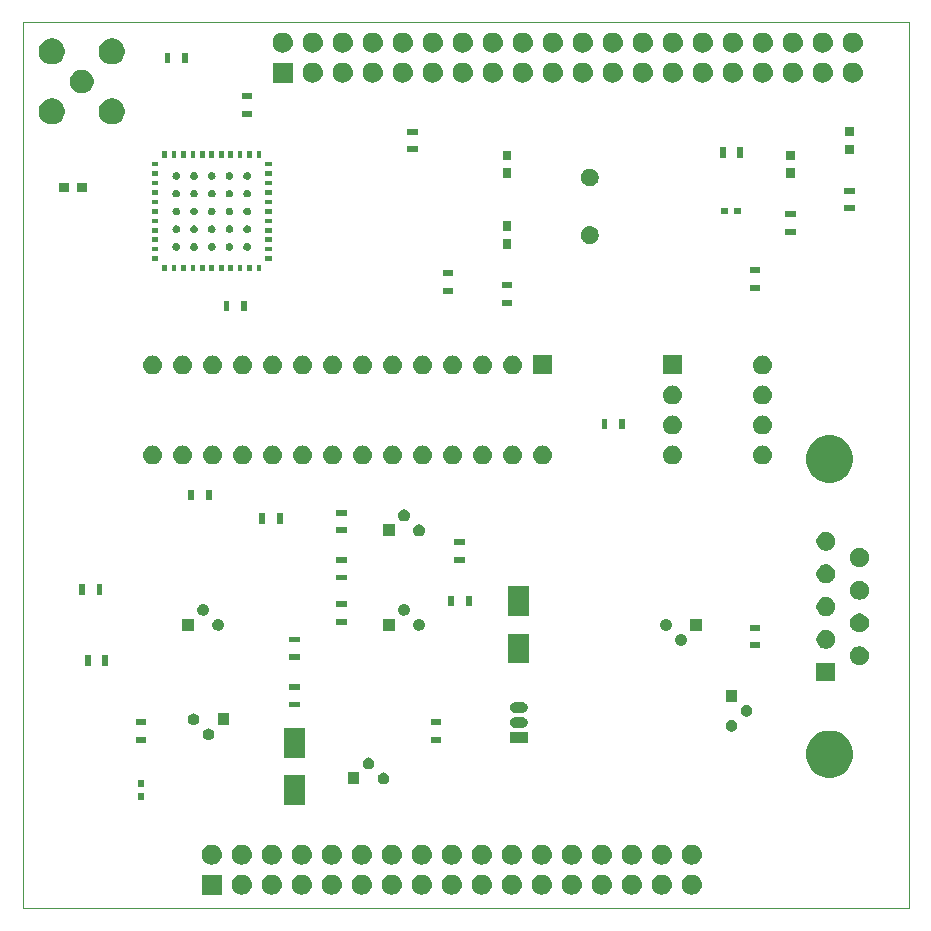
<source format=gts>
G04 #@! TF.GenerationSoftware,KiCad,Pcbnew,(5.0.1)-3*
G04 #@! TF.CreationDate,2018-11-29T07:36:30-08:00*
G04 #@! TF.ProjectId,DashSight-Mezzanine-Card,4461736853696768742D4D657A7A616E,rev?*
G04 #@! TF.SameCoordinates,Original*
G04 #@! TF.FileFunction,Soldermask,Top*
G04 #@! TF.FilePolarity,Negative*
%FSLAX46Y46*%
G04 Gerber Fmt 4.6, Leading zero omitted, Abs format (unit mm)*
G04 Created by KiCad (PCBNEW (5.0.1)-3) date 29/11/2018 7:36:30 AM*
%MOMM*%
%LPD*%
G01*
G04 APERTURE LIST*
%ADD10C,0.100000*%
G04 APERTURE END LIST*
D10*
X125000000Y-125000000D02*
X125000000Y-50000000D01*
X200000000Y-125000000D02*
X125000000Y-125000000D01*
X200000000Y-50000000D02*
X200000000Y-125000000D01*
X125000000Y-50000000D02*
X200000000Y-50000000D01*
G36*
X181806630Y-122162299D02*
X181966855Y-122210903D01*
X182114520Y-122289831D01*
X182243949Y-122396051D01*
X182350169Y-122525480D01*
X182429097Y-122673145D01*
X182477701Y-122833370D01*
X182494112Y-123000000D01*
X182477701Y-123166630D01*
X182429097Y-123326855D01*
X182350169Y-123474520D01*
X182243949Y-123603949D01*
X182114520Y-123710169D01*
X181966855Y-123789097D01*
X181806630Y-123837701D01*
X181681752Y-123850000D01*
X181598248Y-123850000D01*
X181473370Y-123837701D01*
X181313145Y-123789097D01*
X181165480Y-123710169D01*
X181036051Y-123603949D01*
X180929831Y-123474520D01*
X180850903Y-123326855D01*
X180802299Y-123166630D01*
X180785888Y-123000000D01*
X180802299Y-122833370D01*
X180850903Y-122673145D01*
X180929831Y-122525480D01*
X181036051Y-122396051D01*
X181165480Y-122289831D01*
X181313145Y-122210903D01*
X181473370Y-122162299D01*
X181598248Y-122150000D01*
X181681752Y-122150000D01*
X181806630Y-122162299D01*
X181806630Y-122162299D01*
G37*
G36*
X153866630Y-122162299D02*
X154026855Y-122210903D01*
X154174520Y-122289831D01*
X154303949Y-122396051D01*
X154410169Y-122525480D01*
X154489097Y-122673145D01*
X154537701Y-122833370D01*
X154554112Y-123000000D01*
X154537701Y-123166630D01*
X154489097Y-123326855D01*
X154410169Y-123474520D01*
X154303949Y-123603949D01*
X154174520Y-123710169D01*
X154026855Y-123789097D01*
X153866630Y-123837701D01*
X153741752Y-123850000D01*
X153658248Y-123850000D01*
X153533370Y-123837701D01*
X153373145Y-123789097D01*
X153225480Y-123710169D01*
X153096051Y-123603949D01*
X152989831Y-123474520D01*
X152910903Y-123326855D01*
X152862299Y-123166630D01*
X152845888Y-123000000D01*
X152862299Y-122833370D01*
X152910903Y-122673145D01*
X152989831Y-122525480D01*
X153096051Y-122396051D01*
X153225480Y-122289831D01*
X153373145Y-122210903D01*
X153533370Y-122162299D01*
X153658248Y-122150000D01*
X153741752Y-122150000D01*
X153866630Y-122162299D01*
X153866630Y-122162299D01*
G37*
G36*
X174186630Y-122162299D02*
X174346855Y-122210903D01*
X174494520Y-122289831D01*
X174623949Y-122396051D01*
X174730169Y-122525480D01*
X174809097Y-122673145D01*
X174857701Y-122833370D01*
X174874112Y-123000000D01*
X174857701Y-123166630D01*
X174809097Y-123326855D01*
X174730169Y-123474520D01*
X174623949Y-123603949D01*
X174494520Y-123710169D01*
X174346855Y-123789097D01*
X174186630Y-123837701D01*
X174061752Y-123850000D01*
X173978248Y-123850000D01*
X173853370Y-123837701D01*
X173693145Y-123789097D01*
X173545480Y-123710169D01*
X173416051Y-123603949D01*
X173309831Y-123474520D01*
X173230903Y-123326855D01*
X173182299Y-123166630D01*
X173165888Y-123000000D01*
X173182299Y-122833370D01*
X173230903Y-122673145D01*
X173309831Y-122525480D01*
X173416051Y-122396051D01*
X173545480Y-122289831D01*
X173693145Y-122210903D01*
X173853370Y-122162299D01*
X173978248Y-122150000D01*
X174061752Y-122150000D01*
X174186630Y-122162299D01*
X174186630Y-122162299D01*
G37*
G36*
X146246630Y-122162299D02*
X146406855Y-122210903D01*
X146554520Y-122289831D01*
X146683949Y-122396051D01*
X146790169Y-122525480D01*
X146869097Y-122673145D01*
X146917701Y-122833370D01*
X146934112Y-123000000D01*
X146917701Y-123166630D01*
X146869097Y-123326855D01*
X146790169Y-123474520D01*
X146683949Y-123603949D01*
X146554520Y-123710169D01*
X146406855Y-123789097D01*
X146246630Y-123837701D01*
X146121752Y-123850000D01*
X146038248Y-123850000D01*
X145913370Y-123837701D01*
X145753145Y-123789097D01*
X145605480Y-123710169D01*
X145476051Y-123603949D01*
X145369831Y-123474520D01*
X145290903Y-123326855D01*
X145242299Y-123166630D01*
X145225888Y-123000000D01*
X145242299Y-122833370D01*
X145290903Y-122673145D01*
X145369831Y-122525480D01*
X145476051Y-122396051D01*
X145605480Y-122289831D01*
X145753145Y-122210903D01*
X145913370Y-122162299D01*
X146038248Y-122150000D01*
X146121752Y-122150000D01*
X146246630Y-122162299D01*
X146246630Y-122162299D01*
G37*
G36*
X143706630Y-122162299D02*
X143866855Y-122210903D01*
X144014520Y-122289831D01*
X144143949Y-122396051D01*
X144250169Y-122525480D01*
X144329097Y-122673145D01*
X144377701Y-122833370D01*
X144394112Y-123000000D01*
X144377701Y-123166630D01*
X144329097Y-123326855D01*
X144250169Y-123474520D01*
X144143949Y-123603949D01*
X144014520Y-123710169D01*
X143866855Y-123789097D01*
X143706630Y-123837701D01*
X143581752Y-123850000D01*
X143498248Y-123850000D01*
X143373370Y-123837701D01*
X143213145Y-123789097D01*
X143065480Y-123710169D01*
X142936051Y-123603949D01*
X142829831Y-123474520D01*
X142750903Y-123326855D01*
X142702299Y-123166630D01*
X142685888Y-123000000D01*
X142702299Y-122833370D01*
X142750903Y-122673145D01*
X142829831Y-122525480D01*
X142936051Y-122396051D01*
X143065480Y-122289831D01*
X143213145Y-122210903D01*
X143373370Y-122162299D01*
X143498248Y-122150000D01*
X143581752Y-122150000D01*
X143706630Y-122162299D01*
X143706630Y-122162299D01*
G37*
G36*
X141850000Y-123850000D02*
X140150000Y-123850000D01*
X140150000Y-122150000D01*
X141850000Y-122150000D01*
X141850000Y-123850000D01*
X141850000Y-123850000D01*
G37*
G36*
X148786630Y-122162299D02*
X148946855Y-122210903D01*
X149094520Y-122289831D01*
X149223949Y-122396051D01*
X149330169Y-122525480D01*
X149409097Y-122673145D01*
X149457701Y-122833370D01*
X149474112Y-123000000D01*
X149457701Y-123166630D01*
X149409097Y-123326855D01*
X149330169Y-123474520D01*
X149223949Y-123603949D01*
X149094520Y-123710169D01*
X148946855Y-123789097D01*
X148786630Y-123837701D01*
X148661752Y-123850000D01*
X148578248Y-123850000D01*
X148453370Y-123837701D01*
X148293145Y-123789097D01*
X148145480Y-123710169D01*
X148016051Y-123603949D01*
X147909831Y-123474520D01*
X147830903Y-123326855D01*
X147782299Y-123166630D01*
X147765888Y-123000000D01*
X147782299Y-122833370D01*
X147830903Y-122673145D01*
X147909831Y-122525480D01*
X148016051Y-122396051D01*
X148145480Y-122289831D01*
X148293145Y-122210903D01*
X148453370Y-122162299D01*
X148578248Y-122150000D01*
X148661752Y-122150000D01*
X148786630Y-122162299D01*
X148786630Y-122162299D01*
G37*
G36*
X176726630Y-122162299D02*
X176886855Y-122210903D01*
X177034520Y-122289831D01*
X177163949Y-122396051D01*
X177270169Y-122525480D01*
X177349097Y-122673145D01*
X177397701Y-122833370D01*
X177414112Y-123000000D01*
X177397701Y-123166630D01*
X177349097Y-123326855D01*
X177270169Y-123474520D01*
X177163949Y-123603949D01*
X177034520Y-123710169D01*
X176886855Y-123789097D01*
X176726630Y-123837701D01*
X176601752Y-123850000D01*
X176518248Y-123850000D01*
X176393370Y-123837701D01*
X176233145Y-123789097D01*
X176085480Y-123710169D01*
X175956051Y-123603949D01*
X175849831Y-123474520D01*
X175770903Y-123326855D01*
X175722299Y-123166630D01*
X175705888Y-123000000D01*
X175722299Y-122833370D01*
X175770903Y-122673145D01*
X175849831Y-122525480D01*
X175956051Y-122396051D01*
X176085480Y-122289831D01*
X176233145Y-122210903D01*
X176393370Y-122162299D01*
X176518248Y-122150000D01*
X176601752Y-122150000D01*
X176726630Y-122162299D01*
X176726630Y-122162299D01*
G37*
G36*
X151326630Y-122162299D02*
X151486855Y-122210903D01*
X151634520Y-122289831D01*
X151763949Y-122396051D01*
X151870169Y-122525480D01*
X151949097Y-122673145D01*
X151997701Y-122833370D01*
X152014112Y-123000000D01*
X151997701Y-123166630D01*
X151949097Y-123326855D01*
X151870169Y-123474520D01*
X151763949Y-123603949D01*
X151634520Y-123710169D01*
X151486855Y-123789097D01*
X151326630Y-123837701D01*
X151201752Y-123850000D01*
X151118248Y-123850000D01*
X150993370Y-123837701D01*
X150833145Y-123789097D01*
X150685480Y-123710169D01*
X150556051Y-123603949D01*
X150449831Y-123474520D01*
X150370903Y-123326855D01*
X150322299Y-123166630D01*
X150305888Y-123000000D01*
X150322299Y-122833370D01*
X150370903Y-122673145D01*
X150449831Y-122525480D01*
X150556051Y-122396051D01*
X150685480Y-122289831D01*
X150833145Y-122210903D01*
X150993370Y-122162299D01*
X151118248Y-122150000D01*
X151201752Y-122150000D01*
X151326630Y-122162299D01*
X151326630Y-122162299D01*
G37*
G36*
X156406630Y-122162299D02*
X156566855Y-122210903D01*
X156714520Y-122289831D01*
X156843949Y-122396051D01*
X156950169Y-122525480D01*
X157029097Y-122673145D01*
X157077701Y-122833370D01*
X157094112Y-123000000D01*
X157077701Y-123166630D01*
X157029097Y-123326855D01*
X156950169Y-123474520D01*
X156843949Y-123603949D01*
X156714520Y-123710169D01*
X156566855Y-123789097D01*
X156406630Y-123837701D01*
X156281752Y-123850000D01*
X156198248Y-123850000D01*
X156073370Y-123837701D01*
X155913145Y-123789097D01*
X155765480Y-123710169D01*
X155636051Y-123603949D01*
X155529831Y-123474520D01*
X155450903Y-123326855D01*
X155402299Y-123166630D01*
X155385888Y-123000000D01*
X155402299Y-122833370D01*
X155450903Y-122673145D01*
X155529831Y-122525480D01*
X155636051Y-122396051D01*
X155765480Y-122289831D01*
X155913145Y-122210903D01*
X156073370Y-122162299D01*
X156198248Y-122150000D01*
X156281752Y-122150000D01*
X156406630Y-122162299D01*
X156406630Y-122162299D01*
G37*
G36*
X179266630Y-122162299D02*
X179426855Y-122210903D01*
X179574520Y-122289831D01*
X179703949Y-122396051D01*
X179810169Y-122525480D01*
X179889097Y-122673145D01*
X179937701Y-122833370D01*
X179954112Y-123000000D01*
X179937701Y-123166630D01*
X179889097Y-123326855D01*
X179810169Y-123474520D01*
X179703949Y-123603949D01*
X179574520Y-123710169D01*
X179426855Y-123789097D01*
X179266630Y-123837701D01*
X179141752Y-123850000D01*
X179058248Y-123850000D01*
X178933370Y-123837701D01*
X178773145Y-123789097D01*
X178625480Y-123710169D01*
X178496051Y-123603949D01*
X178389831Y-123474520D01*
X178310903Y-123326855D01*
X178262299Y-123166630D01*
X178245888Y-123000000D01*
X178262299Y-122833370D01*
X178310903Y-122673145D01*
X178389831Y-122525480D01*
X178496051Y-122396051D01*
X178625480Y-122289831D01*
X178773145Y-122210903D01*
X178933370Y-122162299D01*
X179058248Y-122150000D01*
X179141752Y-122150000D01*
X179266630Y-122162299D01*
X179266630Y-122162299D01*
G37*
G36*
X171646630Y-122162299D02*
X171806855Y-122210903D01*
X171954520Y-122289831D01*
X172083949Y-122396051D01*
X172190169Y-122525480D01*
X172269097Y-122673145D01*
X172317701Y-122833370D01*
X172334112Y-123000000D01*
X172317701Y-123166630D01*
X172269097Y-123326855D01*
X172190169Y-123474520D01*
X172083949Y-123603949D01*
X171954520Y-123710169D01*
X171806855Y-123789097D01*
X171646630Y-123837701D01*
X171521752Y-123850000D01*
X171438248Y-123850000D01*
X171313370Y-123837701D01*
X171153145Y-123789097D01*
X171005480Y-123710169D01*
X170876051Y-123603949D01*
X170769831Y-123474520D01*
X170690903Y-123326855D01*
X170642299Y-123166630D01*
X170625888Y-123000000D01*
X170642299Y-122833370D01*
X170690903Y-122673145D01*
X170769831Y-122525480D01*
X170876051Y-122396051D01*
X171005480Y-122289831D01*
X171153145Y-122210903D01*
X171313370Y-122162299D01*
X171438248Y-122150000D01*
X171521752Y-122150000D01*
X171646630Y-122162299D01*
X171646630Y-122162299D01*
G37*
G36*
X169106630Y-122162299D02*
X169266855Y-122210903D01*
X169414520Y-122289831D01*
X169543949Y-122396051D01*
X169650169Y-122525480D01*
X169729097Y-122673145D01*
X169777701Y-122833370D01*
X169794112Y-123000000D01*
X169777701Y-123166630D01*
X169729097Y-123326855D01*
X169650169Y-123474520D01*
X169543949Y-123603949D01*
X169414520Y-123710169D01*
X169266855Y-123789097D01*
X169106630Y-123837701D01*
X168981752Y-123850000D01*
X168898248Y-123850000D01*
X168773370Y-123837701D01*
X168613145Y-123789097D01*
X168465480Y-123710169D01*
X168336051Y-123603949D01*
X168229831Y-123474520D01*
X168150903Y-123326855D01*
X168102299Y-123166630D01*
X168085888Y-123000000D01*
X168102299Y-122833370D01*
X168150903Y-122673145D01*
X168229831Y-122525480D01*
X168336051Y-122396051D01*
X168465480Y-122289831D01*
X168613145Y-122210903D01*
X168773370Y-122162299D01*
X168898248Y-122150000D01*
X168981752Y-122150000D01*
X169106630Y-122162299D01*
X169106630Y-122162299D01*
G37*
G36*
X166566630Y-122162299D02*
X166726855Y-122210903D01*
X166874520Y-122289831D01*
X167003949Y-122396051D01*
X167110169Y-122525480D01*
X167189097Y-122673145D01*
X167237701Y-122833370D01*
X167254112Y-123000000D01*
X167237701Y-123166630D01*
X167189097Y-123326855D01*
X167110169Y-123474520D01*
X167003949Y-123603949D01*
X166874520Y-123710169D01*
X166726855Y-123789097D01*
X166566630Y-123837701D01*
X166441752Y-123850000D01*
X166358248Y-123850000D01*
X166233370Y-123837701D01*
X166073145Y-123789097D01*
X165925480Y-123710169D01*
X165796051Y-123603949D01*
X165689831Y-123474520D01*
X165610903Y-123326855D01*
X165562299Y-123166630D01*
X165545888Y-123000000D01*
X165562299Y-122833370D01*
X165610903Y-122673145D01*
X165689831Y-122525480D01*
X165796051Y-122396051D01*
X165925480Y-122289831D01*
X166073145Y-122210903D01*
X166233370Y-122162299D01*
X166358248Y-122150000D01*
X166441752Y-122150000D01*
X166566630Y-122162299D01*
X166566630Y-122162299D01*
G37*
G36*
X161486630Y-122162299D02*
X161646855Y-122210903D01*
X161794520Y-122289831D01*
X161923949Y-122396051D01*
X162030169Y-122525480D01*
X162109097Y-122673145D01*
X162157701Y-122833370D01*
X162174112Y-123000000D01*
X162157701Y-123166630D01*
X162109097Y-123326855D01*
X162030169Y-123474520D01*
X161923949Y-123603949D01*
X161794520Y-123710169D01*
X161646855Y-123789097D01*
X161486630Y-123837701D01*
X161361752Y-123850000D01*
X161278248Y-123850000D01*
X161153370Y-123837701D01*
X160993145Y-123789097D01*
X160845480Y-123710169D01*
X160716051Y-123603949D01*
X160609831Y-123474520D01*
X160530903Y-123326855D01*
X160482299Y-123166630D01*
X160465888Y-123000000D01*
X160482299Y-122833370D01*
X160530903Y-122673145D01*
X160609831Y-122525480D01*
X160716051Y-122396051D01*
X160845480Y-122289831D01*
X160993145Y-122210903D01*
X161153370Y-122162299D01*
X161278248Y-122150000D01*
X161361752Y-122150000D01*
X161486630Y-122162299D01*
X161486630Y-122162299D01*
G37*
G36*
X164026630Y-122162299D02*
X164186855Y-122210903D01*
X164334520Y-122289831D01*
X164463949Y-122396051D01*
X164570169Y-122525480D01*
X164649097Y-122673145D01*
X164697701Y-122833370D01*
X164714112Y-123000000D01*
X164697701Y-123166630D01*
X164649097Y-123326855D01*
X164570169Y-123474520D01*
X164463949Y-123603949D01*
X164334520Y-123710169D01*
X164186855Y-123789097D01*
X164026630Y-123837701D01*
X163901752Y-123850000D01*
X163818248Y-123850000D01*
X163693370Y-123837701D01*
X163533145Y-123789097D01*
X163385480Y-123710169D01*
X163256051Y-123603949D01*
X163149831Y-123474520D01*
X163070903Y-123326855D01*
X163022299Y-123166630D01*
X163005888Y-123000000D01*
X163022299Y-122833370D01*
X163070903Y-122673145D01*
X163149831Y-122525480D01*
X163256051Y-122396051D01*
X163385480Y-122289831D01*
X163533145Y-122210903D01*
X163693370Y-122162299D01*
X163818248Y-122150000D01*
X163901752Y-122150000D01*
X164026630Y-122162299D01*
X164026630Y-122162299D01*
G37*
G36*
X158946630Y-122162299D02*
X159106855Y-122210903D01*
X159254520Y-122289831D01*
X159383949Y-122396051D01*
X159490169Y-122525480D01*
X159569097Y-122673145D01*
X159617701Y-122833370D01*
X159634112Y-123000000D01*
X159617701Y-123166630D01*
X159569097Y-123326855D01*
X159490169Y-123474520D01*
X159383949Y-123603949D01*
X159254520Y-123710169D01*
X159106855Y-123789097D01*
X158946630Y-123837701D01*
X158821752Y-123850000D01*
X158738248Y-123850000D01*
X158613370Y-123837701D01*
X158453145Y-123789097D01*
X158305480Y-123710169D01*
X158176051Y-123603949D01*
X158069831Y-123474520D01*
X157990903Y-123326855D01*
X157942299Y-123166630D01*
X157925888Y-123000000D01*
X157942299Y-122833370D01*
X157990903Y-122673145D01*
X158069831Y-122525480D01*
X158176051Y-122396051D01*
X158305480Y-122289831D01*
X158453145Y-122210903D01*
X158613370Y-122162299D01*
X158738248Y-122150000D01*
X158821752Y-122150000D01*
X158946630Y-122162299D01*
X158946630Y-122162299D01*
G37*
G36*
X174186630Y-119622299D02*
X174346855Y-119670903D01*
X174494520Y-119749831D01*
X174623949Y-119856051D01*
X174730169Y-119985480D01*
X174809097Y-120133145D01*
X174857701Y-120293370D01*
X174874112Y-120460000D01*
X174857701Y-120626630D01*
X174809097Y-120786855D01*
X174730169Y-120934520D01*
X174623949Y-121063949D01*
X174494520Y-121170169D01*
X174346855Y-121249097D01*
X174186630Y-121297701D01*
X174061752Y-121310000D01*
X173978248Y-121310000D01*
X173853370Y-121297701D01*
X173693145Y-121249097D01*
X173545480Y-121170169D01*
X173416051Y-121063949D01*
X173309831Y-120934520D01*
X173230903Y-120786855D01*
X173182299Y-120626630D01*
X173165888Y-120460000D01*
X173182299Y-120293370D01*
X173230903Y-120133145D01*
X173309831Y-119985480D01*
X173416051Y-119856051D01*
X173545480Y-119749831D01*
X173693145Y-119670903D01*
X173853370Y-119622299D01*
X173978248Y-119610000D01*
X174061752Y-119610000D01*
X174186630Y-119622299D01*
X174186630Y-119622299D01*
G37*
G36*
X143706630Y-119622299D02*
X143866855Y-119670903D01*
X144014520Y-119749831D01*
X144143949Y-119856051D01*
X144250169Y-119985480D01*
X144329097Y-120133145D01*
X144377701Y-120293370D01*
X144394112Y-120460000D01*
X144377701Y-120626630D01*
X144329097Y-120786855D01*
X144250169Y-120934520D01*
X144143949Y-121063949D01*
X144014520Y-121170169D01*
X143866855Y-121249097D01*
X143706630Y-121297701D01*
X143581752Y-121310000D01*
X143498248Y-121310000D01*
X143373370Y-121297701D01*
X143213145Y-121249097D01*
X143065480Y-121170169D01*
X142936051Y-121063949D01*
X142829831Y-120934520D01*
X142750903Y-120786855D01*
X142702299Y-120626630D01*
X142685888Y-120460000D01*
X142702299Y-120293370D01*
X142750903Y-120133145D01*
X142829831Y-119985480D01*
X142936051Y-119856051D01*
X143065480Y-119749831D01*
X143213145Y-119670903D01*
X143373370Y-119622299D01*
X143498248Y-119610000D01*
X143581752Y-119610000D01*
X143706630Y-119622299D01*
X143706630Y-119622299D01*
G37*
G36*
X176726630Y-119622299D02*
X176886855Y-119670903D01*
X177034520Y-119749831D01*
X177163949Y-119856051D01*
X177270169Y-119985480D01*
X177349097Y-120133145D01*
X177397701Y-120293370D01*
X177414112Y-120460000D01*
X177397701Y-120626630D01*
X177349097Y-120786855D01*
X177270169Y-120934520D01*
X177163949Y-121063949D01*
X177034520Y-121170169D01*
X176886855Y-121249097D01*
X176726630Y-121297701D01*
X176601752Y-121310000D01*
X176518248Y-121310000D01*
X176393370Y-121297701D01*
X176233145Y-121249097D01*
X176085480Y-121170169D01*
X175956051Y-121063949D01*
X175849831Y-120934520D01*
X175770903Y-120786855D01*
X175722299Y-120626630D01*
X175705888Y-120460000D01*
X175722299Y-120293370D01*
X175770903Y-120133145D01*
X175849831Y-119985480D01*
X175956051Y-119856051D01*
X176085480Y-119749831D01*
X176233145Y-119670903D01*
X176393370Y-119622299D01*
X176518248Y-119610000D01*
X176601752Y-119610000D01*
X176726630Y-119622299D01*
X176726630Y-119622299D01*
G37*
G36*
X179266630Y-119622299D02*
X179426855Y-119670903D01*
X179574520Y-119749831D01*
X179703949Y-119856051D01*
X179810169Y-119985480D01*
X179889097Y-120133145D01*
X179937701Y-120293370D01*
X179954112Y-120460000D01*
X179937701Y-120626630D01*
X179889097Y-120786855D01*
X179810169Y-120934520D01*
X179703949Y-121063949D01*
X179574520Y-121170169D01*
X179426855Y-121249097D01*
X179266630Y-121297701D01*
X179141752Y-121310000D01*
X179058248Y-121310000D01*
X178933370Y-121297701D01*
X178773145Y-121249097D01*
X178625480Y-121170169D01*
X178496051Y-121063949D01*
X178389831Y-120934520D01*
X178310903Y-120786855D01*
X178262299Y-120626630D01*
X178245888Y-120460000D01*
X178262299Y-120293370D01*
X178310903Y-120133145D01*
X178389831Y-119985480D01*
X178496051Y-119856051D01*
X178625480Y-119749831D01*
X178773145Y-119670903D01*
X178933370Y-119622299D01*
X179058248Y-119610000D01*
X179141752Y-119610000D01*
X179266630Y-119622299D01*
X179266630Y-119622299D01*
G37*
G36*
X181806630Y-119622299D02*
X181966855Y-119670903D01*
X182114520Y-119749831D01*
X182243949Y-119856051D01*
X182350169Y-119985480D01*
X182429097Y-120133145D01*
X182477701Y-120293370D01*
X182494112Y-120460000D01*
X182477701Y-120626630D01*
X182429097Y-120786855D01*
X182350169Y-120934520D01*
X182243949Y-121063949D01*
X182114520Y-121170169D01*
X181966855Y-121249097D01*
X181806630Y-121297701D01*
X181681752Y-121310000D01*
X181598248Y-121310000D01*
X181473370Y-121297701D01*
X181313145Y-121249097D01*
X181165480Y-121170169D01*
X181036051Y-121063949D01*
X180929831Y-120934520D01*
X180850903Y-120786855D01*
X180802299Y-120626630D01*
X180785888Y-120460000D01*
X180802299Y-120293370D01*
X180850903Y-120133145D01*
X180929831Y-119985480D01*
X181036051Y-119856051D01*
X181165480Y-119749831D01*
X181313145Y-119670903D01*
X181473370Y-119622299D01*
X181598248Y-119610000D01*
X181681752Y-119610000D01*
X181806630Y-119622299D01*
X181806630Y-119622299D01*
G37*
G36*
X141166630Y-119622299D02*
X141326855Y-119670903D01*
X141474520Y-119749831D01*
X141603949Y-119856051D01*
X141710169Y-119985480D01*
X141789097Y-120133145D01*
X141837701Y-120293370D01*
X141854112Y-120460000D01*
X141837701Y-120626630D01*
X141789097Y-120786855D01*
X141710169Y-120934520D01*
X141603949Y-121063949D01*
X141474520Y-121170169D01*
X141326855Y-121249097D01*
X141166630Y-121297701D01*
X141041752Y-121310000D01*
X140958248Y-121310000D01*
X140833370Y-121297701D01*
X140673145Y-121249097D01*
X140525480Y-121170169D01*
X140396051Y-121063949D01*
X140289831Y-120934520D01*
X140210903Y-120786855D01*
X140162299Y-120626630D01*
X140145888Y-120460000D01*
X140162299Y-120293370D01*
X140210903Y-120133145D01*
X140289831Y-119985480D01*
X140396051Y-119856051D01*
X140525480Y-119749831D01*
X140673145Y-119670903D01*
X140833370Y-119622299D01*
X140958248Y-119610000D01*
X141041752Y-119610000D01*
X141166630Y-119622299D01*
X141166630Y-119622299D01*
G37*
G36*
X171646630Y-119622299D02*
X171806855Y-119670903D01*
X171954520Y-119749831D01*
X172083949Y-119856051D01*
X172190169Y-119985480D01*
X172269097Y-120133145D01*
X172317701Y-120293370D01*
X172334112Y-120460000D01*
X172317701Y-120626630D01*
X172269097Y-120786855D01*
X172190169Y-120934520D01*
X172083949Y-121063949D01*
X171954520Y-121170169D01*
X171806855Y-121249097D01*
X171646630Y-121297701D01*
X171521752Y-121310000D01*
X171438248Y-121310000D01*
X171313370Y-121297701D01*
X171153145Y-121249097D01*
X171005480Y-121170169D01*
X170876051Y-121063949D01*
X170769831Y-120934520D01*
X170690903Y-120786855D01*
X170642299Y-120626630D01*
X170625888Y-120460000D01*
X170642299Y-120293370D01*
X170690903Y-120133145D01*
X170769831Y-119985480D01*
X170876051Y-119856051D01*
X171005480Y-119749831D01*
X171153145Y-119670903D01*
X171313370Y-119622299D01*
X171438248Y-119610000D01*
X171521752Y-119610000D01*
X171646630Y-119622299D01*
X171646630Y-119622299D01*
G37*
G36*
X169106630Y-119622299D02*
X169266855Y-119670903D01*
X169414520Y-119749831D01*
X169543949Y-119856051D01*
X169650169Y-119985480D01*
X169729097Y-120133145D01*
X169777701Y-120293370D01*
X169794112Y-120460000D01*
X169777701Y-120626630D01*
X169729097Y-120786855D01*
X169650169Y-120934520D01*
X169543949Y-121063949D01*
X169414520Y-121170169D01*
X169266855Y-121249097D01*
X169106630Y-121297701D01*
X168981752Y-121310000D01*
X168898248Y-121310000D01*
X168773370Y-121297701D01*
X168613145Y-121249097D01*
X168465480Y-121170169D01*
X168336051Y-121063949D01*
X168229831Y-120934520D01*
X168150903Y-120786855D01*
X168102299Y-120626630D01*
X168085888Y-120460000D01*
X168102299Y-120293370D01*
X168150903Y-120133145D01*
X168229831Y-119985480D01*
X168336051Y-119856051D01*
X168465480Y-119749831D01*
X168613145Y-119670903D01*
X168773370Y-119622299D01*
X168898248Y-119610000D01*
X168981752Y-119610000D01*
X169106630Y-119622299D01*
X169106630Y-119622299D01*
G37*
G36*
X166566630Y-119622299D02*
X166726855Y-119670903D01*
X166874520Y-119749831D01*
X167003949Y-119856051D01*
X167110169Y-119985480D01*
X167189097Y-120133145D01*
X167237701Y-120293370D01*
X167254112Y-120460000D01*
X167237701Y-120626630D01*
X167189097Y-120786855D01*
X167110169Y-120934520D01*
X167003949Y-121063949D01*
X166874520Y-121170169D01*
X166726855Y-121249097D01*
X166566630Y-121297701D01*
X166441752Y-121310000D01*
X166358248Y-121310000D01*
X166233370Y-121297701D01*
X166073145Y-121249097D01*
X165925480Y-121170169D01*
X165796051Y-121063949D01*
X165689831Y-120934520D01*
X165610903Y-120786855D01*
X165562299Y-120626630D01*
X165545888Y-120460000D01*
X165562299Y-120293370D01*
X165610903Y-120133145D01*
X165689831Y-119985480D01*
X165796051Y-119856051D01*
X165925480Y-119749831D01*
X166073145Y-119670903D01*
X166233370Y-119622299D01*
X166358248Y-119610000D01*
X166441752Y-119610000D01*
X166566630Y-119622299D01*
X166566630Y-119622299D01*
G37*
G36*
X161486630Y-119622299D02*
X161646855Y-119670903D01*
X161794520Y-119749831D01*
X161923949Y-119856051D01*
X162030169Y-119985480D01*
X162109097Y-120133145D01*
X162157701Y-120293370D01*
X162174112Y-120460000D01*
X162157701Y-120626630D01*
X162109097Y-120786855D01*
X162030169Y-120934520D01*
X161923949Y-121063949D01*
X161794520Y-121170169D01*
X161646855Y-121249097D01*
X161486630Y-121297701D01*
X161361752Y-121310000D01*
X161278248Y-121310000D01*
X161153370Y-121297701D01*
X160993145Y-121249097D01*
X160845480Y-121170169D01*
X160716051Y-121063949D01*
X160609831Y-120934520D01*
X160530903Y-120786855D01*
X160482299Y-120626630D01*
X160465888Y-120460000D01*
X160482299Y-120293370D01*
X160530903Y-120133145D01*
X160609831Y-119985480D01*
X160716051Y-119856051D01*
X160845480Y-119749831D01*
X160993145Y-119670903D01*
X161153370Y-119622299D01*
X161278248Y-119610000D01*
X161361752Y-119610000D01*
X161486630Y-119622299D01*
X161486630Y-119622299D01*
G37*
G36*
X158946630Y-119622299D02*
X159106855Y-119670903D01*
X159254520Y-119749831D01*
X159383949Y-119856051D01*
X159490169Y-119985480D01*
X159569097Y-120133145D01*
X159617701Y-120293370D01*
X159634112Y-120460000D01*
X159617701Y-120626630D01*
X159569097Y-120786855D01*
X159490169Y-120934520D01*
X159383949Y-121063949D01*
X159254520Y-121170169D01*
X159106855Y-121249097D01*
X158946630Y-121297701D01*
X158821752Y-121310000D01*
X158738248Y-121310000D01*
X158613370Y-121297701D01*
X158453145Y-121249097D01*
X158305480Y-121170169D01*
X158176051Y-121063949D01*
X158069831Y-120934520D01*
X157990903Y-120786855D01*
X157942299Y-120626630D01*
X157925888Y-120460000D01*
X157942299Y-120293370D01*
X157990903Y-120133145D01*
X158069831Y-119985480D01*
X158176051Y-119856051D01*
X158305480Y-119749831D01*
X158453145Y-119670903D01*
X158613370Y-119622299D01*
X158738248Y-119610000D01*
X158821752Y-119610000D01*
X158946630Y-119622299D01*
X158946630Y-119622299D01*
G37*
G36*
X156406630Y-119622299D02*
X156566855Y-119670903D01*
X156714520Y-119749831D01*
X156843949Y-119856051D01*
X156950169Y-119985480D01*
X157029097Y-120133145D01*
X157077701Y-120293370D01*
X157094112Y-120460000D01*
X157077701Y-120626630D01*
X157029097Y-120786855D01*
X156950169Y-120934520D01*
X156843949Y-121063949D01*
X156714520Y-121170169D01*
X156566855Y-121249097D01*
X156406630Y-121297701D01*
X156281752Y-121310000D01*
X156198248Y-121310000D01*
X156073370Y-121297701D01*
X155913145Y-121249097D01*
X155765480Y-121170169D01*
X155636051Y-121063949D01*
X155529831Y-120934520D01*
X155450903Y-120786855D01*
X155402299Y-120626630D01*
X155385888Y-120460000D01*
X155402299Y-120293370D01*
X155450903Y-120133145D01*
X155529831Y-119985480D01*
X155636051Y-119856051D01*
X155765480Y-119749831D01*
X155913145Y-119670903D01*
X156073370Y-119622299D01*
X156198248Y-119610000D01*
X156281752Y-119610000D01*
X156406630Y-119622299D01*
X156406630Y-119622299D01*
G37*
G36*
X153866630Y-119622299D02*
X154026855Y-119670903D01*
X154174520Y-119749831D01*
X154303949Y-119856051D01*
X154410169Y-119985480D01*
X154489097Y-120133145D01*
X154537701Y-120293370D01*
X154554112Y-120460000D01*
X154537701Y-120626630D01*
X154489097Y-120786855D01*
X154410169Y-120934520D01*
X154303949Y-121063949D01*
X154174520Y-121170169D01*
X154026855Y-121249097D01*
X153866630Y-121297701D01*
X153741752Y-121310000D01*
X153658248Y-121310000D01*
X153533370Y-121297701D01*
X153373145Y-121249097D01*
X153225480Y-121170169D01*
X153096051Y-121063949D01*
X152989831Y-120934520D01*
X152910903Y-120786855D01*
X152862299Y-120626630D01*
X152845888Y-120460000D01*
X152862299Y-120293370D01*
X152910903Y-120133145D01*
X152989831Y-119985480D01*
X153096051Y-119856051D01*
X153225480Y-119749831D01*
X153373145Y-119670903D01*
X153533370Y-119622299D01*
X153658248Y-119610000D01*
X153741752Y-119610000D01*
X153866630Y-119622299D01*
X153866630Y-119622299D01*
G37*
G36*
X151326630Y-119622299D02*
X151486855Y-119670903D01*
X151634520Y-119749831D01*
X151763949Y-119856051D01*
X151870169Y-119985480D01*
X151949097Y-120133145D01*
X151997701Y-120293370D01*
X152014112Y-120460000D01*
X151997701Y-120626630D01*
X151949097Y-120786855D01*
X151870169Y-120934520D01*
X151763949Y-121063949D01*
X151634520Y-121170169D01*
X151486855Y-121249097D01*
X151326630Y-121297701D01*
X151201752Y-121310000D01*
X151118248Y-121310000D01*
X150993370Y-121297701D01*
X150833145Y-121249097D01*
X150685480Y-121170169D01*
X150556051Y-121063949D01*
X150449831Y-120934520D01*
X150370903Y-120786855D01*
X150322299Y-120626630D01*
X150305888Y-120460000D01*
X150322299Y-120293370D01*
X150370903Y-120133145D01*
X150449831Y-119985480D01*
X150556051Y-119856051D01*
X150685480Y-119749831D01*
X150833145Y-119670903D01*
X150993370Y-119622299D01*
X151118248Y-119610000D01*
X151201752Y-119610000D01*
X151326630Y-119622299D01*
X151326630Y-119622299D01*
G37*
G36*
X146246630Y-119622299D02*
X146406855Y-119670903D01*
X146554520Y-119749831D01*
X146683949Y-119856051D01*
X146790169Y-119985480D01*
X146869097Y-120133145D01*
X146917701Y-120293370D01*
X146934112Y-120460000D01*
X146917701Y-120626630D01*
X146869097Y-120786855D01*
X146790169Y-120934520D01*
X146683949Y-121063949D01*
X146554520Y-121170169D01*
X146406855Y-121249097D01*
X146246630Y-121297701D01*
X146121752Y-121310000D01*
X146038248Y-121310000D01*
X145913370Y-121297701D01*
X145753145Y-121249097D01*
X145605480Y-121170169D01*
X145476051Y-121063949D01*
X145369831Y-120934520D01*
X145290903Y-120786855D01*
X145242299Y-120626630D01*
X145225888Y-120460000D01*
X145242299Y-120293370D01*
X145290903Y-120133145D01*
X145369831Y-119985480D01*
X145476051Y-119856051D01*
X145605480Y-119749831D01*
X145753145Y-119670903D01*
X145913370Y-119622299D01*
X146038248Y-119610000D01*
X146121752Y-119610000D01*
X146246630Y-119622299D01*
X146246630Y-119622299D01*
G37*
G36*
X148786630Y-119622299D02*
X148946855Y-119670903D01*
X149094520Y-119749831D01*
X149223949Y-119856051D01*
X149330169Y-119985480D01*
X149409097Y-120133145D01*
X149457701Y-120293370D01*
X149474112Y-120460000D01*
X149457701Y-120626630D01*
X149409097Y-120786855D01*
X149330169Y-120934520D01*
X149223949Y-121063949D01*
X149094520Y-121170169D01*
X148946855Y-121249097D01*
X148786630Y-121297701D01*
X148661752Y-121310000D01*
X148578248Y-121310000D01*
X148453370Y-121297701D01*
X148293145Y-121249097D01*
X148145480Y-121170169D01*
X148016051Y-121063949D01*
X147909831Y-120934520D01*
X147830903Y-120786855D01*
X147782299Y-120626630D01*
X147765888Y-120460000D01*
X147782299Y-120293370D01*
X147830903Y-120133145D01*
X147909831Y-119985480D01*
X148016051Y-119856051D01*
X148145480Y-119749831D01*
X148293145Y-119670903D01*
X148453370Y-119622299D01*
X148578248Y-119610000D01*
X148661752Y-119610000D01*
X148786630Y-119622299D01*
X148786630Y-119622299D01*
G37*
G36*
X164026630Y-119622299D02*
X164186855Y-119670903D01*
X164334520Y-119749831D01*
X164463949Y-119856051D01*
X164570169Y-119985480D01*
X164649097Y-120133145D01*
X164697701Y-120293370D01*
X164714112Y-120460000D01*
X164697701Y-120626630D01*
X164649097Y-120786855D01*
X164570169Y-120934520D01*
X164463949Y-121063949D01*
X164334520Y-121170169D01*
X164186855Y-121249097D01*
X164026630Y-121297701D01*
X163901752Y-121310000D01*
X163818248Y-121310000D01*
X163693370Y-121297701D01*
X163533145Y-121249097D01*
X163385480Y-121170169D01*
X163256051Y-121063949D01*
X163149831Y-120934520D01*
X163070903Y-120786855D01*
X163022299Y-120626630D01*
X163005888Y-120460000D01*
X163022299Y-120293370D01*
X163070903Y-120133145D01*
X163149831Y-119985480D01*
X163256051Y-119856051D01*
X163385480Y-119749831D01*
X163533145Y-119670903D01*
X163693370Y-119622299D01*
X163818248Y-119610000D01*
X163901752Y-119610000D01*
X164026630Y-119622299D01*
X164026630Y-119622299D01*
G37*
G36*
X148900000Y-116250000D02*
X147100000Y-116250000D01*
X147100000Y-113750000D01*
X148900000Y-113750000D01*
X148900000Y-116250000D01*
X148900000Y-116250000D01*
G37*
G36*
X135250000Y-115850000D02*
X134750000Y-115850000D01*
X134750000Y-115250000D01*
X135250000Y-115250000D01*
X135250000Y-115850000D01*
X135250000Y-115850000D01*
G37*
G36*
X135250000Y-114750000D02*
X134750000Y-114750000D01*
X134750000Y-114150000D01*
X135250000Y-114150000D01*
X135250000Y-114750000D01*
X135250000Y-114750000D01*
G37*
G36*
X153500000Y-114500000D02*
X152500000Y-114500000D01*
X152500000Y-113500000D01*
X153500000Y-113500000D01*
X153500000Y-114500000D01*
X153500000Y-114500000D01*
G37*
G36*
X155685845Y-113519215D02*
X155776839Y-113556906D01*
X155857640Y-113610896D01*
X155858734Y-113611627D01*
X155928373Y-113681266D01*
X155928375Y-113681269D01*
X155962525Y-113732377D01*
X155983095Y-113763163D01*
X156020785Y-113854155D01*
X156040000Y-113950755D01*
X156040000Y-114049245D01*
X156020785Y-114145845D01*
X155983095Y-114236837D01*
X155928373Y-114318734D01*
X155858734Y-114388373D01*
X155858731Y-114388375D01*
X155776839Y-114443094D01*
X155685845Y-114480785D01*
X155589246Y-114500000D01*
X155490754Y-114500000D01*
X155394155Y-114480785D01*
X155303161Y-114443094D01*
X155221269Y-114388375D01*
X155221266Y-114388373D01*
X155151627Y-114318734D01*
X155096905Y-114236837D01*
X155059215Y-114145845D01*
X155040000Y-114049245D01*
X155040000Y-113950755D01*
X155059215Y-113854155D01*
X155096905Y-113763163D01*
X155117476Y-113732377D01*
X155151625Y-113681269D01*
X155151627Y-113681266D01*
X155221266Y-113611627D01*
X155222360Y-113610896D01*
X155303161Y-113556906D01*
X155394155Y-113519215D01*
X155490754Y-113500000D01*
X155589246Y-113500000D01*
X155685845Y-113519215D01*
X155685845Y-113519215D01*
G37*
G36*
X193883378Y-110036859D02*
X194247354Y-110187622D01*
X194574929Y-110406501D01*
X194853499Y-110685071D01*
X195072378Y-111012646D01*
X195223141Y-111376622D01*
X195300000Y-111763016D01*
X195300000Y-112156984D01*
X195223141Y-112543378D01*
X195072378Y-112907354D01*
X194853499Y-113234929D01*
X194574929Y-113513499D01*
X194247354Y-113732378D01*
X193883378Y-113883141D01*
X193496984Y-113960000D01*
X193103016Y-113960000D01*
X192716622Y-113883141D01*
X192352646Y-113732378D01*
X192025071Y-113513499D01*
X191746501Y-113234929D01*
X191527622Y-112907354D01*
X191376859Y-112543378D01*
X191300000Y-112156984D01*
X191300000Y-111763016D01*
X191376859Y-111376622D01*
X191527622Y-111012646D01*
X191746501Y-110685071D01*
X192025071Y-110406501D01*
X192352646Y-110187622D01*
X192716622Y-110036859D01*
X193103016Y-109960000D01*
X193496984Y-109960000D01*
X193883378Y-110036859D01*
X193883378Y-110036859D01*
G37*
G36*
X154415845Y-112249215D02*
X154506839Y-112286906D01*
X154587640Y-112340896D01*
X154588734Y-112341627D01*
X154658373Y-112411266D01*
X154713095Y-112493163D01*
X154750785Y-112584155D01*
X154770000Y-112680755D01*
X154770000Y-112779245D01*
X154750785Y-112875845D01*
X154713095Y-112966837D01*
X154658373Y-113048734D01*
X154588734Y-113118373D01*
X154588731Y-113118375D01*
X154506839Y-113173094D01*
X154415845Y-113210785D01*
X154319246Y-113230000D01*
X154220754Y-113230000D01*
X154124155Y-113210785D01*
X154033161Y-113173094D01*
X153951269Y-113118375D01*
X153951266Y-113118373D01*
X153881627Y-113048734D01*
X153826905Y-112966837D01*
X153789215Y-112875845D01*
X153770000Y-112779245D01*
X153770000Y-112680755D01*
X153789215Y-112584155D01*
X153826905Y-112493163D01*
X153881627Y-112411266D01*
X153951266Y-112341627D01*
X153952360Y-112340896D01*
X154033161Y-112286906D01*
X154124155Y-112249215D01*
X154220754Y-112230000D01*
X154319246Y-112230000D01*
X154415845Y-112249215D01*
X154415845Y-112249215D01*
G37*
G36*
X148900000Y-112250000D02*
X147100000Y-112250000D01*
X147100000Y-109750000D01*
X148900000Y-109750000D01*
X148900000Y-112250000D01*
X148900000Y-112250000D01*
G37*
G36*
X135450000Y-111000000D02*
X134550000Y-111000000D01*
X134550000Y-110500000D01*
X135450000Y-110500000D01*
X135450000Y-111000000D01*
X135450000Y-111000000D01*
G37*
G36*
X160450000Y-111000000D02*
X159550000Y-111000000D01*
X159550000Y-110500000D01*
X160450000Y-110500000D01*
X160450000Y-111000000D01*
X160450000Y-111000000D01*
G37*
G36*
X167750000Y-110990000D02*
X166250000Y-110990000D01*
X166250000Y-110090000D01*
X167750000Y-110090000D01*
X167750000Y-110990000D01*
X167750000Y-110990000D01*
G37*
G36*
X140875845Y-109789215D02*
X140966839Y-109826906D01*
X141047640Y-109880896D01*
X141048734Y-109881627D01*
X141118373Y-109951266D01*
X141118375Y-109951269D01*
X141173094Y-110033161D01*
X141210785Y-110124155D01*
X141223410Y-110187622D01*
X141230000Y-110220755D01*
X141230000Y-110319245D01*
X141210785Y-110415845D01*
X141173095Y-110506837D01*
X141118373Y-110588734D01*
X141048734Y-110658373D01*
X141048731Y-110658375D01*
X140966839Y-110713094D01*
X140875845Y-110750785D01*
X140779246Y-110770000D01*
X140680754Y-110770000D01*
X140584155Y-110750785D01*
X140493161Y-110713094D01*
X140411269Y-110658375D01*
X140411266Y-110658373D01*
X140341627Y-110588734D01*
X140286905Y-110506837D01*
X140249215Y-110415845D01*
X140230000Y-110319245D01*
X140230000Y-110220755D01*
X140236591Y-110187622D01*
X140249215Y-110124155D01*
X140286906Y-110033161D01*
X140341625Y-109951269D01*
X140341627Y-109951266D01*
X140411266Y-109881627D01*
X140412360Y-109880896D01*
X140493161Y-109826906D01*
X140584155Y-109789215D01*
X140680754Y-109770000D01*
X140779246Y-109770000D01*
X140875845Y-109789215D01*
X140875845Y-109789215D01*
G37*
G36*
X185145845Y-109059215D02*
X185236839Y-109096906D01*
X185236918Y-109096959D01*
X185318734Y-109151627D01*
X185388373Y-109221266D01*
X185388375Y-109221269D01*
X185443094Y-109303161D01*
X185480785Y-109394155D01*
X185500000Y-109490754D01*
X185500000Y-109589246D01*
X185480785Y-109685845D01*
X185469335Y-109713489D01*
X185443094Y-109776839D01*
X185409641Y-109826905D01*
X185388373Y-109858734D01*
X185318734Y-109928373D01*
X185318731Y-109928375D01*
X185236839Y-109983094D01*
X185145845Y-110020785D01*
X185049246Y-110040000D01*
X184950754Y-110040000D01*
X184854155Y-110020785D01*
X184763161Y-109983094D01*
X184681269Y-109928375D01*
X184681266Y-109928373D01*
X184611627Y-109858734D01*
X184590359Y-109826905D01*
X184556906Y-109776839D01*
X184530666Y-109713489D01*
X184519215Y-109685845D01*
X184500000Y-109589246D01*
X184500000Y-109490754D01*
X184519215Y-109394155D01*
X184556906Y-109303161D01*
X184611625Y-109221269D01*
X184611627Y-109221266D01*
X184681266Y-109151627D01*
X184763082Y-109096959D01*
X184763161Y-109096906D01*
X184854155Y-109059215D01*
X184950754Y-109040000D01*
X185049246Y-109040000D01*
X185145845Y-109059215D01*
X185145845Y-109059215D01*
G37*
G36*
X167355160Y-108823256D02*
X167388215Y-108826511D01*
X167430628Y-108839377D01*
X167473042Y-108852243D01*
X167551217Y-108894029D01*
X167619738Y-108950262D01*
X167675971Y-109018783D01*
X167717757Y-109096958D01*
X167717757Y-109096959D01*
X167743489Y-109181785D01*
X167752177Y-109270000D01*
X167743489Y-109358215D01*
X167734340Y-109388375D01*
X167717757Y-109443042D01*
X167675971Y-109521217D01*
X167619738Y-109589738D01*
X167551217Y-109645971D01*
X167473042Y-109687757D01*
X167430628Y-109700623D01*
X167388215Y-109713489D01*
X167355160Y-109716745D01*
X167322106Y-109720000D01*
X166677894Y-109720000D01*
X166644840Y-109716745D01*
X166611785Y-109713489D01*
X166569372Y-109700623D01*
X166526958Y-109687757D01*
X166448783Y-109645971D01*
X166380262Y-109589738D01*
X166324029Y-109521217D01*
X166282243Y-109443042D01*
X166265660Y-109388375D01*
X166256511Y-109358215D01*
X166247823Y-109270000D01*
X166256511Y-109181785D01*
X166282243Y-109096959D01*
X166282243Y-109096958D01*
X166324029Y-109018783D01*
X166380262Y-108950262D01*
X166448783Y-108894029D01*
X166526958Y-108852243D01*
X166569372Y-108839377D01*
X166611785Y-108826511D01*
X166644840Y-108823256D01*
X166677894Y-108820000D01*
X167322106Y-108820000D01*
X167355160Y-108823256D01*
X167355160Y-108823256D01*
G37*
G36*
X135450000Y-109500000D02*
X134550000Y-109500000D01*
X134550000Y-109000000D01*
X135450000Y-109000000D01*
X135450000Y-109500000D01*
X135450000Y-109500000D01*
G37*
G36*
X160450000Y-109500000D02*
X159550000Y-109500000D01*
X159550000Y-109000000D01*
X160450000Y-109000000D01*
X160450000Y-109500000D01*
X160450000Y-109500000D01*
G37*
G36*
X142500000Y-109500000D02*
X141500000Y-109500000D01*
X141500000Y-108500000D01*
X142500000Y-108500000D01*
X142500000Y-109500000D01*
X142500000Y-109500000D01*
G37*
G36*
X139605845Y-108519215D02*
X139696839Y-108556906D01*
X139777640Y-108610896D01*
X139778734Y-108611627D01*
X139848373Y-108681266D01*
X139848375Y-108681269D01*
X139894825Y-108750785D01*
X139903095Y-108763163D01*
X139939993Y-108852243D01*
X139940785Y-108854155D01*
X139948717Y-108894029D01*
X139960000Y-108950755D01*
X139960000Y-109049245D01*
X139940785Y-109145845D01*
X139903095Y-109236837D01*
X139848373Y-109318734D01*
X139778734Y-109388373D01*
X139778731Y-109388375D01*
X139696839Y-109443094D01*
X139605845Y-109480785D01*
X139509246Y-109500000D01*
X139410754Y-109500000D01*
X139314155Y-109480785D01*
X139223161Y-109443094D01*
X139141269Y-109388375D01*
X139141266Y-109388373D01*
X139071627Y-109318734D01*
X139016905Y-109236837D01*
X138979215Y-109145845D01*
X138960000Y-109049245D01*
X138960000Y-108950755D01*
X138971284Y-108894029D01*
X138979215Y-108854155D01*
X138980007Y-108852243D01*
X139016905Y-108763163D01*
X139025176Y-108750785D01*
X139071625Y-108681269D01*
X139071627Y-108681266D01*
X139141266Y-108611627D01*
X139142360Y-108610896D01*
X139223161Y-108556906D01*
X139314155Y-108519215D01*
X139410754Y-108500000D01*
X139509246Y-108500000D01*
X139605845Y-108519215D01*
X139605845Y-108519215D01*
G37*
G36*
X186415845Y-107789215D02*
X186506839Y-107826906D01*
X186506918Y-107826959D01*
X186588734Y-107881627D01*
X186658373Y-107951266D01*
X186658375Y-107951269D01*
X186713094Y-108033161D01*
X186750785Y-108124155D01*
X186770000Y-108220754D01*
X186770000Y-108319246D01*
X186750785Y-108415845D01*
X186739335Y-108443489D01*
X186713094Y-108506839D01*
X186679641Y-108556905D01*
X186658373Y-108588734D01*
X186588734Y-108658373D01*
X186588731Y-108658375D01*
X186506839Y-108713094D01*
X186415845Y-108750785D01*
X186319246Y-108770000D01*
X186220754Y-108770000D01*
X186124155Y-108750785D01*
X186033161Y-108713094D01*
X185951269Y-108658375D01*
X185951266Y-108658373D01*
X185881627Y-108588734D01*
X185860359Y-108556905D01*
X185826906Y-108506839D01*
X185800666Y-108443489D01*
X185789215Y-108415845D01*
X185770000Y-108319246D01*
X185770000Y-108220754D01*
X185789215Y-108124155D01*
X185826906Y-108033161D01*
X185881625Y-107951269D01*
X185881627Y-107951266D01*
X185951266Y-107881627D01*
X186033082Y-107826959D01*
X186033161Y-107826906D01*
X186124155Y-107789215D01*
X186220754Y-107770000D01*
X186319246Y-107770000D01*
X186415845Y-107789215D01*
X186415845Y-107789215D01*
G37*
G36*
X167355160Y-107553255D02*
X167388215Y-107556511D01*
X167430628Y-107569377D01*
X167473042Y-107582243D01*
X167551217Y-107624029D01*
X167619738Y-107680262D01*
X167675971Y-107748783D01*
X167717757Y-107826958D01*
X167717757Y-107826959D01*
X167734341Y-107881627D01*
X167743489Y-107911786D01*
X167752177Y-108000000D01*
X167743489Y-108088214D01*
X167717757Y-108173042D01*
X167675971Y-108251217D01*
X167619738Y-108319738D01*
X167551217Y-108375971D01*
X167473042Y-108417757D01*
X167430628Y-108430623D01*
X167388215Y-108443489D01*
X167355160Y-108446744D01*
X167322106Y-108450000D01*
X166677894Y-108450000D01*
X166644840Y-108446744D01*
X166611785Y-108443489D01*
X166569372Y-108430623D01*
X166526958Y-108417757D01*
X166448783Y-108375971D01*
X166380262Y-108319738D01*
X166324029Y-108251217D01*
X166282243Y-108173042D01*
X166256511Y-108088214D01*
X166247823Y-108000000D01*
X166256511Y-107911786D01*
X166265660Y-107881627D01*
X166282243Y-107826959D01*
X166282243Y-107826958D01*
X166324029Y-107748783D01*
X166380262Y-107680262D01*
X166448783Y-107624029D01*
X166526958Y-107582243D01*
X166569372Y-107569377D01*
X166611785Y-107556511D01*
X166644840Y-107553255D01*
X166677894Y-107550000D01*
X167322106Y-107550000D01*
X167355160Y-107553255D01*
X167355160Y-107553255D01*
G37*
G36*
X148450000Y-108000000D02*
X147550000Y-108000000D01*
X147550000Y-107500000D01*
X148450000Y-107500000D01*
X148450000Y-108000000D01*
X148450000Y-108000000D01*
G37*
G36*
X185500000Y-107500000D02*
X184500000Y-107500000D01*
X184500000Y-106500000D01*
X185500000Y-106500000D01*
X185500000Y-107500000D01*
X185500000Y-107500000D01*
G37*
G36*
X148450000Y-106500000D02*
X147550000Y-106500000D01*
X147550000Y-106000000D01*
X148450000Y-106000000D01*
X148450000Y-106500000D01*
X148450000Y-106500000D01*
G37*
G36*
X193800000Y-105800000D02*
X192200000Y-105800000D01*
X192200000Y-104200000D01*
X193800000Y-104200000D01*
X193800000Y-105800000D01*
X193800000Y-105800000D01*
G37*
G36*
X132250000Y-104450000D02*
X131750000Y-104450000D01*
X131750000Y-103550000D01*
X132250000Y-103550000D01*
X132250000Y-104450000D01*
X132250000Y-104450000D01*
G37*
G36*
X130750000Y-104450000D02*
X130250000Y-104450000D01*
X130250000Y-103550000D01*
X130750000Y-103550000D01*
X130750000Y-104450000D01*
X130750000Y-104450000D01*
G37*
G36*
X196073352Y-102845743D02*
X196218941Y-102906048D01*
X196349973Y-102993601D01*
X196461399Y-103105027D01*
X196548952Y-103236059D01*
X196609257Y-103381648D01*
X196640000Y-103536205D01*
X196640000Y-103693795D01*
X196609257Y-103848352D01*
X196548952Y-103993941D01*
X196461399Y-104124973D01*
X196349973Y-104236399D01*
X196218941Y-104323952D01*
X196073352Y-104384257D01*
X195918795Y-104415000D01*
X195761205Y-104415000D01*
X195606648Y-104384257D01*
X195461059Y-104323952D01*
X195330027Y-104236399D01*
X195218601Y-104124973D01*
X195131048Y-103993941D01*
X195070743Y-103848352D01*
X195040000Y-103693795D01*
X195040000Y-103536205D01*
X195070743Y-103381648D01*
X195131048Y-103236059D01*
X195218601Y-103105027D01*
X195330027Y-102993601D01*
X195461059Y-102906048D01*
X195606648Y-102845743D01*
X195761205Y-102815000D01*
X195918795Y-102815000D01*
X196073352Y-102845743D01*
X196073352Y-102845743D01*
G37*
G36*
X167900000Y-104250000D02*
X166100000Y-104250000D01*
X166100000Y-101750000D01*
X167900000Y-101750000D01*
X167900000Y-104250000D01*
X167900000Y-104250000D01*
G37*
G36*
X148450000Y-104000000D02*
X147550000Y-104000000D01*
X147550000Y-103500000D01*
X148450000Y-103500000D01*
X148450000Y-104000000D01*
X148450000Y-104000000D01*
G37*
G36*
X193233352Y-101460743D02*
X193378941Y-101521048D01*
X193509973Y-101608601D01*
X193621399Y-101720027D01*
X193708952Y-101851059D01*
X193769257Y-101996648D01*
X193800000Y-102151205D01*
X193800000Y-102308795D01*
X193769257Y-102463352D01*
X193708952Y-102608941D01*
X193621399Y-102739973D01*
X193509973Y-102851399D01*
X193378941Y-102938952D01*
X193233352Y-102999257D01*
X193078795Y-103030000D01*
X192921205Y-103030000D01*
X192766648Y-102999257D01*
X192621059Y-102938952D01*
X192490027Y-102851399D01*
X192378601Y-102739973D01*
X192291048Y-102608941D01*
X192230743Y-102463352D01*
X192200000Y-102308795D01*
X192200000Y-102151205D01*
X192230743Y-101996648D01*
X192291048Y-101851059D01*
X192378601Y-101720027D01*
X192490027Y-101608601D01*
X192621059Y-101521048D01*
X192766648Y-101460743D01*
X192921205Y-101430000D01*
X193078795Y-101430000D01*
X193233352Y-101460743D01*
X193233352Y-101460743D01*
G37*
G36*
X187450000Y-103000000D02*
X186550000Y-103000000D01*
X186550000Y-102500000D01*
X187450000Y-102500000D01*
X187450000Y-103000000D01*
X187450000Y-103000000D01*
G37*
G36*
X180875845Y-101789215D02*
X180966839Y-101826906D01*
X181002986Y-101851059D01*
X181048734Y-101881627D01*
X181118373Y-101951266D01*
X181118375Y-101951269D01*
X181148697Y-101996648D01*
X181173095Y-102033163D01*
X181210785Y-102124155D01*
X181230000Y-102220755D01*
X181230000Y-102319245D01*
X181210785Y-102415845D01*
X181173095Y-102506837D01*
X181118373Y-102588734D01*
X181048734Y-102658373D01*
X181048731Y-102658375D01*
X180966839Y-102713094D01*
X180966838Y-102713095D01*
X180966837Y-102713095D01*
X180875845Y-102750785D01*
X180779246Y-102770000D01*
X180680754Y-102770000D01*
X180584155Y-102750785D01*
X180493163Y-102713095D01*
X180493162Y-102713095D01*
X180493161Y-102713094D01*
X180411269Y-102658375D01*
X180411266Y-102658373D01*
X180341627Y-102588734D01*
X180286905Y-102506837D01*
X180249215Y-102415845D01*
X180230000Y-102319245D01*
X180230000Y-102220755D01*
X180249215Y-102124155D01*
X180286905Y-102033163D01*
X180311304Y-101996648D01*
X180341625Y-101951269D01*
X180341627Y-101951266D01*
X180411266Y-101881627D01*
X180457014Y-101851059D01*
X180493161Y-101826906D01*
X180584155Y-101789215D01*
X180680754Y-101770000D01*
X180779246Y-101770000D01*
X180875845Y-101789215D01*
X180875845Y-101789215D01*
G37*
G36*
X148450000Y-102500000D02*
X147550000Y-102500000D01*
X147550000Y-102000000D01*
X148450000Y-102000000D01*
X148450000Y-102500000D01*
X148450000Y-102500000D01*
G37*
G36*
X196073352Y-100075743D02*
X196218941Y-100136048D01*
X196349973Y-100223601D01*
X196461399Y-100335027D01*
X196548952Y-100466059D01*
X196609257Y-100611648D01*
X196640000Y-100766205D01*
X196640000Y-100923795D01*
X196609257Y-101078352D01*
X196548952Y-101223941D01*
X196461399Y-101354973D01*
X196349973Y-101466399D01*
X196218941Y-101553952D01*
X196073352Y-101614257D01*
X195918795Y-101645000D01*
X195761205Y-101645000D01*
X195606648Y-101614257D01*
X195461059Y-101553952D01*
X195330027Y-101466399D01*
X195218601Y-101354973D01*
X195131048Y-101223941D01*
X195070743Y-101078352D01*
X195040000Y-100923795D01*
X195040000Y-100766205D01*
X195070743Y-100611648D01*
X195131048Y-100466059D01*
X195218601Y-100335027D01*
X195330027Y-100223601D01*
X195461059Y-100136048D01*
X195606648Y-100075743D01*
X195761205Y-100045000D01*
X195918795Y-100045000D01*
X196073352Y-100075743D01*
X196073352Y-100075743D01*
G37*
G36*
X141685845Y-100519215D02*
X141776839Y-100556906D01*
X141857640Y-100610896D01*
X141858734Y-100611627D01*
X141928373Y-100681266D01*
X141928375Y-100681269D01*
X141983094Y-100763161D01*
X142020785Y-100854155D01*
X142040000Y-100950754D01*
X142040000Y-101049246D01*
X142034210Y-101078352D01*
X142020785Y-101145845D01*
X141983095Y-101236837D01*
X141928373Y-101318734D01*
X141858734Y-101388373D01*
X141858731Y-101388375D01*
X141776839Y-101443094D01*
X141685845Y-101480785D01*
X141589246Y-101500000D01*
X141490754Y-101500000D01*
X141394155Y-101480785D01*
X141303161Y-101443094D01*
X141221269Y-101388375D01*
X141221266Y-101388373D01*
X141151627Y-101318734D01*
X141096905Y-101236837D01*
X141059215Y-101145845D01*
X141045790Y-101078352D01*
X141040000Y-101049246D01*
X141040000Y-100950754D01*
X141059215Y-100854155D01*
X141096906Y-100763161D01*
X141151625Y-100681269D01*
X141151627Y-100681266D01*
X141221266Y-100611627D01*
X141222360Y-100610896D01*
X141303161Y-100556906D01*
X141394155Y-100519215D01*
X141490754Y-100500000D01*
X141589246Y-100500000D01*
X141685845Y-100519215D01*
X141685845Y-100519215D01*
G37*
G36*
X182500000Y-101500000D02*
X181500000Y-101500000D01*
X181500000Y-100500000D01*
X182500000Y-100500000D01*
X182500000Y-101500000D01*
X182500000Y-101500000D01*
G37*
G36*
X179605845Y-100519215D02*
X179696839Y-100556906D01*
X179777640Y-100610896D01*
X179778734Y-100611627D01*
X179848373Y-100681266D01*
X179848375Y-100681269D01*
X179903094Y-100763161D01*
X179940785Y-100854155D01*
X179960000Y-100950754D01*
X179960000Y-101049246D01*
X179954210Y-101078352D01*
X179940785Y-101145845D01*
X179903095Y-101236837D01*
X179848373Y-101318734D01*
X179778734Y-101388373D01*
X179778731Y-101388375D01*
X179696839Y-101443094D01*
X179605845Y-101480785D01*
X179509246Y-101500000D01*
X179410754Y-101500000D01*
X179314155Y-101480785D01*
X179223161Y-101443094D01*
X179141269Y-101388375D01*
X179141266Y-101388373D01*
X179071627Y-101318734D01*
X179016905Y-101236837D01*
X178979215Y-101145845D01*
X178965790Y-101078352D01*
X178960000Y-101049246D01*
X178960000Y-100950754D01*
X178979215Y-100854155D01*
X179016906Y-100763161D01*
X179071625Y-100681269D01*
X179071627Y-100681266D01*
X179141266Y-100611627D01*
X179142360Y-100610896D01*
X179223161Y-100556906D01*
X179314155Y-100519215D01*
X179410754Y-100500000D01*
X179509246Y-100500000D01*
X179605845Y-100519215D01*
X179605845Y-100519215D01*
G37*
G36*
X187450000Y-101500000D02*
X186550000Y-101500000D01*
X186550000Y-101000000D01*
X187450000Y-101000000D01*
X187450000Y-101500000D01*
X187450000Y-101500000D01*
G37*
G36*
X158685845Y-100519215D02*
X158776839Y-100556906D01*
X158857640Y-100610896D01*
X158858734Y-100611627D01*
X158928373Y-100681266D01*
X158928375Y-100681269D01*
X158983094Y-100763161D01*
X159020785Y-100854155D01*
X159040000Y-100950754D01*
X159040000Y-101049246D01*
X159034210Y-101078352D01*
X159020785Y-101145845D01*
X158983095Y-101236837D01*
X158928373Y-101318734D01*
X158858734Y-101388373D01*
X158858731Y-101388375D01*
X158776839Y-101443094D01*
X158685845Y-101480785D01*
X158589246Y-101500000D01*
X158490754Y-101500000D01*
X158394155Y-101480785D01*
X158303161Y-101443094D01*
X158221269Y-101388375D01*
X158221266Y-101388373D01*
X158151627Y-101318734D01*
X158096905Y-101236837D01*
X158059215Y-101145845D01*
X158045790Y-101078352D01*
X158040000Y-101049246D01*
X158040000Y-100950754D01*
X158059215Y-100854155D01*
X158096906Y-100763161D01*
X158151625Y-100681269D01*
X158151627Y-100681266D01*
X158221266Y-100611627D01*
X158222360Y-100610896D01*
X158303161Y-100556906D01*
X158394155Y-100519215D01*
X158490754Y-100500000D01*
X158589246Y-100500000D01*
X158685845Y-100519215D01*
X158685845Y-100519215D01*
G37*
G36*
X156500000Y-101500000D02*
X155500000Y-101500000D01*
X155500000Y-100500000D01*
X156500000Y-100500000D01*
X156500000Y-101500000D01*
X156500000Y-101500000D01*
G37*
G36*
X139500000Y-101500000D02*
X138500000Y-101500000D01*
X138500000Y-100500000D01*
X139500000Y-100500000D01*
X139500000Y-101500000D01*
X139500000Y-101500000D01*
G37*
G36*
X152450000Y-101000000D02*
X151550000Y-101000000D01*
X151550000Y-100500000D01*
X152450000Y-100500000D01*
X152450000Y-101000000D01*
X152450000Y-101000000D01*
G37*
G36*
X193233352Y-98690743D02*
X193378941Y-98751048D01*
X193509973Y-98838601D01*
X193621399Y-98950027D01*
X193708952Y-99081059D01*
X193769257Y-99226648D01*
X193800000Y-99381205D01*
X193800000Y-99538795D01*
X193769257Y-99693352D01*
X193708952Y-99838941D01*
X193621399Y-99969973D01*
X193509973Y-100081399D01*
X193378941Y-100168952D01*
X193233352Y-100229257D01*
X193078795Y-100260000D01*
X192921205Y-100260000D01*
X192766648Y-100229257D01*
X192621059Y-100168952D01*
X192490027Y-100081399D01*
X192378601Y-99969973D01*
X192291048Y-99838941D01*
X192230743Y-99693352D01*
X192200000Y-99538795D01*
X192200000Y-99381205D01*
X192230743Y-99226648D01*
X192291048Y-99081059D01*
X192378601Y-98950027D01*
X192490027Y-98838601D01*
X192621059Y-98751048D01*
X192766648Y-98690743D01*
X192921205Y-98660000D01*
X193078795Y-98660000D01*
X193233352Y-98690743D01*
X193233352Y-98690743D01*
G37*
G36*
X167900000Y-100250000D02*
X166100000Y-100250000D01*
X166100000Y-97750000D01*
X167900000Y-97750000D01*
X167900000Y-100250000D01*
X167900000Y-100250000D01*
G37*
G36*
X140415845Y-99249215D02*
X140506839Y-99286906D01*
X140587640Y-99340896D01*
X140588734Y-99341627D01*
X140658373Y-99411266D01*
X140713095Y-99493163D01*
X140731996Y-99538795D01*
X140750785Y-99584155D01*
X140770000Y-99680754D01*
X140770000Y-99779246D01*
X140750785Y-99875845D01*
X140713095Y-99966837D01*
X140658373Y-100048734D01*
X140588734Y-100118373D01*
X140588731Y-100118375D01*
X140506839Y-100173094D01*
X140415845Y-100210785D01*
X140319246Y-100230000D01*
X140220754Y-100230000D01*
X140124155Y-100210785D01*
X140033161Y-100173094D01*
X139951269Y-100118375D01*
X139951266Y-100118373D01*
X139881627Y-100048734D01*
X139826905Y-99966837D01*
X139789215Y-99875845D01*
X139770000Y-99779246D01*
X139770000Y-99680754D01*
X139789215Y-99584155D01*
X139808004Y-99538795D01*
X139826905Y-99493163D01*
X139881627Y-99411266D01*
X139951266Y-99341627D01*
X139952360Y-99340896D01*
X140033161Y-99286906D01*
X140124155Y-99249215D01*
X140220754Y-99230000D01*
X140319246Y-99230000D01*
X140415845Y-99249215D01*
X140415845Y-99249215D01*
G37*
G36*
X157415845Y-99249215D02*
X157506839Y-99286906D01*
X157587640Y-99340896D01*
X157588734Y-99341627D01*
X157658373Y-99411266D01*
X157713095Y-99493163D01*
X157731996Y-99538795D01*
X157750785Y-99584155D01*
X157770000Y-99680754D01*
X157770000Y-99779246D01*
X157750785Y-99875845D01*
X157713095Y-99966837D01*
X157658373Y-100048734D01*
X157588734Y-100118373D01*
X157588731Y-100118375D01*
X157506839Y-100173094D01*
X157415845Y-100210785D01*
X157319246Y-100230000D01*
X157220754Y-100230000D01*
X157124155Y-100210785D01*
X157033161Y-100173094D01*
X156951269Y-100118375D01*
X156951266Y-100118373D01*
X156881627Y-100048734D01*
X156826905Y-99966837D01*
X156789215Y-99875845D01*
X156770000Y-99779246D01*
X156770000Y-99680754D01*
X156789215Y-99584155D01*
X156808004Y-99538795D01*
X156826905Y-99493163D01*
X156881627Y-99411266D01*
X156951266Y-99341627D01*
X156952360Y-99340896D01*
X157033161Y-99286906D01*
X157124155Y-99249215D01*
X157220754Y-99230000D01*
X157319246Y-99230000D01*
X157415845Y-99249215D01*
X157415845Y-99249215D01*
G37*
G36*
X152450000Y-99500000D02*
X151550000Y-99500000D01*
X151550000Y-99000000D01*
X152450000Y-99000000D01*
X152450000Y-99500000D01*
X152450000Y-99500000D01*
G37*
G36*
X163000000Y-99450000D02*
X162500000Y-99450000D01*
X162500000Y-98550000D01*
X163000000Y-98550000D01*
X163000000Y-99450000D01*
X163000000Y-99450000D01*
G37*
G36*
X161500000Y-99450000D02*
X161000000Y-99450000D01*
X161000000Y-98550000D01*
X161500000Y-98550000D01*
X161500000Y-99450000D01*
X161500000Y-99450000D01*
G37*
G36*
X196073352Y-97305743D02*
X196218941Y-97366048D01*
X196349973Y-97453601D01*
X196461399Y-97565027D01*
X196548952Y-97696059D01*
X196609257Y-97841648D01*
X196640000Y-97996205D01*
X196640000Y-98153795D01*
X196609257Y-98308352D01*
X196548952Y-98453941D01*
X196461399Y-98584973D01*
X196349973Y-98696399D01*
X196218941Y-98783952D01*
X196073352Y-98844257D01*
X195918795Y-98875000D01*
X195761205Y-98875000D01*
X195606648Y-98844257D01*
X195461059Y-98783952D01*
X195330027Y-98696399D01*
X195218601Y-98584973D01*
X195131048Y-98453941D01*
X195070743Y-98308352D01*
X195040000Y-98153795D01*
X195040000Y-97996205D01*
X195070743Y-97841648D01*
X195131048Y-97696059D01*
X195218601Y-97565027D01*
X195330027Y-97453601D01*
X195461059Y-97366048D01*
X195606648Y-97305743D01*
X195761205Y-97275000D01*
X195918795Y-97275000D01*
X196073352Y-97305743D01*
X196073352Y-97305743D01*
G37*
G36*
X130250000Y-98450000D02*
X129750000Y-98450000D01*
X129750000Y-97550000D01*
X130250000Y-97550000D01*
X130250000Y-98450000D01*
X130250000Y-98450000D01*
G37*
G36*
X131750000Y-98450000D02*
X131250000Y-98450000D01*
X131250000Y-97550000D01*
X131750000Y-97550000D01*
X131750000Y-98450000D01*
X131750000Y-98450000D01*
G37*
G36*
X193233352Y-95920743D02*
X193378941Y-95981048D01*
X193509973Y-96068601D01*
X193621399Y-96180027D01*
X193708952Y-96311059D01*
X193769257Y-96456648D01*
X193800000Y-96611205D01*
X193800000Y-96768795D01*
X193769257Y-96923352D01*
X193708952Y-97068941D01*
X193621399Y-97199973D01*
X193509973Y-97311399D01*
X193378941Y-97398952D01*
X193233352Y-97459257D01*
X193078795Y-97490000D01*
X192921205Y-97490000D01*
X192766648Y-97459257D01*
X192621059Y-97398952D01*
X192490027Y-97311399D01*
X192378601Y-97199973D01*
X192291048Y-97068941D01*
X192230743Y-96923352D01*
X192200000Y-96768795D01*
X192200000Y-96611205D01*
X192230743Y-96456648D01*
X192291048Y-96311059D01*
X192378601Y-96180027D01*
X192490027Y-96068601D01*
X192621059Y-95981048D01*
X192766648Y-95920743D01*
X192921205Y-95890000D01*
X193078795Y-95890000D01*
X193233352Y-95920743D01*
X193233352Y-95920743D01*
G37*
G36*
X152450000Y-97250000D02*
X151550000Y-97250000D01*
X151550000Y-96750000D01*
X152450000Y-96750000D01*
X152450000Y-97250000D01*
X152450000Y-97250000D01*
G37*
G36*
X196073352Y-94535743D02*
X196218941Y-94596048D01*
X196349973Y-94683601D01*
X196461399Y-94795027D01*
X196548952Y-94926059D01*
X196609257Y-95071648D01*
X196640000Y-95226205D01*
X196640000Y-95383795D01*
X196609257Y-95538352D01*
X196548952Y-95683941D01*
X196461399Y-95814973D01*
X196349973Y-95926399D01*
X196218941Y-96013952D01*
X196073352Y-96074257D01*
X195918795Y-96105000D01*
X195761205Y-96105000D01*
X195606648Y-96074257D01*
X195461059Y-96013952D01*
X195330027Y-95926399D01*
X195218601Y-95814973D01*
X195131048Y-95683941D01*
X195070743Y-95538352D01*
X195040000Y-95383795D01*
X195040000Y-95226205D01*
X195070743Y-95071648D01*
X195131048Y-94926059D01*
X195218601Y-94795027D01*
X195330027Y-94683601D01*
X195461059Y-94596048D01*
X195606648Y-94535743D01*
X195761205Y-94505000D01*
X195918795Y-94505000D01*
X196073352Y-94535743D01*
X196073352Y-94535743D01*
G37*
G36*
X162450000Y-95750000D02*
X161550000Y-95750000D01*
X161550000Y-95250000D01*
X162450000Y-95250000D01*
X162450000Y-95750000D01*
X162450000Y-95750000D01*
G37*
G36*
X152450000Y-95750000D02*
X151550000Y-95750000D01*
X151550000Y-95250000D01*
X152450000Y-95250000D01*
X152450000Y-95750000D01*
X152450000Y-95750000D01*
G37*
G36*
X193233352Y-93150743D02*
X193378941Y-93211048D01*
X193509973Y-93298601D01*
X193621399Y-93410027D01*
X193708952Y-93541059D01*
X193769257Y-93686648D01*
X193800000Y-93841205D01*
X193800000Y-93998795D01*
X193769257Y-94153352D01*
X193708952Y-94298941D01*
X193621399Y-94429973D01*
X193509973Y-94541399D01*
X193378941Y-94628952D01*
X193233352Y-94689257D01*
X193078795Y-94720000D01*
X192921205Y-94720000D01*
X192766648Y-94689257D01*
X192621059Y-94628952D01*
X192490027Y-94541399D01*
X192378601Y-94429973D01*
X192291048Y-94298941D01*
X192230743Y-94153352D01*
X192200000Y-93998795D01*
X192200000Y-93841205D01*
X192230743Y-93686648D01*
X192291048Y-93541059D01*
X192378601Y-93410027D01*
X192490027Y-93298601D01*
X192621059Y-93211048D01*
X192766648Y-93150743D01*
X192921205Y-93120000D01*
X193078795Y-93120000D01*
X193233352Y-93150743D01*
X193233352Y-93150743D01*
G37*
G36*
X162450000Y-94250000D02*
X161550000Y-94250000D01*
X161550000Y-93750000D01*
X162450000Y-93750000D01*
X162450000Y-94250000D01*
X162450000Y-94250000D01*
G37*
G36*
X156500000Y-93500000D02*
X155500000Y-93500000D01*
X155500000Y-92500000D01*
X156500000Y-92500000D01*
X156500000Y-93500000D01*
X156500000Y-93500000D01*
G37*
G36*
X158685845Y-92519215D02*
X158776839Y-92556906D01*
X158857640Y-92610896D01*
X158858734Y-92611627D01*
X158928373Y-92681266D01*
X158928375Y-92681269D01*
X158983094Y-92763161D01*
X159020785Y-92854155D01*
X159040000Y-92950754D01*
X159040000Y-93049246D01*
X159020785Y-93145845D01*
X158983094Y-93236839D01*
X158929104Y-93317640D01*
X158928373Y-93318734D01*
X158858734Y-93388373D01*
X158858731Y-93388375D01*
X158776839Y-93443094D01*
X158685845Y-93480785D01*
X158589246Y-93500000D01*
X158490754Y-93500000D01*
X158394155Y-93480785D01*
X158303161Y-93443094D01*
X158221269Y-93388375D01*
X158221266Y-93388373D01*
X158151627Y-93318734D01*
X158150896Y-93317640D01*
X158096906Y-93236839D01*
X158059215Y-93145845D01*
X158040000Y-93049246D01*
X158040000Y-92950754D01*
X158059215Y-92854155D01*
X158096906Y-92763161D01*
X158151625Y-92681269D01*
X158151627Y-92681266D01*
X158221266Y-92611627D01*
X158222360Y-92610896D01*
X158303161Y-92556906D01*
X158394155Y-92519215D01*
X158490754Y-92500000D01*
X158589246Y-92500000D01*
X158685845Y-92519215D01*
X158685845Y-92519215D01*
G37*
G36*
X152450000Y-93250000D02*
X151550000Y-93250000D01*
X151550000Y-92750000D01*
X152450000Y-92750000D01*
X152450000Y-93250000D01*
X152450000Y-93250000D01*
G37*
G36*
X145500000Y-92450000D02*
X145000000Y-92450000D01*
X145000000Y-91550000D01*
X145500000Y-91550000D01*
X145500000Y-92450000D01*
X145500000Y-92450000D01*
G37*
G36*
X147000000Y-92450000D02*
X146500000Y-92450000D01*
X146500000Y-91550000D01*
X147000000Y-91550000D01*
X147000000Y-92450000D01*
X147000000Y-92450000D01*
G37*
G36*
X157415845Y-91249215D02*
X157506839Y-91286906D01*
X157587640Y-91340896D01*
X157588734Y-91341627D01*
X157658373Y-91411266D01*
X157713095Y-91493163D01*
X157750785Y-91584155D01*
X157770000Y-91680755D01*
X157770000Y-91779245D01*
X157750785Y-91875845D01*
X157713095Y-91966837D01*
X157658373Y-92048734D01*
X157588734Y-92118373D01*
X157588731Y-92118375D01*
X157506839Y-92173094D01*
X157415845Y-92210785D01*
X157319246Y-92230000D01*
X157220754Y-92230000D01*
X157124155Y-92210785D01*
X157033161Y-92173094D01*
X156951269Y-92118375D01*
X156951266Y-92118373D01*
X156881627Y-92048734D01*
X156826905Y-91966837D01*
X156789215Y-91875845D01*
X156770000Y-91779245D01*
X156770000Y-91680755D01*
X156789215Y-91584155D01*
X156826905Y-91493163D01*
X156881627Y-91411266D01*
X156951266Y-91341627D01*
X156952360Y-91340896D01*
X157033161Y-91286906D01*
X157124155Y-91249215D01*
X157220754Y-91230000D01*
X157319246Y-91230000D01*
X157415845Y-91249215D01*
X157415845Y-91249215D01*
G37*
G36*
X152450000Y-91750000D02*
X151550000Y-91750000D01*
X151550000Y-91250000D01*
X152450000Y-91250000D01*
X152450000Y-91750000D01*
X152450000Y-91750000D01*
G37*
G36*
X139500000Y-90450000D02*
X139000000Y-90450000D01*
X139000000Y-89550000D01*
X139500000Y-89550000D01*
X139500000Y-90450000D01*
X139500000Y-90450000D01*
G37*
G36*
X141000000Y-90450000D02*
X140500000Y-90450000D01*
X140500000Y-89550000D01*
X141000000Y-89550000D01*
X141000000Y-90450000D01*
X141000000Y-90450000D01*
G37*
G36*
X193883378Y-85036859D02*
X194247354Y-85187622D01*
X194574929Y-85406501D01*
X194853499Y-85685071D01*
X195072378Y-86012646D01*
X195223141Y-86376622D01*
X195300000Y-86763016D01*
X195300000Y-87156984D01*
X195223141Y-87543378D01*
X195072378Y-87907354D01*
X194853499Y-88234929D01*
X194574929Y-88513499D01*
X194247354Y-88732378D01*
X193883378Y-88883141D01*
X193496984Y-88960000D01*
X193103016Y-88960000D01*
X192716622Y-88883141D01*
X192352646Y-88732378D01*
X192025071Y-88513499D01*
X191746501Y-88234929D01*
X191527622Y-87907354D01*
X191376859Y-87543378D01*
X191300000Y-87156984D01*
X191300000Y-86763016D01*
X191376859Y-86376622D01*
X191527622Y-86012646D01*
X191746501Y-85685071D01*
X192025071Y-85406501D01*
X192352646Y-85187622D01*
X192716622Y-85036859D01*
X193103016Y-84960000D01*
X193496984Y-84960000D01*
X193883378Y-85036859D01*
X193883378Y-85036859D01*
G37*
G36*
X138637649Y-85827717D02*
X138676827Y-85831576D01*
X138752228Y-85854449D01*
X138827629Y-85877321D01*
X138966608Y-85951608D01*
X139088422Y-86051578D01*
X139188392Y-86173392D01*
X139262679Y-86312371D01*
X139308424Y-86463174D01*
X139323870Y-86620000D01*
X139308424Y-86776826D01*
X139262679Y-86927629D01*
X139188392Y-87066608D01*
X139088422Y-87188422D01*
X138966608Y-87288392D01*
X138827629Y-87362679D01*
X138752227Y-87385552D01*
X138676827Y-87408424D01*
X138637649Y-87412283D01*
X138559295Y-87420000D01*
X138480705Y-87420000D01*
X138402351Y-87412283D01*
X138363173Y-87408424D01*
X138287773Y-87385552D01*
X138212371Y-87362679D01*
X138073392Y-87288392D01*
X137951578Y-87188422D01*
X137851608Y-87066608D01*
X137777321Y-86927629D01*
X137731576Y-86776826D01*
X137716130Y-86620000D01*
X137731576Y-86463174D01*
X137777321Y-86312371D01*
X137851608Y-86173392D01*
X137951578Y-86051578D01*
X138073392Y-85951608D01*
X138212371Y-85877321D01*
X138287772Y-85854449D01*
X138363173Y-85831576D01*
X138402351Y-85827717D01*
X138480705Y-85820000D01*
X138559295Y-85820000D01*
X138637649Y-85827717D01*
X138637649Y-85827717D01*
G37*
G36*
X141177649Y-85827717D02*
X141216827Y-85831576D01*
X141292228Y-85854449D01*
X141367629Y-85877321D01*
X141506608Y-85951608D01*
X141628422Y-86051578D01*
X141728392Y-86173392D01*
X141802679Y-86312371D01*
X141848424Y-86463174D01*
X141863870Y-86620000D01*
X141848424Y-86776826D01*
X141802679Y-86927629D01*
X141728392Y-87066608D01*
X141628422Y-87188422D01*
X141506608Y-87288392D01*
X141367629Y-87362679D01*
X141292227Y-87385552D01*
X141216827Y-87408424D01*
X141177649Y-87412283D01*
X141099295Y-87420000D01*
X141020705Y-87420000D01*
X140942351Y-87412283D01*
X140903173Y-87408424D01*
X140827773Y-87385552D01*
X140752371Y-87362679D01*
X140613392Y-87288392D01*
X140491578Y-87188422D01*
X140391608Y-87066608D01*
X140317321Y-86927629D01*
X140271576Y-86776826D01*
X140256130Y-86620000D01*
X140271576Y-86463174D01*
X140317321Y-86312371D01*
X140391608Y-86173392D01*
X140491578Y-86051578D01*
X140613392Y-85951608D01*
X140752371Y-85877321D01*
X140827772Y-85854449D01*
X140903173Y-85831576D01*
X140942351Y-85827717D01*
X141020705Y-85820000D01*
X141099295Y-85820000D01*
X141177649Y-85827717D01*
X141177649Y-85827717D01*
G37*
G36*
X143717649Y-85827717D02*
X143756827Y-85831576D01*
X143832228Y-85854449D01*
X143907629Y-85877321D01*
X144046608Y-85951608D01*
X144168422Y-86051578D01*
X144268392Y-86173392D01*
X144342679Y-86312371D01*
X144388424Y-86463174D01*
X144403870Y-86620000D01*
X144388424Y-86776826D01*
X144342679Y-86927629D01*
X144268392Y-87066608D01*
X144168422Y-87188422D01*
X144046608Y-87288392D01*
X143907629Y-87362679D01*
X143832227Y-87385552D01*
X143756827Y-87408424D01*
X143717649Y-87412283D01*
X143639295Y-87420000D01*
X143560705Y-87420000D01*
X143482351Y-87412283D01*
X143443173Y-87408424D01*
X143367773Y-87385552D01*
X143292371Y-87362679D01*
X143153392Y-87288392D01*
X143031578Y-87188422D01*
X142931608Y-87066608D01*
X142857321Y-86927629D01*
X142811576Y-86776826D01*
X142796130Y-86620000D01*
X142811576Y-86463174D01*
X142857321Y-86312371D01*
X142931608Y-86173392D01*
X143031578Y-86051578D01*
X143153392Y-85951608D01*
X143292371Y-85877321D01*
X143367772Y-85854449D01*
X143443173Y-85831576D01*
X143482351Y-85827717D01*
X143560705Y-85820000D01*
X143639295Y-85820000D01*
X143717649Y-85827717D01*
X143717649Y-85827717D01*
G37*
G36*
X146257649Y-85827717D02*
X146296827Y-85831576D01*
X146372228Y-85854449D01*
X146447629Y-85877321D01*
X146586608Y-85951608D01*
X146708422Y-86051578D01*
X146808392Y-86173392D01*
X146882679Y-86312371D01*
X146928424Y-86463174D01*
X146943870Y-86620000D01*
X146928424Y-86776826D01*
X146882679Y-86927629D01*
X146808392Y-87066608D01*
X146708422Y-87188422D01*
X146586608Y-87288392D01*
X146447629Y-87362679D01*
X146372227Y-87385552D01*
X146296827Y-87408424D01*
X146257649Y-87412283D01*
X146179295Y-87420000D01*
X146100705Y-87420000D01*
X146022351Y-87412283D01*
X145983173Y-87408424D01*
X145907773Y-87385552D01*
X145832371Y-87362679D01*
X145693392Y-87288392D01*
X145571578Y-87188422D01*
X145471608Y-87066608D01*
X145397321Y-86927629D01*
X145351576Y-86776826D01*
X145336130Y-86620000D01*
X145351576Y-86463174D01*
X145397321Y-86312371D01*
X145471608Y-86173392D01*
X145571578Y-86051578D01*
X145693392Y-85951608D01*
X145832371Y-85877321D01*
X145907772Y-85854449D01*
X145983173Y-85831576D01*
X146022351Y-85827717D01*
X146100705Y-85820000D01*
X146179295Y-85820000D01*
X146257649Y-85827717D01*
X146257649Y-85827717D01*
G37*
G36*
X148797649Y-85827717D02*
X148836827Y-85831576D01*
X148912228Y-85854449D01*
X148987629Y-85877321D01*
X149126608Y-85951608D01*
X149248422Y-86051578D01*
X149348392Y-86173392D01*
X149422679Y-86312371D01*
X149468424Y-86463174D01*
X149483870Y-86620000D01*
X149468424Y-86776826D01*
X149422679Y-86927629D01*
X149348392Y-87066608D01*
X149248422Y-87188422D01*
X149126608Y-87288392D01*
X148987629Y-87362679D01*
X148912227Y-87385552D01*
X148836827Y-87408424D01*
X148797649Y-87412283D01*
X148719295Y-87420000D01*
X148640705Y-87420000D01*
X148562351Y-87412283D01*
X148523173Y-87408424D01*
X148447773Y-87385552D01*
X148372371Y-87362679D01*
X148233392Y-87288392D01*
X148111578Y-87188422D01*
X148011608Y-87066608D01*
X147937321Y-86927629D01*
X147891576Y-86776826D01*
X147876130Y-86620000D01*
X147891576Y-86463174D01*
X147937321Y-86312371D01*
X148011608Y-86173392D01*
X148111578Y-86051578D01*
X148233392Y-85951608D01*
X148372371Y-85877321D01*
X148447772Y-85854449D01*
X148523173Y-85831576D01*
X148562351Y-85827717D01*
X148640705Y-85820000D01*
X148719295Y-85820000D01*
X148797649Y-85827717D01*
X148797649Y-85827717D01*
G37*
G36*
X153877649Y-85827717D02*
X153916827Y-85831576D01*
X153992228Y-85854449D01*
X154067629Y-85877321D01*
X154206608Y-85951608D01*
X154328422Y-86051578D01*
X154428392Y-86173392D01*
X154502679Y-86312371D01*
X154548424Y-86463174D01*
X154563870Y-86620000D01*
X154548424Y-86776826D01*
X154502679Y-86927629D01*
X154428392Y-87066608D01*
X154328422Y-87188422D01*
X154206608Y-87288392D01*
X154067629Y-87362679D01*
X153992227Y-87385552D01*
X153916827Y-87408424D01*
X153877649Y-87412283D01*
X153799295Y-87420000D01*
X153720705Y-87420000D01*
X153642351Y-87412283D01*
X153603173Y-87408424D01*
X153527773Y-87385552D01*
X153452371Y-87362679D01*
X153313392Y-87288392D01*
X153191578Y-87188422D01*
X153091608Y-87066608D01*
X153017321Y-86927629D01*
X152971576Y-86776826D01*
X152956130Y-86620000D01*
X152971576Y-86463174D01*
X153017321Y-86312371D01*
X153091608Y-86173392D01*
X153191578Y-86051578D01*
X153313392Y-85951608D01*
X153452371Y-85877321D01*
X153527772Y-85854449D01*
X153603173Y-85831576D01*
X153642351Y-85827717D01*
X153720705Y-85820000D01*
X153799295Y-85820000D01*
X153877649Y-85827717D01*
X153877649Y-85827717D01*
G37*
G36*
X136097649Y-85827717D02*
X136136827Y-85831576D01*
X136212228Y-85854449D01*
X136287629Y-85877321D01*
X136426608Y-85951608D01*
X136548422Y-86051578D01*
X136648392Y-86173392D01*
X136722679Y-86312371D01*
X136768424Y-86463174D01*
X136783870Y-86620000D01*
X136768424Y-86776826D01*
X136722679Y-86927629D01*
X136648392Y-87066608D01*
X136548422Y-87188422D01*
X136426608Y-87288392D01*
X136287629Y-87362679D01*
X136212227Y-87385552D01*
X136136827Y-87408424D01*
X136097649Y-87412283D01*
X136019295Y-87420000D01*
X135940705Y-87420000D01*
X135862351Y-87412283D01*
X135823173Y-87408424D01*
X135747773Y-87385552D01*
X135672371Y-87362679D01*
X135533392Y-87288392D01*
X135411578Y-87188422D01*
X135311608Y-87066608D01*
X135237321Y-86927629D01*
X135191576Y-86776826D01*
X135176130Y-86620000D01*
X135191576Y-86463174D01*
X135237321Y-86312371D01*
X135311608Y-86173392D01*
X135411578Y-86051578D01*
X135533392Y-85951608D01*
X135672371Y-85877321D01*
X135747772Y-85854449D01*
X135823173Y-85831576D01*
X135862351Y-85827717D01*
X135940705Y-85820000D01*
X136019295Y-85820000D01*
X136097649Y-85827717D01*
X136097649Y-85827717D01*
G37*
G36*
X158957649Y-85827717D02*
X158996827Y-85831576D01*
X159072228Y-85854449D01*
X159147629Y-85877321D01*
X159286608Y-85951608D01*
X159408422Y-86051578D01*
X159508392Y-86173392D01*
X159582679Y-86312371D01*
X159628424Y-86463174D01*
X159643870Y-86620000D01*
X159628424Y-86776826D01*
X159582679Y-86927629D01*
X159508392Y-87066608D01*
X159408422Y-87188422D01*
X159286608Y-87288392D01*
X159147629Y-87362679D01*
X159072227Y-87385552D01*
X158996827Y-87408424D01*
X158957649Y-87412283D01*
X158879295Y-87420000D01*
X158800705Y-87420000D01*
X158722351Y-87412283D01*
X158683173Y-87408424D01*
X158607773Y-87385552D01*
X158532371Y-87362679D01*
X158393392Y-87288392D01*
X158271578Y-87188422D01*
X158171608Y-87066608D01*
X158097321Y-86927629D01*
X158051576Y-86776826D01*
X158036130Y-86620000D01*
X158051576Y-86463174D01*
X158097321Y-86312371D01*
X158171608Y-86173392D01*
X158271578Y-86051578D01*
X158393392Y-85951608D01*
X158532371Y-85877321D01*
X158607772Y-85854449D01*
X158683173Y-85831576D01*
X158722351Y-85827717D01*
X158800705Y-85820000D01*
X158879295Y-85820000D01*
X158957649Y-85827717D01*
X158957649Y-85827717D01*
G37*
G36*
X164037649Y-85827717D02*
X164076827Y-85831576D01*
X164152228Y-85854449D01*
X164227629Y-85877321D01*
X164366608Y-85951608D01*
X164488422Y-86051578D01*
X164588392Y-86173392D01*
X164662679Y-86312371D01*
X164708424Y-86463174D01*
X164723870Y-86620000D01*
X164708424Y-86776826D01*
X164662679Y-86927629D01*
X164588392Y-87066608D01*
X164488422Y-87188422D01*
X164366608Y-87288392D01*
X164227629Y-87362679D01*
X164152227Y-87385552D01*
X164076827Y-87408424D01*
X164037649Y-87412283D01*
X163959295Y-87420000D01*
X163880705Y-87420000D01*
X163802351Y-87412283D01*
X163763173Y-87408424D01*
X163687773Y-87385552D01*
X163612371Y-87362679D01*
X163473392Y-87288392D01*
X163351578Y-87188422D01*
X163251608Y-87066608D01*
X163177321Y-86927629D01*
X163131576Y-86776826D01*
X163116130Y-86620000D01*
X163131576Y-86463174D01*
X163177321Y-86312371D01*
X163251608Y-86173392D01*
X163351578Y-86051578D01*
X163473392Y-85951608D01*
X163612371Y-85877321D01*
X163687772Y-85854449D01*
X163763173Y-85831576D01*
X163802351Y-85827717D01*
X163880705Y-85820000D01*
X163959295Y-85820000D01*
X164037649Y-85827717D01*
X164037649Y-85827717D01*
G37*
G36*
X166577649Y-85827717D02*
X166616827Y-85831576D01*
X166692228Y-85854449D01*
X166767629Y-85877321D01*
X166906608Y-85951608D01*
X167028422Y-86051578D01*
X167128392Y-86173392D01*
X167202679Y-86312371D01*
X167248424Y-86463174D01*
X167263870Y-86620000D01*
X167248424Y-86776826D01*
X167202679Y-86927629D01*
X167128392Y-87066608D01*
X167028422Y-87188422D01*
X166906608Y-87288392D01*
X166767629Y-87362679D01*
X166692227Y-87385552D01*
X166616827Y-87408424D01*
X166577649Y-87412283D01*
X166499295Y-87420000D01*
X166420705Y-87420000D01*
X166342351Y-87412283D01*
X166303173Y-87408424D01*
X166227773Y-87385552D01*
X166152371Y-87362679D01*
X166013392Y-87288392D01*
X165891578Y-87188422D01*
X165791608Y-87066608D01*
X165717321Y-86927629D01*
X165671576Y-86776826D01*
X165656130Y-86620000D01*
X165671576Y-86463174D01*
X165717321Y-86312371D01*
X165791608Y-86173392D01*
X165891578Y-86051578D01*
X166013392Y-85951608D01*
X166152371Y-85877321D01*
X166227772Y-85854449D01*
X166303173Y-85831576D01*
X166342351Y-85827717D01*
X166420705Y-85820000D01*
X166499295Y-85820000D01*
X166577649Y-85827717D01*
X166577649Y-85827717D01*
G37*
G36*
X169117649Y-85827717D02*
X169156827Y-85831576D01*
X169232228Y-85854449D01*
X169307629Y-85877321D01*
X169446608Y-85951608D01*
X169568422Y-86051578D01*
X169668392Y-86173392D01*
X169742679Y-86312371D01*
X169788424Y-86463174D01*
X169803870Y-86620000D01*
X169788424Y-86776826D01*
X169742679Y-86927629D01*
X169668392Y-87066608D01*
X169568422Y-87188422D01*
X169446608Y-87288392D01*
X169307629Y-87362679D01*
X169232227Y-87385552D01*
X169156827Y-87408424D01*
X169117649Y-87412283D01*
X169039295Y-87420000D01*
X168960705Y-87420000D01*
X168882351Y-87412283D01*
X168843173Y-87408424D01*
X168767773Y-87385552D01*
X168692371Y-87362679D01*
X168553392Y-87288392D01*
X168431578Y-87188422D01*
X168331608Y-87066608D01*
X168257321Y-86927629D01*
X168211576Y-86776826D01*
X168196130Y-86620000D01*
X168211576Y-86463174D01*
X168257321Y-86312371D01*
X168331608Y-86173392D01*
X168431578Y-86051578D01*
X168553392Y-85951608D01*
X168692371Y-85877321D01*
X168767772Y-85854449D01*
X168843173Y-85831576D01*
X168882351Y-85827717D01*
X168960705Y-85820000D01*
X169039295Y-85820000D01*
X169117649Y-85827717D01*
X169117649Y-85827717D01*
G37*
G36*
X151337649Y-85827717D02*
X151376827Y-85831576D01*
X151452228Y-85854449D01*
X151527629Y-85877321D01*
X151666608Y-85951608D01*
X151788422Y-86051578D01*
X151888392Y-86173392D01*
X151962679Y-86312371D01*
X152008424Y-86463174D01*
X152023870Y-86620000D01*
X152008424Y-86776826D01*
X151962679Y-86927629D01*
X151888392Y-87066608D01*
X151788422Y-87188422D01*
X151666608Y-87288392D01*
X151527629Y-87362679D01*
X151452227Y-87385552D01*
X151376827Y-87408424D01*
X151337649Y-87412283D01*
X151259295Y-87420000D01*
X151180705Y-87420000D01*
X151102351Y-87412283D01*
X151063173Y-87408424D01*
X150987773Y-87385552D01*
X150912371Y-87362679D01*
X150773392Y-87288392D01*
X150651578Y-87188422D01*
X150551608Y-87066608D01*
X150477321Y-86927629D01*
X150431576Y-86776826D01*
X150416130Y-86620000D01*
X150431576Y-86463174D01*
X150477321Y-86312371D01*
X150551608Y-86173392D01*
X150651578Y-86051578D01*
X150773392Y-85951608D01*
X150912371Y-85877321D01*
X150987772Y-85854449D01*
X151063173Y-85831576D01*
X151102351Y-85827717D01*
X151180705Y-85820000D01*
X151259295Y-85820000D01*
X151337649Y-85827717D01*
X151337649Y-85827717D01*
G37*
G36*
X187737649Y-85827717D02*
X187776827Y-85831576D01*
X187852228Y-85854449D01*
X187927629Y-85877321D01*
X188066608Y-85951608D01*
X188188422Y-86051578D01*
X188288392Y-86173392D01*
X188362679Y-86312371D01*
X188408424Y-86463174D01*
X188423870Y-86620000D01*
X188408424Y-86776826D01*
X188362679Y-86927629D01*
X188288392Y-87066608D01*
X188188422Y-87188422D01*
X188066608Y-87288392D01*
X187927629Y-87362679D01*
X187852227Y-87385552D01*
X187776827Y-87408424D01*
X187737649Y-87412283D01*
X187659295Y-87420000D01*
X187580705Y-87420000D01*
X187502351Y-87412283D01*
X187463173Y-87408424D01*
X187387773Y-87385552D01*
X187312371Y-87362679D01*
X187173392Y-87288392D01*
X187051578Y-87188422D01*
X186951608Y-87066608D01*
X186877321Y-86927629D01*
X186831576Y-86776826D01*
X186816130Y-86620000D01*
X186831576Y-86463174D01*
X186877321Y-86312371D01*
X186951608Y-86173392D01*
X187051578Y-86051578D01*
X187173392Y-85951608D01*
X187312371Y-85877321D01*
X187387772Y-85854449D01*
X187463173Y-85831576D01*
X187502351Y-85827717D01*
X187580705Y-85820000D01*
X187659295Y-85820000D01*
X187737649Y-85827717D01*
X187737649Y-85827717D01*
G37*
G36*
X180117649Y-85827717D02*
X180156827Y-85831576D01*
X180232228Y-85854449D01*
X180307629Y-85877321D01*
X180446608Y-85951608D01*
X180568422Y-86051578D01*
X180668392Y-86173392D01*
X180742679Y-86312371D01*
X180788424Y-86463174D01*
X180803870Y-86620000D01*
X180788424Y-86776826D01*
X180742679Y-86927629D01*
X180668392Y-87066608D01*
X180568422Y-87188422D01*
X180446608Y-87288392D01*
X180307629Y-87362679D01*
X180232227Y-87385552D01*
X180156827Y-87408424D01*
X180117649Y-87412283D01*
X180039295Y-87420000D01*
X179960705Y-87420000D01*
X179882351Y-87412283D01*
X179843173Y-87408424D01*
X179767773Y-87385552D01*
X179692371Y-87362679D01*
X179553392Y-87288392D01*
X179431578Y-87188422D01*
X179331608Y-87066608D01*
X179257321Y-86927629D01*
X179211576Y-86776826D01*
X179196130Y-86620000D01*
X179211576Y-86463174D01*
X179257321Y-86312371D01*
X179331608Y-86173392D01*
X179431578Y-86051578D01*
X179553392Y-85951608D01*
X179692371Y-85877321D01*
X179767772Y-85854449D01*
X179843173Y-85831576D01*
X179882351Y-85827717D01*
X179960705Y-85820000D01*
X180039295Y-85820000D01*
X180117649Y-85827717D01*
X180117649Y-85827717D01*
G37*
G36*
X156417649Y-85827717D02*
X156456827Y-85831576D01*
X156532228Y-85854449D01*
X156607629Y-85877321D01*
X156746608Y-85951608D01*
X156868422Y-86051578D01*
X156968392Y-86173392D01*
X157042679Y-86312371D01*
X157088424Y-86463174D01*
X157103870Y-86620000D01*
X157088424Y-86776826D01*
X157042679Y-86927629D01*
X156968392Y-87066608D01*
X156868422Y-87188422D01*
X156746608Y-87288392D01*
X156607629Y-87362679D01*
X156532227Y-87385552D01*
X156456827Y-87408424D01*
X156417649Y-87412283D01*
X156339295Y-87420000D01*
X156260705Y-87420000D01*
X156182351Y-87412283D01*
X156143173Y-87408424D01*
X156067773Y-87385552D01*
X155992371Y-87362679D01*
X155853392Y-87288392D01*
X155731578Y-87188422D01*
X155631608Y-87066608D01*
X155557321Y-86927629D01*
X155511576Y-86776826D01*
X155496130Y-86620000D01*
X155511576Y-86463174D01*
X155557321Y-86312371D01*
X155631608Y-86173392D01*
X155731578Y-86051578D01*
X155853392Y-85951608D01*
X155992371Y-85877321D01*
X156067772Y-85854449D01*
X156143173Y-85831576D01*
X156182351Y-85827717D01*
X156260705Y-85820000D01*
X156339295Y-85820000D01*
X156417649Y-85827717D01*
X156417649Y-85827717D01*
G37*
G36*
X161497649Y-85827717D02*
X161536827Y-85831576D01*
X161612228Y-85854449D01*
X161687629Y-85877321D01*
X161826608Y-85951608D01*
X161948422Y-86051578D01*
X162048392Y-86173392D01*
X162122679Y-86312371D01*
X162168424Y-86463174D01*
X162183870Y-86620000D01*
X162168424Y-86776826D01*
X162122679Y-86927629D01*
X162048392Y-87066608D01*
X161948422Y-87188422D01*
X161826608Y-87288392D01*
X161687629Y-87362679D01*
X161612227Y-87385552D01*
X161536827Y-87408424D01*
X161497649Y-87412283D01*
X161419295Y-87420000D01*
X161340705Y-87420000D01*
X161262351Y-87412283D01*
X161223173Y-87408424D01*
X161147773Y-87385552D01*
X161072371Y-87362679D01*
X160933392Y-87288392D01*
X160811578Y-87188422D01*
X160711608Y-87066608D01*
X160637321Y-86927629D01*
X160591576Y-86776826D01*
X160576130Y-86620000D01*
X160591576Y-86463174D01*
X160637321Y-86312371D01*
X160711608Y-86173392D01*
X160811578Y-86051578D01*
X160933392Y-85951608D01*
X161072371Y-85877321D01*
X161147772Y-85854449D01*
X161223173Y-85831576D01*
X161262351Y-85827717D01*
X161340705Y-85820000D01*
X161419295Y-85820000D01*
X161497649Y-85827717D01*
X161497649Y-85827717D01*
G37*
G36*
X187737649Y-83287717D02*
X187776827Y-83291576D01*
X187852228Y-83314449D01*
X187927629Y-83337321D01*
X188066608Y-83411608D01*
X188188422Y-83511578D01*
X188288392Y-83633392D01*
X188362679Y-83772371D01*
X188408424Y-83923174D01*
X188423870Y-84080000D01*
X188408424Y-84236826D01*
X188362679Y-84387629D01*
X188288392Y-84526608D01*
X188188422Y-84648422D01*
X188066608Y-84748392D01*
X187927629Y-84822679D01*
X187852227Y-84845552D01*
X187776827Y-84868424D01*
X187737649Y-84872283D01*
X187659295Y-84880000D01*
X187580705Y-84880000D01*
X187502351Y-84872283D01*
X187463173Y-84868424D01*
X187387773Y-84845552D01*
X187312371Y-84822679D01*
X187173392Y-84748392D01*
X187051578Y-84648422D01*
X186951608Y-84526608D01*
X186877321Y-84387629D01*
X186831576Y-84236826D01*
X186816130Y-84080000D01*
X186831576Y-83923174D01*
X186877321Y-83772371D01*
X186951608Y-83633392D01*
X187051578Y-83511578D01*
X187173392Y-83411608D01*
X187312371Y-83337321D01*
X187387772Y-83314449D01*
X187463173Y-83291576D01*
X187502351Y-83287717D01*
X187580705Y-83280000D01*
X187659295Y-83280000D01*
X187737649Y-83287717D01*
X187737649Y-83287717D01*
G37*
G36*
X180117649Y-83287717D02*
X180156827Y-83291576D01*
X180232228Y-83314449D01*
X180307629Y-83337321D01*
X180446608Y-83411608D01*
X180568422Y-83511578D01*
X180668392Y-83633392D01*
X180742679Y-83772371D01*
X180788424Y-83923174D01*
X180803870Y-84080000D01*
X180788424Y-84236826D01*
X180742679Y-84387629D01*
X180668392Y-84526608D01*
X180568422Y-84648422D01*
X180446608Y-84748392D01*
X180307629Y-84822679D01*
X180232227Y-84845552D01*
X180156827Y-84868424D01*
X180117649Y-84872283D01*
X180039295Y-84880000D01*
X179960705Y-84880000D01*
X179882351Y-84872283D01*
X179843173Y-84868424D01*
X179767773Y-84845552D01*
X179692371Y-84822679D01*
X179553392Y-84748392D01*
X179431578Y-84648422D01*
X179331608Y-84526608D01*
X179257321Y-84387629D01*
X179211576Y-84236826D01*
X179196130Y-84080000D01*
X179211576Y-83923174D01*
X179257321Y-83772371D01*
X179331608Y-83633392D01*
X179431578Y-83511578D01*
X179553392Y-83411608D01*
X179692371Y-83337321D01*
X179767772Y-83314449D01*
X179843173Y-83291576D01*
X179882351Y-83287717D01*
X179960705Y-83280000D01*
X180039295Y-83280000D01*
X180117649Y-83287717D01*
X180117649Y-83287717D01*
G37*
G36*
X174500000Y-84450000D02*
X174000000Y-84450000D01*
X174000000Y-83550000D01*
X174500000Y-83550000D01*
X174500000Y-84450000D01*
X174500000Y-84450000D01*
G37*
G36*
X176000000Y-84450000D02*
X175500000Y-84450000D01*
X175500000Y-83550000D01*
X176000000Y-83550000D01*
X176000000Y-84450000D01*
X176000000Y-84450000D01*
G37*
G36*
X180117649Y-80747717D02*
X180156827Y-80751576D01*
X180232228Y-80774449D01*
X180307629Y-80797321D01*
X180446608Y-80871608D01*
X180568422Y-80971578D01*
X180668392Y-81093392D01*
X180742679Y-81232371D01*
X180788424Y-81383174D01*
X180803870Y-81540000D01*
X180788424Y-81696826D01*
X180742679Y-81847629D01*
X180668392Y-81986608D01*
X180568422Y-82108422D01*
X180446608Y-82208392D01*
X180307629Y-82282679D01*
X180232228Y-82305551D01*
X180156827Y-82328424D01*
X180117649Y-82332283D01*
X180039295Y-82340000D01*
X179960705Y-82340000D01*
X179882351Y-82332283D01*
X179843173Y-82328424D01*
X179767772Y-82305551D01*
X179692371Y-82282679D01*
X179553392Y-82208392D01*
X179431578Y-82108422D01*
X179331608Y-81986608D01*
X179257321Y-81847629D01*
X179211576Y-81696826D01*
X179196130Y-81540000D01*
X179211576Y-81383174D01*
X179257321Y-81232371D01*
X179331608Y-81093392D01*
X179431578Y-80971578D01*
X179553392Y-80871608D01*
X179692371Y-80797321D01*
X179767772Y-80774449D01*
X179843173Y-80751576D01*
X179882351Y-80747717D01*
X179960705Y-80740000D01*
X180039295Y-80740000D01*
X180117649Y-80747717D01*
X180117649Y-80747717D01*
G37*
G36*
X187737649Y-80747717D02*
X187776827Y-80751576D01*
X187852228Y-80774449D01*
X187927629Y-80797321D01*
X188066608Y-80871608D01*
X188188422Y-80971578D01*
X188288392Y-81093392D01*
X188362679Y-81232371D01*
X188408424Y-81383174D01*
X188423870Y-81540000D01*
X188408424Y-81696826D01*
X188362679Y-81847629D01*
X188288392Y-81986608D01*
X188188422Y-82108422D01*
X188066608Y-82208392D01*
X187927629Y-82282679D01*
X187852228Y-82305551D01*
X187776827Y-82328424D01*
X187737649Y-82332283D01*
X187659295Y-82340000D01*
X187580705Y-82340000D01*
X187502351Y-82332283D01*
X187463173Y-82328424D01*
X187387772Y-82305551D01*
X187312371Y-82282679D01*
X187173392Y-82208392D01*
X187051578Y-82108422D01*
X186951608Y-81986608D01*
X186877321Y-81847629D01*
X186831576Y-81696826D01*
X186816130Y-81540000D01*
X186831576Y-81383174D01*
X186877321Y-81232371D01*
X186951608Y-81093392D01*
X187051578Y-80971578D01*
X187173392Y-80871608D01*
X187312371Y-80797321D01*
X187387772Y-80774449D01*
X187463173Y-80751576D01*
X187502351Y-80747717D01*
X187580705Y-80740000D01*
X187659295Y-80740000D01*
X187737649Y-80747717D01*
X187737649Y-80747717D01*
G37*
G36*
X136097649Y-78207717D02*
X136136827Y-78211576D01*
X136212227Y-78234448D01*
X136287629Y-78257321D01*
X136426608Y-78331608D01*
X136548422Y-78431578D01*
X136648392Y-78553392D01*
X136722679Y-78692371D01*
X136768424Y-78843174D01*
X136783870Y-79000000D01*
X136768424Y-79156826D01*
X136722679Y-79307629D01*
X136648392Y-79446608D01*
X136548422Y-79568422D01*
X136426608Y-79668392D01*
X136287629Y-79742679D01*
X136212227Y-79765552D01*
X136136827Y-79788424D01*
X136097649Y-79792283D01*
X136019295Y-79800000D01*
X135940705Y-79800000D01*
X135862351Y-79792283D01*
X135823173Y-79788424D01*
X135747773Y-79765552D01*
X135672371Y-79742679D01*
X135533392Y-79668392D01*
X135411578Y-79568422D01*
X135311608Y-79446608D01*
X135237321Y-79307629D01*
X135191576Y-79156826D01*
X135176130Y-79000000D01*
X135191576Y-78843174D01*
X135237321Y-78692371D01*
X135311608Y-78553392D01*
X135411578Y-78431578D01*
X135533392Y-78331608D01*
X135672371Y-78257321D01*
X135747773Y-78234448D01*
X135823173Y-78211576D01*
X135862351Y-78207717D01*
X135940705Y-78200000D01*
X136019295Y-78200000D01*
X136097649Y-78207717D01*
X136097649Y-78207717D01*
G37*
G36*
X143717649Y-78207717D02*
X143756827Y-78211576D01*
X143832227Y-78234448D01*
X143907629Y-78257321D01*
X144046608Y-78331608D01*
X144168422Y-78431578D01*
X144268392Y-78553392D01*
X144342679Y-78692371D01*
X144388424Y-78843174D01*
X144403870Y-79000000D01*
X144388424Y-79156826D01*
X144342679Y-79307629D01*
X144268392Y-79446608D01*
X144168422Y-79568422D01*
X144046608Y-79668392D01*
X143907629Y-79742679D01*
X143832227Y-79765552D01*
X143756827Y-79788424D01*
X143717649Y-79792283D01*
X143639295Y-79800000D01*
X143560705Y-79800000D01*
X143482351Y-79792283D01*
X143443173Y-79788424D01*
X143367773Y-79765552D01*
X143292371Y-79742679D01*
X143153392Y-79668392D01*
X143031578Y-79568422D01*
X142931608Y-79446608D01*
X142857321Y-79307629D01*
X142811576Y-79156826D01*
X142796130Y-79000000D01*
X142811576Y-78843174D01*
X142857321Y-78692371D01*
X142931608Y-78553392D01*
X143031578Y-78431578D01*
X143153392Y-78331608D01*
X143292371Y-78257321D01*
X143367773Y-78234448D01*
X143443173Y-78211576D01*
X143482351Y-78207717D01*
X143560705Y-78200000D01*
X143639295Y-78200000D01*
X143717649Y-78207717D01*
X143717649Y-78207717D01*
G37*
G36*
X148797649Y-78207717D02*
X148836827Y-78211576D01*
X148912227Y-78234448D01*
X148987629Y-78257321D01*
X149126608Y-78331608D01*
X149248422Y-78431578D01*
X149348392Y-78553392D01*
X149422679Y-78692371D01*
X149468424Y-78843174D01*
X149483870Y-79000000D01*
X149468424Y-79156826D01*
X149422679Y-79307629D01*
X149348392Y-79446608D01*
X149248422Y-79568422D01*
X149126608Y-79668392D01*
X148987629Y-79742679D01*
X148912227Y-79765552D01*
X148836827Y-79788424D01*
X148797649Y-79792283D01*
X148719295Y-79800000D01*
X148640705Y-79800000D01*
X148562351Y-79792283D01*
X148523173Y-79788424D01*
X148447773Y-79765552D01*
X148372371Y-79742679D01*
X148233392Y-79668392D01*
X148111578Y-79568422D01*
X148011608Y-79446608D01*
X147937321Y-79307629D01*
X147891576Y-79156826D01*
X147876130Y-79000000D01*
X147891576Y-78843174D01*
X147937321Y-78692371D01*
X148011608Y-78553392D01*
X148111578Y-78431578D01*
X148233392Y-78331608D01*
X148372371Y-78257321D01*
X148447773Y-78234448D01*
X148523173Y-78211576D01*
X148562351Y-78207717D01*
X148640705Y-78200000D01*
X148719295Y-78200000D01*
X148797649Y-78207717D01*
X148797649Y-78207717D01*
G37*
G36*
X180800000Y-79800000D02*
X179200000Y-79800000D01*
X179200000Y-78200000D01*
X180800000Y-78200000D01*
X180800000Y-79800000D01*
X180800000Y-79800000D01*
G37*
G36*
X187737649Y-78207717D02*
X187776827Y-78211576D01*
X187852227Y-78234448D01*
X187927629Y-78257321D01*
X188066608Y-78331608D01*
X188188422Y-78431578D01*
X188288392Y-78553392D01*
X188362679Y-78692371D01*
X188408424Y-78843174D01*
X188423870Y-79000000D01*
X188408424Y-79156826D01*
X188362679Y-79307629D01*
X188288392Y-79446608D01*
X188188422Y-79568422D01*
X188066608Y-79668392D01*
X187927629Y-79742679D01*
X187852227Y-79765552D01*
X187776827Y-79788424D01*
X187737649Y-79792283D01*
X187659295Y-79800000D01*
X187580705Y-79800000D01*
X187502351Y-79792283D01*
X187463173Y-79788424D01*
X187387773Y-79765552D01*
X187312371Y-79742679D01*
X187173392Y-79668392D01*
X187051578Y-79568422D01*
X186951608Y-79446608D01*
X186877321Y-79307629D01*
X186831576Y-79156826D01*
X186816130Y-79000000D01*
X186831576Y-78843174D01*
X186877321Y-78692371D01*
X186951608Y-78553392D01*
X187051578Y-78431578D01*
X187173392Y-78331608D01*
X187312371Y-78257321D01*
X187387773Y-78234448D01*
X187463173Y-78211576D01*
X187502351Y-78207717D01*
X187580705Y-78200000D01*
X187659295Y-78200000D01*
X187737649Y-78207717D01*
X187737649Y-78207717D01*
G37*
G36*
X146257649Y-78207717D02*
X146296827Y-78211576D01*
X146372227Y-78234448D01*
X146447629Y-78257321D01*
X146586608Y-78331608D01*
X146708422Y-78431578D01*
X146808392Y-78553392D01*
X146882679Y-78692371D01*
X146928424Y-78843174D01*
X146943870Y-79000000D01*
X146928424Y-79156826D01*
X146882679Y-79307629D01*
X146808392Y-79446608D01*
X146708422Y-79568422D01*
X146586608Y-79668392D01*
X146447629Y-79742679D01*
X146372227Y-79765552D01*
X146296827Y-79788424D01*
X146257649Y-79792283D01*
X146179295Y-79800000D01*
X146100705Y-79800000D01*
X146022351Y-79792283D01*
X145983173Y-79788424D01*
X145907773Y-79765552D01*
X145832371Y-79742679D01*
X145693392Y-79668392D01*
X145571578Y-79568422D01*
X145471608Y-79446608D01*
X145397321Y-79307629D01*
X145351576Y-79156826D01*
X145336130Y-79000000D01*
X145351576Y-78843174D01*
X145397321Y-78692371D01*
X145471608Y-78553392D01*
X145571578Y-78431578D01*
X145693392Y-78331608D01*
X145832371Y-78257321D01*
X145907773Y-78234448D01*
X145983173Y-78211576D01*
X146022351Y-78207717D01*
X146100705Y-78200000D01*
X146179295Y-78200000D01*
X146257649Y-78207717D01*
X146257649Y-78207717D01*
G37*
G36*
X164037649Y-78207717D02*
X164076827Y-78211576D01*
X164152227Y-78234448D01*
X164227629Y-78257321D01*
X164366608Y-78331608D01*
X164488422Y-78431578D01*
X164588392Y-78553392D01*
X164662679Y-78692371D01*
X164708424Y-78843174D01*
X164723870Y-79000000D01*
X164708424Y-79156826D01*
X164662679Y-79307629D01*
X164588392Y-79446608D01*
X164488422Y-79568422D01*
X164366608Y-79668392D01*
X164227629Y-79742679D01*
X164152227Y-79765552D01*
X164076827Y-79788424D01*
X164037649Y-79792283D01*
X163959295Y-79800000D01*
X163880705Y-79800000D01*
X163802351Y-79792283D01*
X163763173Y-79788424D01*
X163687773Y-79765552D01*
X163612371Y-79742679D01*
X163473392Y-79668392D01*
X163351578Y-79568422D01*
X163251608Y-79446608D01*
X163177321Y-79307629D01*
X163131576Y-79156826D01*
X163116130Y-79000000D01*
X163131576Y-78843174D01*
X163177321Y-78692371D01*
X163251608Y-78553392D01*
X163351578Y-78431578D01*
X163473392Y-78331608D01*
X163612371Y-78257321D01*
X163687773Y-78234448D01*
X163763173Y-78211576D01*
X163802351Y-78207717D01*
X163880705Y-78200000D01*
X163959295Y-78200000D01*
X164037649Y-78207717D01*
X164037649Y-78207717D01*
G37*
G36*
X166577649Y-78207717D02*
X166616827Y-78211576D01*
X166692227Y-78234448D01*
X166767629Y-78257321D01*
X166906608Y-78331608D01*
X167028422Y-78431578D01*
X167128392Y-78553392D01*
X167202679Y-78692371D01*
X167248424Y-78843174D01*
X167263870Y-79000000D01*
X167248424Y-79156826D01*
X167202679Y-79307629D01*
X167128392Y-79446608D01*
X167028422Y-79568422D01*
X166906608Y-79668392D01*
X166767629Y-79742679D01*
X166692227Y-79765552D01*
X166616827Y-79788424D01*
X166577649Y-79792283D01*
X166499295Y-79800000D01*
X166420705Y-79800000D01*
X166342351Y-79792283D01*
X166303173Y-79788424D01*
X166227773Y-79765552D01*
X166152371Y-79742679D01*
X166013392Y-79668392D01*
X165891578Y-79568422D01*
X165791608Y-79446608D01*
X165717321Y-79307629D01*
X165671576Y-79156826D01*
X165656130Y-79000000D01*
X165671576Y-78843174D01*
X165717321Y-78692371D01*
X165791608Y-78553392D01*
X165891578Y-78431578D01*
X166013392Y-78331608D01*
X166152371Y-78257321D01*
X166227773Y-78234448D01*
X166303173Y-78211576D01*
X166342351Y-78207717D01*
X166420705Y-78200000D01*
X166499295Y-78200000D01*
X166577649Y-78207717D01*
X166577649Y-78207717D01*
G37*
G36*
X161497649Y-78207717D02*
X161536827Y-78211576D01*
X161612227Y-78234448D01*
X161687629Y-78257321D01*
X161826608Y-78331608D01*
X161948422Y-78431578D01*
X162048392Y-78553392D01*
X162122679Y-78692371D01*
X162168424Y-78843174D01*
X162183870Y-79000000D01*
X162168424Y-79156826D01*
X162122679Y-79307629D01*
X162048392Y-79446608D01*
X161948422Y-79568422D01*
X161826608Y-79668392D01*
X161687629Y-79742679D01*
X161612227Y-79765552D01*
X161536827Y-79788424D01*
X161497649Y-79792283D01*
X161419295Y-79800000D01*
X161340705Y-79800000D01*
X161262351Y-79792283D01*
X161223173Y-79788424D01*
X161147773Y-79765552D01*
X161072371Y-79742679D01*
X160933392Y-79668392D01*
X160811578Y-79568422D01*
X160711608Y-79446608D01*
X160637321Y-79307629D01*
X160591576Y-79156826D01*
X160576130Y-79000000D01*
X160591576Y-78843174D01*
X160637321Y-78692371D01*
X160711608Y-78553392D01*
X160811578Y-78431578D01*
X160933392Y-78331608D01*
X161072371Y-78257321D01*
X161147773Y-78234448D01*
X161223173Y-78211576D01*
X161262351Y-78207717D01*
X161340705Y-78200000D01*
X161419295Y-78200000D01*
X161497649Y-78207717D01*
X161497649Y-78207717D01*
G37*
G36*
X169800000Y-79800000D02*
X168200000Y-79800000D01*
X168200000Y-78200000D01*
X169800000Y-78200000D01*
X169800000Y-79800000D01*
X169800000Y-79800000D01*
G37*
G36*
X158957649Y-78207717D02*
X158996827Y-78211576D01*
X159072227Y-78234448D01*
X159147629Y-78257321D01*
X159286608Y-78331608D01*
X159408422Y-78431578D01*
X159508392Y-78553392D01*
X159582679Y-78692371D01*
X159628424Y-78843174D01*
X159643870Y-79000000D01*
X159628424Y-79156826D01*
X159582679Y-79307629D01*
X159508392Y-79446608D01*
X159408422Y-79568422D01*
X159286608Y-79668392D01*
X159147629Y-79742679D01*
X159072227Y-79765552D01*
X158996827Y-79788424D01*
X158957649Y-79792283D01*
X158879295Y-79800000D01*
X158800705Y-79800000D01*
X158722351Y-79792283D01*
X158683173Y-79788424D01*
X158607773Y-79765552D01*
X158532371Y-79742679D01*
X158393392Y-79668392D01*
X158271578Y-79568422D01*
X158171608Y-79446608D01*
X158097321Y-79307629D01*
X158051576Y-79156826D01*
X158036130Y-79000000D01*
X158051576Y-78843174D01*
X158097321Y-78692371D01*
X158171608Y-78553392D01*
X158271578Y-78431578D01*
X158393392Y-78331608D01*
X158532371Y-78257321D01*
X158607773Y-78234448D01*
X158683173Y-78211576D01*
X158722351Y-78207717D01*
X158800705Y-78200000D01*
X158879295Y-78200000D01*
X158957649Y-78207717D01*
X158957649Y-78207717D01*
G37*
G36*
X156417649Y-78207717D02*
X156456827Y-78211576D01*
X156532227Y-78234448D01*
X156607629Y-78257321D01*
X156746608Y-78331608D01*
X156868422Y-78431578D01*
X156968392Y-78553392D01*
X157042679Y-78692371D01*
X157088424Y-78843174D01*
X157103870Y-79000000D01*
X157088424Y-79156826D01*
X157042679Y-79307629D01*
X156968392Y-79446608D01*
X156868422Y-79568422D01*
X156746608Y-79668392D01*
X156607629Y-79742679D01*
X156532227Y-79765552D01*
X156456827Y-79788424D01*
X156417649Y-79792283D01*
X156339295Y-79800000D01*
X156260705Y-79800000D01*
X156182351Y-79792283D01*
X156143173Y-79788424D01*
X156067773Y-79765552D01*
X155992371Y-79742679D01*
X155853392Y-79668392D01*
X155731578Y-79568422D01*
X155631608Y-79446608D01*
X155557321Y-79307629D01*
X155511576Y-79156826D01*
X155496130Y-79000000D01*
X155511576Y-78843174D01*
X155557321Y-78692371D01*
X155631608Y-78553392D01*
X155731578Y-78431578D01*
X155853392Y-78331608D01*
X155992371Y-78257321D01*
X156067773Y-78234448D01*
X156143173Y-78211576D01*
X156182351Y-78207717D01*
X156260705Y-78200000D01*
X156339295Y-78200000D01*
X156417649Y-78207717D01*
X156417649Y-78207717D01*
G37*
G36*
X138637649Y-78207717D02*
X138676827Y-78211576D01*
X138752227Y-78234448D01*
X138827629Y-78257321D01*
X138966608Y-78331608D01*
X139088422Y-78431578D01*
X139188392Y-78553392D01*
X139262679Y-78692371D01*
X139308424Y-78843174D01*
X139323870Y-79000000D01*
X139308424Y-79156826D01*
X139262679Y-79307629D01*
X139188392Y-79446608D01*
X139088422Y-79568422D01*
X138966608Y-79668392D01*
X138827629Y-79742679D01*
X138752227Y-79765552D01*
X138676827Y-79788424D01*
X138637649Y-79792283D01*
X138559295Y-79800000D01*
X138480705Y-79800000D01*
X138402351Y-79792283D01*
X138363173Y-79788424D01*
X138287773Y-79765552D01*
X138212371Y-79742679D01*
X138073392Y-79668392D01*
X137951578Y-79568422D01*
X137851608Y-79446608D01*
X137777321Y-79307629D01*
X137731576Y-79156826D01*
X137716130Y-79000000D01*
X137731576Y-78843174D01*
X137777321Y-78692371D01*
X137851608Y-78553392D01*
X137951578Y-78431578D01*
X138073392Y-78331608D01*
X138212371Y-78257321D01*
X138287773Y-78234448D01*
X138363173Y-78211576D01*
X138402351Y-78207717D01*
X138480705Y-78200000D01*
X138559295Y-78200000D01*
X138637649Y-78207717D01*
X138637649Y-78207717D01*
G37*
G36*
X153877649Y-78207717D02*
X153916827Y-78211576D01*
X153992227Y-78234448D01*
X154067629Y-78257321D01*
X154206608Y-78331608D01*
X154328422Y-78431578D01*
X154428392Y-78553392D01*
X154502679Y-78692371D01*
X154548424Y-78843174D01*
X154563870Y-79000000D01*
X154548424Y-79156826D01*
X154502679Y-79307629D01*
X154428392Y-79446608D01*
X154328422Y-79568422D01*
X154206608Y-79668392D01*
X154067629Y-79742679D01*
X153992227Y-79765552D01*
X153916827Y-79788424D01*
X153877649Y-79792283D01*
X153799295Y-79800000D01*
X153720705Y-79800000D01*
X153642351Y-79792283D01*
X153603173Y-79788424D01*
X153527773Y-79765552D01*
X153452371Y-79742679D01*
X153313392Y-79668392D01*
X153191578Y-79568422D01*
X153091608Y-79446608D01*
X153017321Y-79307629D01*
X152971576Y-79156826D01*
X152956130Y-79000000D01*
X152971576Y-78843174D01*
X153017321Y-78692371D01*
X153091608Y-78553392D01*
X153191578Y-78431578D01*
X153313392Y-78331608D01*
X153452371Y-78257321D01*
X153527773Y-78234448D01*
X153603173Y-78211576D01*
X153642351Y-78207717D01*
X153720705Y-78200000D01*
X153799295Y-78200000D01*
X153877649Y-78207717D01*
X153877649Y-78207717D01*
G37*
G36*
X151337649Y-78207717D02*
X151376827Y-78211576D01*
X151452227Y-78234448D01*
X151527629Y-78257321D01*
X151666608Y-78331608D01*
X151788422Y-78431578D01*
X151888392Y-78553392D01*
X151962679Y-78692371D01*
X152008424Y-78843174D01*
X152023870Y-79000000D01*
X152008424Y-79156826D01*
X151962679Y-79307629D01*
X151888392Y-79446608D01*
X151788422Y-79568422D01*
X151666608Y-79668392D01*
X151527629Y-79742679D01*
X151452227Y-79765552D01*
X151376827Y-79788424D01*
X151337649Y-79792283D01*
X151259295Y-79800000D01*
X151180705Y-79800000D01*
X151102351Y-79792283D01*
X151063173Y-79788424D01*
X150987773Y-79765552D01*
X150912371Y-79742679D01*
X150773392Y-79668392D01*
X150651578Y-79568422D01*
X150551608Y-79446608D01*
X150477321Y-79307629D01*
X150431576Y-79156826D01*
X150416130Y-79000000D01*
X150431576Y-78843174D01*
X150477321Y-78692371D01*
X150551608Y-78553392D01*
X150651578Y-78431578D01*
X150773392Y-78331608D01*
X150912371Y-78257321D01*
X150987773Y-78234448D01*
X151063173Y-78211576D01*
X151102351Y-78207717D01*
X151180705Y-78200000D01*
X151259295Y-78200000D01*
X151337649Y-78207717D01*
X151337649Y-78207717D01*
G37*
G36*
X141177649Y-78207717D02*
X141216827Y-78211576D01*
X141292227Y-78234448D01*
X141367629Y-78257321D01*
X141506608Y-78331608D01*
X141628422Y-78431578D01*
X141728392Y-78553392D01*
X141802679Y-78692371D01*
X141848424Y-78843174D01*
X141863870Y-79000000D01*
X141848424Y-79156826D01*
X141802679Y-79307629D01*
X141728392Y-79446608D01*
X141628422Y-79568422D01*
X141506608Y-79668392D01*
X141367629Y-79742679D01*
X141292227Y-79765552D01*
X141216827Y-79788424D01*
X141177649Y-79792283D01*
X141099295Y-79800000D01*
X141020705Y-79800000D01*
X140942351Y-79792283D01*
X140903173Y-79788424D01*
X140827773Y-79765552D01*
X140752371Y-79742679D01*
X140613392Y-79668392D01*
X140491578Y-79568422D01*
X140391608Y-79446608D01*
X140317321Y-79307629D01*
X140271576Y-79156826D01*
X140256130Y-79000000D01*
X140271576Y-78843174D01*
X140317321Y-78692371D01*
X140391608Y-78553392D01*
X140491578Y-78431578D01*
X140613392Y-78331608D01*
X140752371Y-78257321D01*
X140827773Y-78234448D01*
X140903173Y-78211576D01*
X140942351Y-78207717D01*
X141020705Y-78200000D01*
X141099295Y-78200000D01*
X141177649Y-78207717D01*
X141177649Y-78207717D01*
G37*
G36*
X142500000Y-74450000D02*
X142000000Y-74450000D01*
X142000000Y-73550000D01*
X142500000Y-73550000D01*
X142500000Y-74450000D01*
X142500000Y-74450000D01*
G37*
G36*
X144000000Y-74450000D02*
X143500000Y-74450000D01*
X143500000Y-73550000D01*
X144000000Y-73550000D01*
X144000000Y-74450000D01*
X144000000Y-74450000D01*
G37*
G36*
X166450000Y-74000000D02*
X165550000Y-74000000D01*
X165550000Y-73500000D01*
X166450000Y-73500000D01*
X166450000Y-74000000D01*
X166450000Y-74000000D01*
G37*
G36*
X161450000Y-73000000D02*
X160550000Y-73000000D01*
X160550000Y-72500000D01*
X161450000Y-72500000D01*
X161450000Y-73000000D01*
X161450000Y-73000000D01*
G37*
G36*
X187450000Y-72750000D02*
X186550000Y-72750000D01*
X186550000Y-72250000D01*
X187450000Y-72250000D01*
X187450000Y-72750000D01*
X187450000Y-72750000D01*
G37*
G36*
X166450000Y-72500000D02*
X165550000Y-72500000D01*
X165550000Y-72000000D01*
X166450000Y-72000000D01*
X166450000Y-72500000D01*
X166450000Y-72500000D01*
G37*
G36*
X161450000Y-71500000D02*
X160550000Y-71500000D01*
X160550000Y-71000000D01*
X161450000Y-71000000D01*
X161450000Y-71500000D01*
X161450000Y-71500000D01*
G37*
G36*
X187450000Y-71250000D02*
X186550000Y-71250000D01*
X186550000Y-70750000D01*
X187450000Y-70750000D01*
X187450000Y-71250000D01*
X187450000Y-71250000D01*
G37*
G36*
X144395000Y-71075000D02*
X144005000Y-71075000D01*
X144005000Y-70525000D01*
X144395000Y-70525000D01*
X144395000Y-71075000D01*
X144395000Y-71075000D01*
G37*
G36*
X139595000Y-71075000D02*
X139205000Y-71075000D01*
X139205000Y-70525000D01*
X139595000Y-70525000D01*
X139595000Y-71075000D01*
X139595000Y-71075000D01*
G37*
G36*
X145195000Y-71075000D02*
X144805000Y-71075000D01*
X144805000Y-70525000D01*
X145195000Y-70525000D01*
X145195000Y-71075000D01*
X145195000Y-71075000D01*
G37*
G36*
X143595000Y-71075000D02*
X143205000Y-71075000D01*
X143205000Y-70525000D01*
X143595000Y-70525000D01*
X143595000Y-71075000D01*
X143595000Y-71075000D01*
G37*
G36*
X142795000Y-71075000D02*
X142405000Y-71075000D01*
X142405000Y-70525000D01*
X142795000Y-70525000D01*
X142795000Y-71075000D01*
X142795000Y-71075000D01*
G37*
G36*
X141995000Y-71075000D02*
X141605000Y-71075000D01*
X141605000Y-70525000D01*
X141995000Y-70525000D01*
X141995000Y-71075000D01*
X141995000Y-71075000D01*
G37*
G36*
X140395000Y-71075000D02*
X140005000Y-71075000D01*
X140005000Y-70525000D01*
X140395000Y-70525000D01*
X140395000Y-71075000D01*
X140395000Y-71075000D01*
G37*
G36*
X141195000Y-71075000D02*
X140805000Y-71075000D01*
X140805000Y-70525000D01*
X141195000Y-70525000D01*
X141195000Y-71075000D01*
X141195000Y-71075000D01*
G37*
G36*
X137195000Y-71075000D02*
X136805000Y-71075000D01*
X136805000Y-70525000D01*
X137195000Y-70525000D01*
X137195000Y-71075000D01*
X137195000Y-71075000D01*
G37*
G36*
X137995000Y-71075000D02*
X137605000Y-71075000D01*
X137605000Y-70525000D01*
X137995000Y-70525000D01*
X137995000Y-71075000D01*
X137995000Y-71075000D01*
G37*
G36*
X138795000Y-71075000D02*
X138405000Y-71075000D01*
X138405000Y-70525000D01*
X138795000Y-70525000D01*
X138795000Y-71075000D01*
X138795000Y-71075000D01*
G37*
G36*
X136475000Y-70195000D02*
X135925000Y-70195000D01*
X135925000Y-69805000D01*
X136475000Y-69805000D01*
X136475000Y-70195000D01*
X136475000Y-70195000D01*
G37*
G36*
X146075000Y-70195000D02*
X145525000Y-70195000D01*
X145525000Y-69805000D01*
X146075000Y-69805000D01*
X146075000Y-70195000D01*
X146075000Y-70195000D01*
G37*
G36*
X146075000Y-69395000D02*
X145525000Y-69395000D01*
X145525000Y-69005000D01*
X146075000Y-69005000D01*
X146075000Y-69395000D01*
X146075000Y-69395000D01*
G37*
G36*
X136475000Y-69395000D02*
X135925000Y-69395000D01*
X135925000Y-69005000D01*
X136475000Y-69005000D01*
X136475000Y-69395000D01*
X136475000Y-69395000D01*
G37*
G36*
X141094799Y-68687489D02*
X141140543Y-68706437D01*
X141153941Y-68711986D01*
X141153942Y-68711987D01*
X141153945Y-68711988D01*
X141207176Y-68747556D01*
X141252444Y-68792824D01*
X141288012Y-68846055D01*
X141312511Y-68905201D01*
X141325000Y-68967990D01*
X141325000Y-69032010D01*
X141312511Y-69094799D01*
X141288012Y-69153945D01*
X141252444Y-69207176D01*
X141207176Y-69252444D01*
X141153945Y-69288012D01*
X141153942Y-69288013D01*
X141153941Y-69288014D01*
X141140543Y-69293563D01*
X141094799Y-69312511D01*
X141032010Y-69325000D01*
X140967990Y-69325000D01*
X140905201Y-69312511D01*
X140859457Y-69293563D01*
X140846059Y-69288014D01*
X140846058Y-69288013D01*
X140846055Y-69288012D01*
X140792824Y-69252444D01*
X140747556Y-69207176D01*
X140711988Y-69153945D01*
X140687489Y-69094799D01*
X140675000Y-69032010D01*
X140675000Y-68967990D01*
X140687489Y-68905201D01*
X140711988Y-68846055D01*
X140747556Y-68792824D01*
X140792824Y-68747556D01*
X140846055Y-68711988D01*
X140846058Y-68711987D01*
X140846059Y-68711986D01*
X140859457Y-68706437D01*
X140905201Y-68687489D01*
X140967990Y-68675000D01*
X141032010Y-68675000D01*
X141094799Y-68687489D01*
X141094799Y-68687489D01*
G37*
G36*
X138094799Y-68687489D02*
X138140543Y-68706437D01*
X138153941Y-68711986D01*
X138153942Y-68711987D01*
X138153945Y-68711988D01*
X138207176Y-68747556D01*
X138252444Y-68792824D01*
X138288012Y-68846055D01*
X138312511Y-68905201D01*
X138325000Y-68967990D01*
X138325000Y-69032010D01*
X138312511Y-69094799D01*
X138288012Y-69153945D01*
X138252444Y-69207176D01*
X138207176Y-69252444D01*
X138153945Y-69288012D01*
X138153942Y-69288013D01*
X138153941Y-69288014D01*
X138140543Y-69293563D01*
X138094799Y-69312511D01*
X138032010Y-69325000D01*
X137967990Y-69325000D01*
X137905201Y-69312511D01*
X137859457Y-69293563D01*
X137846059Y-69288014D01*
X137846058Y-69288013D01*
X137846055Y-69288012D01*
X137792824Y-69252444D01*
X137747556Y-69207176D01*
X137711988Y-69153945D01*
X137687489Y-69094799D01*
X137675000Y-69032010D01*
X137675000Y-68967990D01*
X137687489Y-68905201D01*
X137711988Y-68846055D01*
X137747556Y-68792824D01*
X137792824Y-68747556D01*
X137846055Y-68711988D01*
X137846058Y-68711987D01*
X137846059Y-68711986D01*
X137859457Y-68706437D01*
X137905201Y-68687489D01*
X137967990Y-68675000D01*
X138032010Y-68675000D01*
X138094799Y-68687489D01*
X138094799Y-68687489D01*
G37*
G36*
X139594799Y-68687489D02*
X139640543Y-68706437D01*
X139653941Y-68711986D01*
X139653942Y-68711987D01*
X139653945Y-68711988D01*
X139707176Y-68747556D01*
X139752444Y-68792824D01*
X139788012Y-68846055D01*
X139812511Y-68905201D01*
X139825000Y-68967990D01*
X139825000Y-69032010D01*
X139812511Y-69094799D01*
X139788012Y-69153945D01*
X139752444Y-69207176D01*
X139707176Y-69252444D01*
X139653945Y-69288012D01*
X139653942Y-69288013D01*
X139653941Y-69288014D01*
X139640543Y-69293563D01*
X139594799Y-69312511D01*
X139532010Y-69325000D01*
X139467990Y-69325000D01*
X139405201Y-69312511D01*
X139359457Y-69293563D01*
X139346059Y-69288014D01*
X139346058Y-69288013D01*
X139346055Y-69288012D01*
X139292824Y-69252444D01*
X139247556Y-69207176D01*
X139211988Y-69153945D01*
X139187489Y-69094799D01*
X139175000Y-69032010D01*
X139175000Y-68967990D01*
X139187489Y-68905201D01*
X139211988Y-68846055D01*
X139247556Y-68792824D01*
X139292824Y-68747556D01*
X139346055Y-68711988D01*
X139346058Y-68711987D01*
X139346059Y-68711986D01*
X139359457Y-68706437D01*
X139405201Y-68687489D01*
X139467990Y-68675000D01*
X139532010Y-68675000D01*
X139594799Y-68687489D01*
X139594799Y-68687489D01*
G37*
G36*
X144094799Y-68687489D02*
X144140543Y-68706437D01*
X144153941Y-68711986D01*
X144153942Y-68711987D01*
X144153945Y-68711988D01*
X144207176Y-68747556D01*
X144252444Y-68792824D01*
X144288012Y-68846055D01*
X144312511Y-68905201D01*
X144325000Y-68967990D01*
X144325000Y-69032010D01*
X144312511Y-69094799D01*
X144288012Y-69153945D01*
X144252444Y-69207176D01*
X144207176Y-69252444D01*
X144153945Y-69288012D01*
X144153942Y-69288013D01*
X144153941Y-69288014D01*
X144140543Y-69293563D01*
X144094799Y-69312511D01*
X144032010Y-69325000D01*
X143967990Y-69325000D01*
X143905201Y-69312511D01*
X143859457Y-69293563D01*
X143846059Y-69288014D01*
X143846058Y-69288013D01*
X143846055Y-69288012D01*
X143792824Y-69252444D01*
X143747556Y-69207176D01*
X143711988Y-69153945D01*
X143687489Y-69094799D01*
X143675000Y-69032010D01*
X143675000Y-68967990D01*
X143687489Y-68905201D01*
X143711988Y-68846055D01*
X143747556Y-68792824D01*
X143792824Y-68747556D01*
X143846055Y-68711988D01*
X143846058Y-68711987D01*
X143846059Y-68711986D01*
X143859457Y-68706437D01*
X143905201Y-68687489D01*
X143967990Y-68675000D01*
X144032010Y-68675000D01*
X144094799Y-68687489D01*
X144094799Y-68687489D01*
G37*
G36*
X142594799Y-68687489D02*
X142640543Y-68706437D01*
X142653941Y-68711986D01*
X142653942Y-68711987D01*
X142653945Y-68711988D01*
X142707176Y-68747556D01*
X142752444Y-68792824D01*
X142788012Y-68846055D01*
X142812511Y-68905201D01*
X142825000Y-68967990D01*
X142825000Y-69032010D01*
X142812511Y-69094799D01*
X142788012Y-69153945D01*
X142752444Y-69207176D01*
X142707176Y-69252444D01*
X142653945Y-69288012D01*
X142653942Y-69288013D01*
X142653941Y-69288014D01*
X142640543Y-69293563D01*
X142594799Y-69312511D01*
X142532010Y-69325000D01*
X142467990Y-69325000D01*
X142405201Y-69312511D01*
X142359457Y-69293563D01*
X142346059Y-69288014D01*
X142346058Y-69288013D01*
X142346055Y-69288012D01*
X142292824Y-69252444D01*
X142247556Y-69207176D01*
X142211988Y-69153945D01*
X142187489Y-69094799D01*
X142175000Y-69032010D01*
X142175000Y-68967990D01*
X142187489Y-68905201D01*
X142211988Y-68846055D01*
X142247556Y-68792824D01*
X142292824Y-68747556D01*
X142346055Y-68711988D01*
X142346058Y-68711987D01*
X142346059Y-68711986D01*
X142359457Y-68706437D01*
X142405201Y-68687489D01*
X142467990Y-68675000D01*
X142532010Y-68675000D01*
X142594799Y-68687489D01*
X142594799Y-68687489D01*
G37*
G36*
X166375000Y-69150000D02*
X165625000Y-69150000D01*
X165625000Y-68350000D01*
X166375000Y-68350000D01*
X166375000Y-69150000D01*
X166375000Y-69150000D01*
G37*
G36*
X173146318Y-67264411D02*
X173218767Y-67278822D01*
X173252563Y-67292821D01*
X173355257Y-67335358D01*
X173478100Y-67417439D01*
X173582561Y-67521900D01*
X173664642Y-67644743D01*
X173690502Y-67707176D01*
X173721178Y-67781233D01*
X173729884Y-67825000D01*
X173750000Y-67926130D01*
X173750000Y-68073870D01*
X173721178Y-68218766D01*
X173664642Y-68355257D01*
X173582561Y-68478100D01*
X173478100Y-68582561D01*
X173355257Y-68664642D01*
X173300099Y-68687489D01*
X173218767Y-68721178D01*
X173146318Y-68735589D01*
X173073870Y-68750000D01*
X172926130Y-68750000D01*
X172853682Y-68735589D01*
X172781233Y-68721178D01*
X172699901Y-68687489D01*
X172644743Y-68664642D01*
X172521900Y-68582561D01*
X172417439Y-68478100D01*
X172335358Y-68355257D01*
X172278822Y-68218766D01*
X172250000Y-68073870D01*
X172250000Y-67926130D01*
X172270116Y-67825000D01*
X172278822Y-67781233D01*
X172309498Y-67707176D01*
X172335358Y-67644743D01*
X172417439Y-67521900D01*
X172521900Y-67417439D01*
X172644743Y-67335358D01*
X172747437Y-67292821D01*
X172781233Y-67278822D01*
X172853682Y-67264411D01*
X172926130Y-67250000D01*
X173073870Y-67250000D01*
X173146318Y-67264411D01*
X173146318Y-67264411D01*
G37*
G36*
X136475000Y-68595000D02*
X135925000Y-68595000D01*
X135925000Y-68205000D01*
X136475000Y-68205000D01*
X136475000Y-68595000D01*
X136475000Y-68595000D01*
G37*
G36*
X146075000Y-68595000D02*
X145525000Y-68595000D01*
X145525000Y-68205000D01*
X146075000Y-68205000D01*
X146075000Y-68595000D01*
X146075000Y-68595000D01*
G37*
G36*
X190450000Y-68000000D02*
X189550000Y-68000000D01*
X189550000Y-67500000D01*
X190450000Y-67500000D01*
X190450000Y-68000000D01*
X190450000Y-68000000D01*
G37*
G36*
X138094799Y-67187489D02*
X138140543Y-67206437D01*
X138153941Y-67211986D01*
X138153942Y-67211987D01*
X138153945Y-67211988D01*
X138207176Y-67247556D01*
X138252444Y-67292824D01*
X138288012Y-67346055D01*
X138312511Y-67405201D01*
X138325000Y-67467990D01*
X138325000Y-67532010D01*
X138312511Y-67594799D01*
X138288012Y-67653945D01*
X138252444Y-67707176D01*
X138207176Y-67752444D01*
X138153945Y-67788012D01*
X138153942Y-67788013D01*
X138153941Y-67788014D01*
X138140543Y-67793563D01*
X138094799Y-67812511D01*
X138032010Y-67825000D01*
X137967990Y-67825000D01*
X137905201Y-67812511D01*
X137859457Y-67793563D01*
X137846059Y-67788014D01*
X137846058Y-67788013D01*
X137846055Y-67788012D01*
X137792824Y-67752444D01*
X137747556Y-67707176D01*
X137711988Y-67653945D01*
X137687489Y-67594799D01*
X137675000Y-67532010D01*
X137675000Y-67467990D01*
X137687489Y-67405201D01*
X137711988Y-67346055D01*
X137747556Y-67292824D01*
X137792824Y-67247556D01*
X137846055Y-67211988D01*
X137846058Y-67211987D01*
X137846059Y-67211986D01*
X137859457Y-67206437D01*
X137905201Y-67187489D01*
X137967990Y-67175000D01*
X138032010Y-67175000D01*
X138094799Y-67187489D01*
X138094799Y-67187489D01*
G37*
G36*
X144094799Y-67187489D02*
X144140543Y-67206437D01*
X144153941Y-67211986D01*
X144153942Y-67211987D01*
X144153945Y-67211988D01*
X144207176Y-67247556D01*
X144252444Y-67292824D01*
X144288012Y-67346055D01*
X144312511Y-67405201D01*
X144325000Y-67467990D01*
X144325000Y-67532010D01*
X144312511Y-67594799D01*
X144288012Y-67653945D01*
X144252444Y-67707176D01*
X144207176Y-67752444D01*
X144153945Y-67788012D01*
X144153942Y-67788013D01*
X144153941Y-67788014D01*
X144140543Y-67793563D01*
X144094799Y-67812511D01*
X144032010Y-67825000D01*
X143967990Y-67825000D01*
X143905201Y-67812511D01*
X143859457Y-67793563D01*
X143846059Y-67788014D01*
X143846058Y-67788013D01*
X143846055Y-67788012D01*
X143792824Y-67752444D01*
X143747556Y-67707176D01*
X143711988Y-67653945D01*
X143687489Y-67594799D01*
X143675000Y-67532010D01*
X143675000Y-67467990D01*
X143687489Y-67405201D01*
X143711988Y-67346055D01*
X143747556Y-67292824D01*
X143792824Y-67247556D01*
X143846055Y-67211988D01*
X143846058Y-67211987D01*
X143846059Y-67211986D01*
X143859457Y-67206437D01*
X143905201Y-67187489D01*
X143967990Y-67175000D01*
X144032010Y-67175000D01*
X144094799Y-67187489D01*
X144094799Y-67187489D01*
G37*
G36*
X142594799Y-67187489D02*
X142640543Y-67206437D01*
X142653941Y-67211986D01*
X142653942Y-67211987D01*
X142653945Y-67211988D01*
X142707176Y-67247556D01*
X142752444Y-67292824D01*
X142788012Y-67346055D01*
X142812511Y-67405201D01*
X142825000Y-67467990D01*
X142825000Y-67532010D01*
X142812511Y-67594799D01*
X142788012Y-67653945D01*
X142752444Y-67707176D01*
X142707176Y-67752444D01*
X142653945Y-67788012D01*
X142653942Y-67788013D01*
X142653941Y-67788014D01*
X142640543Y-67793563D01*
X142594799Y-67812511D01*
X142532010Y-67825000D01*
X142467990Y-67825000D01*
X142405201Y-67812511D01*
X142359457Y-67793563D01*
X142346059Y-67788014D01*
X142346058Y-67788013D01*
X142346055Y-67788012D01*
X142292824Y-67752444D01*
X142247556Y-67707176D01*
X142211988Y-67653945D01*
X142187489Y-67594799D01*
X142175000Y-67532010D01*
X142175000Y-67467990D01*
X142187489Y-67405201D01*
X142211988Y-67346055D01*
X142247556Y-67292824D01*
X142292824Y-67247556D01*
X142346055Y-67211988D01*
X142346058Y-67211987D01*
X142346059Y-67211986D01*
X142359457Y-67206437D01*
X142405201Y-67187489D01*
X142467990Y-67175000D01*
X142532010Y-67175000D01*
X142594799Y-67187489D01*
X142594799Y-67187489D01*
G37*
G36*
X141094799Y-67187489D02*
X141140543Y-67206437D01*
X141153941Y-67211986D01*
X141153942Y-67211987D01*
X141153945Y-67211988D01*
X141207176Y-67247556D01*
X141252444Y-67292824D01*
X141288012Y-67346055D01*
X141312511Y-67405201D01*
X141325000Y-67467990D01*
X141325000Y-67532010D01*
X141312511Y-67594799D01*
X141288012Y-67653945D01*
X141252444Y-67707176D01*
X141207176Y-67752444D01*
X141153945Y-67788012D01*
X141153942Y-67788013D01*
X141153941Y-67788014D01*
X141140543Y-67793563D01*
X141094799Y-67812511D01*
X141032010Y-67825000D01*
X140967990Y-67825000D01*
X140905201Y-67812511D01*
X140859457Y-67793563D01*
X140846059Y-67788014D01*
X140846058Y-67788013D01*
X140846055Y-67788012D01*
X140792824Y-67752444D01*
X140747556Y-67707176D01*
X140711988Y-67653945D01*
X140687489Y-67594799D01*
X140675000Y-67532010D01*
X140675000Y-67467990D01*
X140687489Y-67405201D01*
X140711988Y-67346055D01*
X140747556Y-67292824D01*
X140792824Y-67247556D01*
X140846055Y-67211988D01*
X140846058Y-67211987D01*
X140846059Y-67211986D01*
X140859457Y-67206437D01*
X140905201Y-67187489D01*
X140967990Y-67175000D01*
X141032010Y-67175000D01*
X141094799Y-67187489D01*
X141094799Y-67187489D01*
G37*
G36*
X139594799Y-67187489D02*
X139640543Y-67206437D01*
X139653941Y-67211986D01*
X139653942Y-67211987D01*
X139653945Y-67211988D01*
X139707176Y-67247556D01*
X139752444Y-67292824D01*
X139788012Y-67346055D01*
X139812511Y-67405201D01*
X139825000Y-67467990D01*
X139825000Y-67532010D01*
X139812511Y-67594799D01*
X139788012Y-67653945D01*
X139752444Y-67707176D01*
X139707176Y-67752444D01*
X139653945Y-67788012D01*
X139653942Y-67788013D01*
X139653941Y-67788014D01*
X139640543Y-67793563D01*
X139594799Y-67812511D01*
X139532010Y-67825000D01*
X139467990Y-67825000D01*
X139405201Y-67812511D01*
X139359457Y-67793563D01*
X139346059Y-67788014D01*
X139346058Y-67788013D01*
X139346055Y-67788012D01*
X139292824Y-67752444D01*
X139247556Y-67707176D01*
X139211988Y-67653945D01*
X139187489Y-67594799D01*
X139175000Y-67532010D01*
X139175000Y-67467990D01*
X139187489Y-67405201D01*
X139211988Y-67346055D01*
X139247556Y-67292824D01*
X139292824Y-67247556D01*
X139346055Y-67211988D01*
X139346058Y-67211987D01*
X139346059Y-67211986D01*
X139359457Y-67206437D01*
X139405201Y-67187489D01*
X139467990Y-67175000D01*
X139532010Y-67175000D01*
X139594799Y-67187489D01*
X139594799Y-67187489D01*
G37*
G36*
X146075000Y-67795000D02*
X145525000Y-67795000D01*
X145525000Y-67405000D01*
X146075000Y-67405000D01*
X146075000Y-67795000D01*
X146075000Y-67795000D01*
G37*
G36*
X136475000Y-67795000D02*
X135925000Y-67795000D01*
X135925000Y-67405000D01*
X136475000Y-67405000D01*
X136475000Y-67795000D01*
X136475000Y-67795000D01*
G37*
G36*
X166375000Y-67650000D02*
X165625000Y-67650000D01*
X165625000Y-66850000D01*
X166375000Y-66850000D01*
X166375000Y-67650000D01*
X166375000Y-67650000D01*
G37*
G36*
X146075000Y-66995000D02*
X145525000Y-66995000D01*
X145525000Y-66605000D01*
X146075000Y-66605000D01*
X146075000Y-66995000D01*
X146075000Y-66995000D01*
G37*
G36*
X136475000Y-66995000D02*
X135925000Y-66995000D01*
X135925000Y-66605000D01*
X136475000Y-66605000D01*
X136475000Y-66995000D01*
X136475000Y-66995000D01*
G37*
G36*
X190450000Y-66500000D02*
X189550000Y-66500000D01*
X189550000Y-66000000D01*
X190450000Y-66000000D01*
X190450000Y-66500000D01*
X190450000Y-66500000D01*
G37*
G36*
X144094799Y-65687489D02*
X144140543Y-65706437D01*
X144153941Y-65711986D01*
X144153942Y-65711987D01*
X144153945Y-65711988D01*
X144207176Y-65747556D01*
X144252444Y-65792824D01*
X144288012Y-65846055D01*
X144312511Y-65905201D01*
X144325000Y-65967990D01*
X144325000Y-66032010D01*
X144312511Y-66094799D01*
X144288012Y-66153945D01*
X144252444Y-66207176D01*
X144207176Y-66252444D01*
X144153945Y-66288012D01*
X144153942Y-66288013D01*
X144153941Y-66288014D01*
X144140543Y-66293563D01*
X144094799Y-66312511D01*
X144032010Y-66325000D01*
X143967990Y-66325000D01*
X143905201Y-66312511D01*
X143859457Y-66293563D01*
X143846059Y-66288014D01*
X143846058Y-66288013D01*
X143846055Y-66288012D01*
X143792824Y-66252444D01*
X143747556Y-66207176D01*
X143711988Y-66153945D01*
X143687489Y-66094799D01*
X143675000Y-66032010D01*
X143675000Y-65967990D01*
X143687489Y-65905201D01*
X143711988Y-65846055D01*
X143747556Y-65792824D01*
X143792824Y-65747556D01*
X143846055Y-65711988D01*
X143846058Y-65711987D01*
X143846059Y-65711986D01*
X143859457Y-65706437D01*
X143905201Y-65687489D01*
X143967990Y-65675000D01*
X144032010Y-65675000D01*
X144094799Y-65687489D01*
X144094799Y-65687489D01*
G37*
G36*
X139594799Y-65687489D02*
X139640543Y-65706437D01*
X139653941Y-65711986D01*
X139653942Y-65711987D01*
X139653945Y-65711988D01*
X139707176Y-65747556D01*
X139752444Y-65792824D01*
X139788012Y-65846055D01*
X139812511Y-65905201D01*
X139825000Y-65967990D01*
X139825000Y-66032010D01*
X139812511Y-66094799D01*
X139788012Y-66153945D01*
X139752444Y-66207176D01*
X139707176Y-66252444D01*
X139653945Y-66288012D01*
X139653942Y-66288013D01*
X139653941Y-66288014D01*
X139640543Y-66293563D01*
X139594799Y-66312511D01*
X139532010Y-66325000D01*
X139467990Y-66325000D01*
X139405201Y-66312511D01*
X139359457Y-66293563D01*
X139346059Y-66288014D01*
X139346058Y-66288013D01*
X139346055Y-66288012D01*
X139292824Y-66252444D01*
X139247556Y-66207176D01*
X139211988Y-66153945D01*
X139187489Y-66094799D01*
X139175000Y-66032010D01*
X139175000Y-65967990D01*
X139187489Y-65905201D01*
X139211988Y-65846055D01*
X139247556Y-65792824D01*
X139292824Y-65747556D01*
X139346055Y-65711988D01*
X139346058Y-65711987D01*
X139346059Y-65711986D01*
X139359457Y-65706437D01*
X139405201Y-65687489D01*
X139467990Y-65675000D01*
X139532010Y-65675000D01*
X139594799Y-65687489D01*
X139594799Y-65687489D01*
G37*
G36*
X142594799Y-65687489D02*
X142640543Y-65706437D01*
X142653941Y-65711986D01*
X142653942Y-65711987D01*
X142653945Y-65711988D01*
X142707176Y-65747556D01*
X142752444Y-65792824D01*
X142788012Y-65846055D01*
X142812511Y-65905201D01*
X142825000Y-65967990D01*
X142825000Y-66032010D01*
X142812511Y-66094799D01*
X142788012Y-66153945D01*
X142752444Y-66207176D01*
X142707176Y-66252444D01*
X142653945Y-66288012D01*
X142653942Y-66288013D01*
X142653941Y-66288014D01*
X142640543Y-66293563D01*
X142594799Y-66312511D01*
X142532010Y-66325000D01*
X142467990Y-66325000D01*
X142405201Y-66312511D01*
X142359457Y-66293563D01*
X142346059Y-66288014D01*
X142346058Y-66288013D01*
X142346055Y-66288012D01*
X142292824Y-66252444D01*
X142247556Y-66207176D01*
X142211988Y-66153945D01*
X142187489Y-66094799D01*
X142175000Y-66032010D01*
X142175000Y-65967990D01*
X142187489Y-65905201D01*
X142211988Y-65846055D01*
X142247556Y-65792824D01*
X142292824Y-65747556D01*
X142346055Y-65711988D01*
X142346058Y-65711987D01*
X142346059Y-65711986D01*
X142359457Y-65706437D01*
X142405201Y-65687489D01*
X142467990Y-65675000D01*
X142532010Y-65675000D01*
X142594799Y-65687489D01*
X142594799Y-65687489D01*
G37*
G36*
X141094799Y-65687489D02*
X141140543Y-65706437D01*
X141153941Y-65711986D01*
X141153942Y-65711987D01*
X141153945Y-65711988D01*
X141207176Y-65747556D01*
X141252444Y-65792824D01*
X141288012Y-65846055D01*
X141312511Y-65905201D01*
X141325000Y-65967990D01*
X141325000Y-66032010D01*
X141312511Y-66094799D01*
X141288012Y-66153945D01*
X141252444Y-66207176D01*
X141207176Y-66252444D01*
X141153945Y-66288012D01*
X141153942Y-66288013D01*
X141153941Y-66288014D01*
X141140543Y-66293563D01*
X141094799Y-66312511D01*
X141032010Y-66325000D01*
X140967990Y-66325000D01*
X140905201Y-66312511D01*
X140859457Y-66293563D01*
X140846059Y-66288014D01*
X140846058Y-66288013D01*
X140846055Y-66288012D01*
X140792824Y-66252444D01*
X140747556Y-66207176D01*
X140711988Y-66153945D01*
X140687489Y-66094799D01*
X140675000Y-66032010D01*
X140675000Y-65967990D01*
X140687489Y-65905201D01*
X140711988Y-65846055D01*
X140747556Y-65792824D01*
X140792824Y-65747556D01*
X140846055Y-65711988D01*
X140846058Y-65711987D01*
X140846059Y-65711986D01*
X140859457Y-65706437D01*
X140905201Y-65687489D01*
X140967990Y-65675000D01*
X141032010Y-65675000D01*
X141094799Y-65687489D01*
X141094799Y-65687489D01*
G37*
G36*
X138094799Y-65687489D02*
X138140543Y-65706437D01*
X138153941Y-65711986D01*
X138153942Y-65711987D01*
X138153945Y-65711988D01*
X138207176Y-65747556D01*
X138252444Y-65792824D01*
X138288012Y-65846055D01*
X138312511Y-65905201D01*
X138325000Y-65967990D01*
X138325000Y-66032010D01*
X138312511Y-66094799D01*
X138288012Y-66153945D01*
X138252444Y-66207176D01*
X138207176Y-66252444D01*
X138153945Y-66288012D01*
X138153942Y-66288013D01*
X138153941Y-66288014D01*
X138140543Y-66293563D01*
X138094799Y-66312511D01*
X138032010Y-66325000D01*
X137967990Y-66325000D01*
X137905201Y-66312511D01*
X137859457Y-66293563D01*
X137846059Y-66288014D01*
X137846058Y-66288013D01*
X137846055Y-66288012D01*
X137792824Y-66252444D01*
X137747556Y-66207176D01*
X137711988Y-66153945D01*
X137687489Y-66094799D01*
X137675000Y-66032010D01*
X137675000Y-65967990D01*
X137687489Y-65905201D01*
X137711988Y-65846055D01*
X137747556Y-65792824D01*
X137792824Y-65747556D01*
X137846055Y-65711988D01*
X137846058Y-65711987D01*
X137846059Y-65711986D01*
X137859457Y-65706437D01*
X137905201Y-65687489D01*
X137967990Y-65675000D01*
X138032010Y-65675000D01*
X138094799Y-65687489D01*
X138094799Y-65687489D01*
G37*
G36*
X185850000Y-66250000D02*
X185250000Y-66250000D01*
X185250000Y-65750000D01*
X185850000Y-65750000D01*
X185850000Y-66250000D01*
X185850000Y-66250000D01*
G37*
G36*
X184750000Y-66250000D02*
X184150000Y-66250000D01*
X184150000Y-65750000D01*
X184750000Y-65750000D01*
X184750000Y-66250000D01*
X184750000Y-66250000D01*
G37*
G36*
X146075000Y-66195000D02*
X145525000Y-66195000D01*
X145525000Y-65805000D01*
X146075000Y-65805000D01*
X146075000Y-66195000D01*
X146075000Y-66195000D01*
G37*
G36*
X136475000Y-66195000D02*
X135925000Y-66195000D01*
X135925000Y-65805000D01*
X136475000Y-65805000D01*
X136475000Y-66195000D01*
X136475000Y-66195000D01*
G37*
G36*
X195450000Y-66000000D02*
X194550000Y-66000000D01*
X194550000Y-65500000D01*
X195450000Y-65500000D01*
X195450000Y-66000000D01*
X195450000Y-66000000D01*
G37*
G36*
X136475000Y-65395000D02*
X135925000Y-65395000D01*
X135925000Y-65005000D01*
X136475000Y-65005000D01*
X136475000Y-65395000D01*
X136475000Y-65395000D01*
G37*
G36*
X146075000Y-65395000D02*
X145525000Y-65395000D01*
X145525000Y-65005000D01*
X146075000Y-65005000D01*
X146075000Y-65395000D01*
X146075000Y-65395000D01*
G37*
G36*
X138094799Y-64187489D02*
X138137074Y-64205000D01*
X138153941Y-64211986D01*
X138153942Y-64211987D01*
X138153945Y-64211988D01*
X138207176Y-64247556D01*
X138252444Y-64292824D01*
X138288012Y-64346055D01*
X138312511Y-64405201D01*
X138325000Y-64467990D01*
X138325000Y-64532010D01*
X138312511Y-64594799D01*
X138288012Y-64653945D01*
X138252444Y-64707176D01*
X138207176Y-64752444D01*
X138153945Y-64788012D01*
X138153942Y-64788013D01*
X138153941Y-64788014D01*
X138140543Y-64793563D01*
X138094799Y-64812511D01*
X138032010Y-64825000D01*
X137967990Y-64825000D01*
X137905201Y-64812511D01*
X137859457Y-64793563D01*
X137846059Y-64788014D01*
X137846058Y-64788013D01*
X137846055Y-64788012D01*
X137792824Y-64752444D01*
X137747556Y-64707176D01*
X137711988Y-64653945D01*
X137687489Y-64594799D01*
X137675000Y-64532010D01*
X137675000Y-64467990D01*
X137687489Y-64405201D01*
X137711988Y-64346055D01*
X137747556Y-64292824D01*
X137792824Y-64247556D01*
X137846055Y-64211988D01*
X137846058Y-64211987D01*
X137846059Y-64211986D01*
X137862926Y-64205000D01*
X137905201Y-64187489D01*
X137967990Y-64175000D01*
X138032010Y-64175000D01*
X138094799Y-64187489D01*
X138094799Y-64187489D01*
G37*
G36*
X139594799Y-64187489D02*
X139637074Y-64205000D01*
X139653941Y-64211986D01*
X139653942Y-64211987D01*
X139653945Y-64211988D01*
X139707176Y-64247556D01*
X139752444Y-64292824D01*
X139788012Y-64346055D01*
X139812511Y-64405201D01*
X139825000Y-64467990D01*
X139825000Y-64532010D01*
X139812511Y-64594799D01*
X139788012Y-64653945D01*
X139752444Y-64707176D01*
X139707176Y-64752444D01*
X139653945Y-64788012D01*
X139653942Y-64788013D01*
X139653941Y-64788014D01*
X139640543Y-64793563D01*
X139594799Y-64812511D01*
X139532010Y-64825000D01*
X139467990Y-64825000D01*
X139405201Y-64812511D01*
X139359457Y-64793563D01*
X139346059Y-64788014D01*
X139346058Y-64788013D01*
X139346055Y-64788012D01*
X139292824Y-64752444D01*
X139247556Y-64707176D01*
X139211988Y-64653945D01*
X139187489Y-64594799D01*
X139175000Y-64532010D01*
X139175000Y-64467990D01*
X139187489Y-64405201D01*
X139211988Y-64346055D01*
X139247556Y-64292824D01*
X139292824Y-64247556D01*
X139346055Y-64211988D01*
X139346058Y-64211987D01*
X139346059Y-64211986D01*
X139362926Y-64205000D01*
X139405201Y-64187489D01*
X139467990Y-64175000D01*
X139532010Y-64175000D01*
X139594799Y-64187489D01*
X139594799Y-64187489D01*
G37*
G36*
X144094799Y-64187489D02*
X144137074Y-64205000D01*
X144153941Y-64211986D01*
X144153942Y-64211987D01*
X144153945Y-64211988D01*
X144207176Y-64247556D01*
X144252444Y-64292824D01*
X144288012Y-64346055D01*
X144312511Y-64405201D01*
X144325000Y-64467990D01*
X144325000Y-64532010D01*
X144312511Y-64594799D01*
X144288012Y-64653945D01*
X144252444Y-64707176D01*
X144207176Y-64752444D01*
X144153945Y-64788012D01*
X144153942Y-64788013D01*
X144153941Y-64788014D01*
X144140543Y-64793563D01*
X144094799Y-64812511D01*
X144032010Y-64825000D01*
X143967990Y-64825000D01*
X143905201Y-64812511D01*
X143859457Y-64793563D01*
X143846059Y-64788014D01*
X143846058Y-64788013D01*
X143846055Y-64788012D01*
X143792824Y-64752444D01*
X143747556Y-64707176D01*
X143711988Y-64653945D01*
X143687489Y-64594799D01*
X143675000Y-64532010D01*
X143675000Y-64467990D01*
X143687489Y-64405201D01*
X143711988Y-64346055D01*
X143747556Y-64292824D01*
X143792824Y-64247556D01*
X143846055Y-64211988D01*
X143846058Y-64211987D01*
X143846059Y-64211986D01*
X143862926Y-64205000D01*
X143905201Y-64187489D01*
X143967990Y-64175000D01*
X144032010Y-64175000D01*
X144094799Y-64187489D01*
X144094799Y-64187489D01*
G37*
G36*
X141094799Y-64187489D02*
X141137074Y-64205000D01*
X141153941Y-64211986D01*
X141153942Y-64211987D01*
X141153945Y-64211988D01*
X141207176Y-64247556D01*
X141252444Y-64292824D01*
X141288012Y-64346055D01*
X141312511Y-64405201D01*
X141325000Y-64467990D01*
X141325000Y-64532010D01*
X141312511Y-64594799D01*
X141288012Y-64653945D01*
X141252444Y-64707176D01*
X141207176Y-64752444D01*
X141153945Y-64788012D01*
X141153942Y-64788013D01*
X141153941Y-64788014D01*
X141140543Y-64793563D01*
X141094799Y-64812511D01*
X141032010Y-64825000D01*
X140967990Y-64825000D01*
X140905201Y-64812511D01*
X140859457Y-64793563D01*
X140846059Y-64788014D01*
X140846058Y-64788013D01*
X140846055Y-64788012D01*
X140792824Y-64752444D01*
X140747556Y-64707176D01*
X140711988Y-64653945D01*
X140687489Y-64594799D01*
X140675000Y-64532010D01*
X140675000Y-64467990D01*
X140687489Y-64405201D01*
X140711988Y-64346055D01*
X140747556Y-64292824D01*
X140792824Y-64247556D01*
X140846055Y-64211988D01*
X140846058Y-64211987D01*
X140846059Y-64211986D01*
X140862926Y-64205000D01*
X140905201Y-64187489D01*
X140967990Y-64175000D01*
X141032010Y-64175000D01*
X141094799Y-64187489D01*
X141094799Y-64187489D01*
G37*
G36*
X142594799Y-64187489D02*
X142637074Y-64205000D01*
X142653941Y-64211986D01*
X142653942Y-64211987D01*
X142653945Y-64211988D01*
X142707176Y-64247556D01*
X142752444Y-64292824D01*
X142788012Y-64346055D01*
X142812511Y-64405201D01*
X142825000Y-64467990D01*
X142825000Y-64532010D01*
X142812511Y-64594799D01*
X142788012Y-64653945D01*
X142752444Y-64707176D01*
X142707176Y-64752444D01*
X142653945Y-64788012D01*
X142653942Y-64788013D01*
X142653941Y-64788014D01*
X142640543Y-64793563D01*
X142594799Y-64812511D01*
X142532010Y-64825000D01*
X142467990Y-64825000D01*
X142405201Y-64812511D01*
X142359457Y-64793563D01*
X142346059Y-64788014D01*
X142346058Y-64788013D01*
X142346055Y-64788012D01*
X142292824Y-64752444D01*
X142247556Y-64707176D01*
X142211988Y-64653945D01*
X142187489Y-64594799D01*
X142175000Y-64532010D01*
X142175000Y-64467990D01*
X142187489Y-64405201D01*
X142211988Y-64346055D01*
X142247556Y-64292824D01*
X142292824Y-64247556D01*
X142346055Y-64211988D01*
X142346058Y-64211987D01*
X142346059Y-64211986D01*
X142362926Y-64205000D01*
X142405201Y-64187489D01*
X142467990Y-64175000D01*
X142532010Y-64175000D01*
X142594799Y-64187489D01*
X142594799Y-64187489D01*
G37*
G36*
X146075000Y-64595000D02*
X145525000Y-64595000D01*
X145525000Y-64205000D01*
X146075000Y-64205000D01*
X146075000Y-64595000D01*
X146075000Y-64595000D01*
G37*
G36*
X136475000Y-64595000D02*
X135925000Y-64595000D01*
X135925000Y-64205000D01*
X136475000Y-64205000D01*
X136475000Y-64595000D01*
X136475000Y-64595000D01*
G37*
G36*
X195450000Y-64500000D02*
X194550000Y-64500000D01*
X194550000Y-64000000D01*
X195450000Y-64000000D01*
X195450000Y-64500000D01*
X195450000Y-64500000D01*
G37*
G36*
X128900000Y-64375000D02*
X128100000Y-64375000D01*
X128100000Y-63625000D01*
X128900000Y-63625000D01*
X128900000Y-64375000D01*
X128900000Y-64375000D01*
G37*
G36*
X130400000Y-64375000D02*
X129600000Y-64375000D01*
X129600000Y-63625000D01*
X130400000Y-63625000D01*
X130400000Y-64375000D01*
X130400000Y-64375000D01*
G37*
G36*
X173146318Y-62384411D02*
X173218767Y-62398822D01*
X173275303Y-62422240D01*
X173355257Y-62455358D01*
X173478100Y-62537439D01*
X173582561Y-62641900D01*
X173664642Y-62764743D01*
X173721178Y-62901234D01*
X173750000Y-63046130D01*
X173750000Y-63193870D01*
X173721178Y-63338766D01*
X173664642Y-63475257D01*
X173582561Y-63598100D01*
X173478100Y-63702561D01*
X173355257Y-63784642D01*
X173275303Y-63817760D01*
X173218767Y-63841178D01*
X173146318Y-63855589D01*
X173073870Y-63870000D01*
X172926130Y-63870000D01*
X172853682Y-63855589D01*
X172781233Y-63841178D01*
X172724697Y-63817760D01*
X172644743Y-63784642D01*
X172521900Y-63702561D01*
X172417439Y-63598100D01*
X172335358Y-63475257D01*
X172278822Y-63338766D01*
X172250000Y-63193870D01*
X172250000Y-63046130D01*
X172278822Y-62901234D01*
X172335358Y-62764743D01*
X172417439Y-62641900D01*
X172521900Y-62537439D01*
X172644743Y-62455358D01*
X172724697Y-62422240D01*
X172781233Y-62398822D01*
X172853682Y-62384411D01*
X172926130Y-62370000D01*
X173073870Y-62370000D01*
X173146318Y-62384411D01*
X173146318Y-62384411D01*
G37*
G36*
X136475000Y-63795000D02*
X135925000Y-63795000D01*
X135925000Y-63405000D01*
X136475000Y-63405000D01*
X136475000Y-63795000D01*
X136475000Y-63795000D01*
G37*
G36*
X146075000Y-63795000D02*
X145525000Y-63795000D01*
X145525000Y-63405000D01*
X146075000Y-63405000D01*
X146075000Y-63795000D01*
X146075000Y-63795000D01*
G37*
G36*
X141094799Y-62687489D02*
X141140543Y-62706437D01*
X141153941Y-62711986D01*
X141153942Y-62711987D01*
X141153945Y-62711988D01*
X141207176Y-62747556D01*
X141252444Y-62792824D01*
X141288012Y-62846055D01*
X141312511Y-62905201D01*
X141325000Y-62967990D01*
X141325000Y-63032010D01*
X141312511Y-63094799D01*
X141288012Y-63153945D01*
X141252444Y-63207176D01*
X141207176Y-63252444D01*
X141153945Y-63288012D01*
X141153942Y-63288013D01*
X141153941Y-63288014D01*
X141140543Y-63293563D01*
X141094799Y-63312511D01*
X141032010Y-63325000D01*
X140967990Y-63325000D01*
X140905201Y-63312511D01*
X140859457Y-63293563D01*
X140846059Y-63288014D01*
X140846058Y-63288013D01*
X140846055Y-63288012D01*
X140792824Y-63252444D01*
X140747556Y-63207176D01*
X140711988Y-63153945D01*
X140687489Y-63094799D01*
X140675000Y-63032010D01*
X140675000Y-62967990D01*
X140687489Y-62905201D01*
X140711988Y-62846055D01*
X140747556Y-62792824D01*
X140792824Y-62747556D01*
X140846055Y-62711988D01*
X140846058Y-62711987D01*
X140846059Y-62711986D01*
X140859457Y-62706437D01*
X140905201Y-62687489D01*
X140967990Y-62675000D01*
X141032010Y-62675000D01*
X141094799Y-62687489D01*
X141094799Y-62687489D01*
G37*
G36*
X142594799Y-62687489D02*
X142640543Y-62706437D01*
X142653941Y-62711986D01*
X142653942Y-62711987D01*
X142653945Y-62711988D01*
X142707176Y-62747556D01*
X142752444Y-62792824D01*
X142788012Y-62846055D01*
X142812511Y-62905201D01*
X142825000Y-62967990D01*
X142825000Y-63032010D01*
X142812511Y-63094799D01*
X142788012Y-63153945D01*
X142752444Y-63207176D01*
X142707176Y-63252444D01*
X142653945Y-63288012D01*
X142653942Y-63288013D01*
X142653941Y-63288014D01*
X142640543Y-63293563D01*
X142594799Y-63312511D01*
X142532010Y-63325000D01*
X142467990Y-63325000D01*
X142405201Y-63312511D01*
X142359457Y-63293563D01*
X142346059Y-63288014D01*
X142346058Y-63288013D01*
X142346055Y-63288012D01*
X142292824Y-63252444D01*
X142247556Y-63207176D01*
X142211988Y-63153945D01*
X142187489Y-63094799D01*
X142175000Y-63032010D01*
X142175000Y-62967990D01*
X142187489Y-62905201D01*
X142211988Y-62846055D01*
X142247556Y-62792824D01*
X142292824Y-62747556D01*
X142346055Y-62711988D01*
X142346058Y-62711987D01*
X142346059Y-62711986D01*
X142359457Y-62706437D01*
X142405201Y-62687489D01*
X142467990Y-62675000D01*
X142532010Y-62675000D01*
X142594799Y-62687489D01*
X142594799Y-62687489D01*
G37*
G36*
X144094799Y-62687489D02*
X144140543Y-62706437D01*
X144153941Y-62711986D01*
X144153942Y-62711987D01*
X144153945Y-62711988D01*
X144207176Y-62747556D01*
X144252444Y-62792824D01*
X144288012Y-62846055D01*
X144312511Y-62905201D01*
X144325000Y-62967990D01*
X144325000Y-63032010D01*
X144312511Y-63094799D01*
X144288012Y-63153945D01*
X144252444Y-63207176D01*
X144207176Y-63252444D01*
X144153945Y-63288012D01*
X144153942Y-63288013D01*
X144153941Y-63288014D01*
X144140543Y-63293563D01*
X144094799Y-63312511D01*
X144032010Y-63325000D01*
X143967990Y-63325000D01*
X143905201Y-63312511D01*
X143859457Y-63293563D01*
X143846059Y-63288014D01*
X143846058Y-63288013D01*
X143846055Y-63288012D01*
X143792824Y-63252444D01*
X143747556Y-63207176D01*
X143711988Y-63153945D01*
X143687489Y-63094799D01*
X143675000Y-63032010D01*
X143675000Y-62967990D01*
X143687489Y-62905201D01*
X143711988Y-62846055D01*
X143747556Y-62792824D01*
X143792824Y-62747556D01*
X143846055Y-62711988D01*
X143846058Y-62711987D01*
X143846059Y-62711986D01*
X143859457Y-62706437D01*
X143905201Y-62687489D01*
X143967990Y-62675000D01*
X144032010Y-62675000D01*
X144094799Y-62687489D01*
X144094799Y-62687489D01*
G37*
G36*
X139594799Y-62687489D02*
X139640543Y-62706437D01*
X139653941Y-62711986D01*
X139653942Y-62711987D01*
X139653945Y-62711988D01*
X139707176Y-62747556D01*
X139752444Y-62792824D01*
X139788012Y-62846055D01*
X139812511Y-62905201D01*
X139825000Y-62967990D01*
X139825000Y-63032010D01*
X139812511Y-63094799D01*
X139788012Y-63153945D01*
X139752444Y-63207176D01*
X139707176Y-63252444D01*
X139653945Y-63288012D01*
X139653942Y-63288013D01*
X139653941Y-63288014D01*
X139640543Y-63293563D01*
X139594799Y-63312511D01*
X139532010Y-63325000D01*
X139467990Y-63325000D01*
X139405201Y-63312511D01*
X139359457Y-63293563D01*
X139346059Y-63288014D01*
X139346058Y-63288013D01*
X139346055Y-63288012D01*
X139292824Y-63252444D01*
X139247556Y-63207176D01*
X139211988Y-63153945D01*
X139187489Y-63094799D01*
X139175000Y-63032010D01*
X139175000Y-62967990D01*
X139187489Y-62905201D01*
X139211988Y-62846055D01*
X139247556Y-62792824D01*
X139292824Y-62747556D01*
X139346055Y-62711988D01*
X139346058Y-62711987D01*
X139346059Y-62711986D01*
X139359457Y-62706437D01*
X139405201Y-62687489D01*
X139467990Y-62675000D01*
X139532010Y-62675000D01*
X139594799Y-62687489D01*
X139594799Y-62687489D01*
G37*
G36*
X138094799Y-62687489D02*
X138140543Y-62706437D01*
X138153941Y-62711986D01*
X138153942Y-62711987D01*
X138153945Y-62711988D01*
X138207176Y-62747556D01*
X138252444Y-62792824D01*
X138288012Y-62846055D01*
X138312511Y-62905201D01*
X138325000Y-62967990D01*
X138325000Y-63032010D01*
X138312511Y-63094799D01*
X138288012Y-63153945D01*
X138252444Y-63207176D01*
X138207176Y-63252444D01*
X138153945Y-63288012D01*
X138153942Y-63288013D01*
X138153941Y-63288014D01*
X138140543Y-63293563D01*
X138094799Y-63312511D01*
X138032010Y-63325000D01*
X137967990Y-63325000D01*
X137905201Y-63312511D01*
X137859457Y-63293563D01*
X137846059Y-63288014D01*
X137846058Y-63288013D01*
X137846055Y-63288012D01*
X137792824Y-63252444D01*
X137747556Y-63207176D01*
X137711988Y-63153945D01*
X137687489Y-63094799D01*
X137675000Y-63032010D01*
X137675000Y-62967990D01*
X137687489Y-62905201D01*
X137711988Y-62846055D01*
X137747556Y-62792824D01*
X137792824Y-62747556D01*
X137846055Y-62711988D01*
X137846058Y-62711987D01*
X137846059Y-62711986D01*
X137859457Y-62706437D01*
X137905201Y-62687489D01*
X137967990Y-62675000D01*
X138032010Y-62675000D01*
X138094799Y-62687489D01*
X138094799Y-62687489D01*
G37*
G36*
X166375000Y-63150000D02*
X165625000Y-63150000D01*
X165625000Y-62350000D01*
X166375000Y-62350000D01*
X166375000Y-63150000D01*
X166375000Y-63150000D01*
G37*
G36*
X190375000Y-63150000D02*
X189625000Y-63150000D01*
X189625000Y-62350000D01*
X190375000Y-62350000D01*
X190375000Y-63150000D01*
X190375000Y-63150000D01*
G37*
G36*
X136475000Y-62995000D02*
X135925000Y-62995000D01*
X135925000Y-62605000D01*
X136475000Y-62605000D01*
X136475000Y-62995000D01*
X136475000Y-62995000D01*
G37*
G36*
X146075000Y-62995000D02*
X145525000Y-62995000D01*
X145525000Y-62605000D01*
X146075000Y-62605000D01*
X146075000Y-62995000D01*
X146075000Y-62995000D01*
G37*
G36*
X136475000Y-62195000D02*
X135925000Y-62195000D01*
X135925000Y-61805000D01*
X136475000Y-61805000D01*
X136475000Y-62195000D01*
X136475000Y-62195000D01*
G37*
G36*
X146075000Y-62195000D02*
X145525000Y-62195000D01*
X145525000Y-61805000D01*
X146075000Y-61805000D01*
X146075000Y-62195000D01*
X146075000Y-62195000D01*
G37*
G36*
X166375000Y-61650000D02*
X165625000Y-61650000D01*
X165625000Y-60850000D01*
X166375000Y-60850000D01*
X166375000Y-61650000D01*
X166375000Y-61650000D01*
G37*
G36*
X190375000Y-61650000D02*
X189625000Y-61650000D01*
X189625000Y-60850000D01*
X190375000Y-60850000D01*
X190375000Y-61650000D01*
X190375000Y-61650000D01*
G37*
G36*
X142795000Y-61475000D02*
X142405000Y-61475000D01*
X142405000Y-60925000D01*
X142795000Y-60925000D01*
X142795000Y-61475000D01*
X142795000Y-61475000D01*
G37*
G36*
X137195000Y-61475000D02*
X136805000Y-61475000D01*
X136805000Y-60925000D01*
X137195000Y-60925000D01*
X137195000Y-61475000D01*
X137195000Y-61475000D01*
G37*
G36*
X137995000Y-61475000D02*
X137605000Y-61475000D01*
X137605000Y-60925000D01*
X137995000Y-60925000D01*
X137995000Y-61475000D01*
X137995000Y-61475000D01*
G37*
G36*
X145195000Y-61475000D02*
X144805000Y-61475000D01*
X144805000Y-60925000D01*
X145195000Y-60925000D01*
X145195000Y-61475000D01*
X145195000Y-61475000D01*
G37*
G36*
X144395000Y-61475000D02*
X144005000Y-61475000D01*
X144005000Y-60925000D01*
X144395000Y-60925000D01*
X144395000Y-61475000D01*
X144395000Y-61475000D01*
G37*
G36*
X143595000Y-61475000D02*
X143205000Y-61475000D01*
X143205000Y-60925000D01*
X143595000Y-60925000D01*
X143595000Y-61475000D01*
X143595000Y-61475000D01*
G37*
G36*
X141995000Y-61475000D02*
X141605000Y-61475000D01*
X141605000Y-60925000D01*
X141995000Y-60925000D01*
X141995000Y-61475000D01*
X141995000Y-61475000D01*
G37*
G36*
X141195000Y-61475000D02*
X140805000Y-61475000D01*
X140805000Y-60925000D01*
X141195000Y-60925000D01*
X141195000Y-61475000D01*
X141195000Y-61475000D01*
G37*
G36*
X138795000Y-61475000D02*
X138405000Y-61475000D01*
X138405000Y-60925000D01*
X138795000Y-60925000D01*
X138795000Y-61475000D01*
X138795000Y-61475000D01*
G37*
G36*
X139595000Y-61475000D02*
X139205000Y-61475000D01*
X139205000Y-60925000D01*
X139595000Y-60925000D01*
X139595000Y-61475000D01*
X139595000Y-61475000D01*
G37*
G36*
X140395000Y-61475000D02*
X140005000Y-61475000D01*
X140005000Y-60925000D01*
X140395000Y-60925000D01*
X140395000Y-61475000D01*
X140395000Y-61475000D01*
G37*
G36*
X186000000Y-61450000D02*
X185500000Y-61450000D01*
X185500000Y-60550000D01*
X186000000Y-60550000D01*
X186000000Y-61450000D01*
X186000000Y-61450000D01*
G37*
G36*
X184500000Y-61450000D02*
X184000000Y-61450000D01*
X184000000Y-60550000D01*
X184500000Y-60550000D01*
X184500000Y-61450000D01*
X184500000Y-61450000D01*
G37*
G36*
X195375000Y-61150000D02*
X194625000Y-61150000D01*
X194625000Y-60350000D01*
X195375000Y-60350000D01*
X195375000Y-61150000D01*
X195375000Y-61150000D01*
G37*
G36*
X158450000Y-61000000D02*
X157550000Y-61000000D01*
X157550000Y-60500000D01*
X158450000Y-60500000D01*
X158450000Y-61000000D01*
X158450000Y-61000000D01*
G37*
G36*
X195375000Y-59650000D02*
X194625000Y-59650000D01*
X194625000Y-58850000D01*
X195375000Y-58850000D01*
X195375000Y-59650000D01*
X195375000Y-59650000D01*
G37*
G36*
X158450000Y-59500000D02*
X157550000Y-59500000D01*
X157550000Y-59000000D01*
X158450000Y-59000000D01*
X158450000Y-59500000D01*
X158450000Y-59500000D01*
G37*
G36*
X127780857Y-56482272D02*
X127981042Y-56565191D01*
X128161213Y-56685578D01*
X128314422Y-56838787D01*
X128434809Y-57018958D01*
X128517728Y-57219143D01*
X128560000Y-57431658D01*
X128560000Y-57648342D01*
X128517728Y-57860857D01*
X128434809Y-58061042D01*
X128314422Y-58241213D01*
X128161213Y-58394422D01*
X127981042Y-58514809D01*
X127780857Y-58597728D01*
X127568342Y-58640000D01*
X127351658Y-58640000D01*
X127139143Y-58597728D01*
X126938958Y-58514809D01*
X126758787Y-58394422D01*
X126605578Y-58241213D01*
X126485191Y-58061042D01*
X126402272Y-57860857D01*
X126360000Y-57648342D01*
X126360000Y-57431658D01*
X126402272Y-57219143D01*
X126485191Y-57018958D01*
X126605578Y-56838787D01*
X126758787Y-56685578D01*
X126938958Y-56565191D01*
X127139143Y-56482272D01*
X127351658Y-56440000D01*
X127568342Y-56440000D01*
X127780857Y-56482272D01*
X127780857Y-56482272D01*
G37*
G36*
X132860857Y-56482272D02*
X133061042Y-56565191D01*
X133241213Y-56685578D01*
X133394422Y-56838787D01*
X133514809Y-57018958D01*
X133597728Y-57219143D01*
X133640000Y-57431658D01*
X133640000Y-57648342D01*
X133597728Y-57860857D01*
X133514809Y-58061042D01*
X133394422Y-58241213D01*
X133241213Y-58394422D01*
X133061042Y-58514809D01*
X132860857Y-58597728D01*
X132648342Y-58640000D01*
X132431658Y-58640000D01*
X132219143Y-58597728D01*
X132018958Y-58514809D01*
X131838787Y-58394422D01*
X131685578Y-58241213D01*
X131565191Y-58061042D01*
X131482272Y-57860857D01*
X131440000Y-57648342D01*
X131440000Y-57431658D01*
X131482272Y-57219143D01*
X131565191Y-57018958D01*
X131685578Y-56838787D01*
X131838787Y-56685578D01*
X132018958Y-56565191D01*
X132219143Y-56482272D01*
X132431658Y-56440000D01*
X132648342Y-56440000D01*
X132860857Y-56482272D01*
X132860857Y-56482272D01*
G37*
G36*
X144450000Y-58000000D02*
X143550000Y-58000000D01*
X143550000Y-57500000D01*
X144450000Y-57500000D01*
X144450000Y-58000000D01*
X144450000Y-58000000D01*
G37*
G36*
X144450000Y-56500000D02*
X143550000Y-56500000D01*
X143550000Y-56000000D01*
X144450000Y-56000000D01*
X144450000Y-56500000D01*
X144450000Y-56500000D01*
G37*
G36*
X130175770Y-54015372D02*
X130291689Y-54038429D01*
X130473678Y-54113811D01*
X130637463Y-54223249D01*
X130776751Y-54362537D01*
X130886189Y-54526322D01*
X130961571Y-54708311D01*
X131000000Y-54901509D01*
X131000000Y-55098491D01*
X130961571Y-55291689D01*
X130886189Y-55473678D01*
X130776751Y-55637463D01*
X130637463Y-55776751D01*
X130473678Y-55886189D01*
X130291689Y-55961571D01*
X130175770Y-55984628D01*
X130098493Y-56000000D01*
X129901507Y-56000000D01*
X129824230Y-55984628D01*
X129708311Y-55961571D01*
X129526322Y-55886189D01*
X129362537Y-55776751D01*
X129223249Y-55637463D01*
X129113811Y-55473678D01*
X129038429Y-55291689D01*
X129000000Y-55098491D01*
X129000000Y-54901509D01*
X129038429Y-54708311D01*
X129113811Y-54526322D01*
X129223249Y-54362537D01*
X129362537Y-54223249D01*
X129526322Y-54113811D01*
X129708311Y-54038429D01*
X129824230Y-54015372D01*
X129901507Y-54000000D01*
X130098493Y-54000000D01*
X130175770Y-54015372D01*
X130175770Y-54015372D01*
G37*
G36*
X177646630Y-53412299D02*
X177806855Y-53460903D01*
X177954520Y-53539831D01*
X178083949Y-53646051D01*
X178190169Y-53775480D01*
X178269097Y-53923145D01*
X178317701Y-54083370D01*
X178334112Y-54250000D01*
X178317701Y-54416630D01*
X178269097Y-54576855D01*
X178190169Y-54724520D01*
X178083949Y-54853949D01*
X177954520Y-54960169D01*
X177806855Y-55039097D01*
X177646630Y-55087701D01*
X177521752Y-55100000D01*
X177438248Y-55100000D01*
X177313370Y-55087701D01*
X177153145Y-55039097D01*
X177005480Y-54960169D01*
X176876051Y-54853949D01*
X176769831Y-54724520D01*
X176690903Y-54576855D01*
X176642299Y-54416630D01*
X176625888Y-54250000D01*
X176642299Y-54083370D01*
X176690903Y-53923145D01*
X176769831Y-53775480D01*
X176876051Y-53646051D01*
X177005480Y-53539831D01*
X177153145Y-53460903D01*
X177313370Y-53412299D01*
X177438248Y-53400000D01*
X177521752Y-53400000D01*
X177646630Y-53412299D01*
X177646630Y-53412299D01*
G37*
G36*
X185266630Y-53412299D02*
X185426855Y-53460903D01*
X185574520Y-53539831D01*
X185703949Y-53646051D01*
X185810169Y-53775480D01*
X185889097Y-53923145D01*
X185937701Y-54083370D01*
X185954112Y-54250000D01*
X185937701Y-54416630D01*
X185889097Y-54576855D01*
X185810169Y-54724520D01*
X185703949Y-54853949D01*
X185574520Y-54960169D01*
X185426855Y-55039097D01*
X185266630Y-55087701D01*
X185141752Y-55100000D01*
X185058248Y-55100000D01*
X184933370Y-55087701D01*
X184773145Y-55039097D01*
X184625480Y-54960169D01*
X184496051Y-54853949D01*
X184389831Y-54724520D01*
X184310903Y-54576855D01*
X184262299Y-54416630D01*
X184245888Y-54250000D01*
X184262299Y-54083370D01*
X184310903Y-53923145D01*
X184389831Y-53775480D01*
X184496051Y-53646051D01*
X184625480Y-53539831D01*
X184773145Y-53460903D01*
X184933370Y-53412299D01*
X185058248Y-53400000D01*
X185141752Y-53400000D01*
X185266630Y-53412299D01*
X185266630Y-53412299D01*
G37*
G36*
X175106630Y-53412299D02*
X175266855Y-53460903D01*
X175414520Y-53539831D01*
X175543949Y-53646051D01*
X175650169Y-53775480D01*
X175729097Y-53923145D01*
X175777701Y-54083370D01*
X175794112Y-54250000D01*
X175777701Y-54416630D01*
X175729097Y-54576855D01*
X175650169Y-54724520D01*
X175543949Y-54853949D01*
X175414520Y-54960169D01*
X175266855Y-55039097D01*
X175106630Y-55087701D01*
X174981752Y-55100000D01*
X174898248Y-55100000D01*
X174773370Y-55087701D01*
X174613145Y-55039097D01*
X174465480Y-54960169D01*
X174336051Y-54853949D01*
X174229831Y-54724520D01*
X174150903Y-54576855D01*
X174102299Y-54416630D01*
X174085888Y-54250000D01*
X174102299Y-54083370D01*
X174150903Y-53923145D01*
X174229831Y-53775480D01*
X174336051Y-53646051D01*
X174465480Y-53539831D01*
X174613145Y-53460903D01*
X174773370Y-53412299D01*
X174898248Y-53400000D01*
X174981752Y-53400000D01*
X175106630Y-53412299D01*
X175106630Y-53412299D01*
G37*
G36*
X172566630Y-53412299D02*
X172726855Y-53460903D01*
X172874520Y-53539831D01*
X173003949Y-53646051D01*
X173110169Y-53775480D01*
X173189097Y-53923145D01*
X173237701Y-54083370D01*
X173254112Y-54250000D01*
X173237701Y-54416630D01*
X173189097Y-54576855D01*
X173110169Y-54724520D01*
X173003949Y-54853949D01*
X172874520Y-54960169D01*
X172726855Y-55039097D01*
X172566630Y-55087701D01*
X172441752Y-55100000D01*
X172358248Y-55100000D01*
X172233370Y-55087701D01*
X172073145Y-55039097D01*
X171925480Y-54960169D01*
X171796051Y-54853949D01*
X171689831Y-54724520D01*
X171610903Y-54576855D01*
X171562299Y-54416630D01*
X171545888Y-54250000D01*
X171562299Y-54083370D01*
X171610903Y-53923145D01*
X171689831Y-53775480D01*
X171796051Y-53646051D01*
X171925480Y-53539831D01*
X172073145Y-53460903D01*
X172233370Y-53412299D01*
X172358248Y-53400000D01*
X172441752Y-53400000D01*
X172566630Y-53412299D01*
X172566630Y-53412299D01*
G37*
G36*
X170026630Y-53412299D02*
X170186855Y-53460903D01*
X170334520Y-53539831D01*
X170463949Y-53646051D01*
X170570169Y-53775480D01*
X170649097Y-53923145D01*
X170697701Y-54083370D01*
X170714112Y-54250000D01*
X170697701Y-54416630D01*
X170649097Y-54576855D01*
X170570169Y-54724520D01*
X170463949Y-54853949D01*
X170334520Y-54960169D01*
X170186855Y-55039097D01*
X170026630Y-55087701D01*
X169901752Y-55100000D01*
X169818248Y-55100000D01*
X169693370Y-55087701D01*
X169533145Y-55039097D01*
X169385480Y-54960169D01*
X169256051Y-54853949D01*
X169149831Y-54724520D01*
X169070903Y-54576855D01*
X169022299Y-54416630D01*
X169005888Y-54250000D01*
X169022299Y-54083370D01*
X169070903Y-53923145D01*
X169149831Y-53775480D01*
X169256051Y-53646051D01*
X169385480Y-53539831D01*
X169533145Y-53460903D01*
X169693370Y-53412299D01*
X169818248Y-53400000D01*
X169901752Y-53400000D01*
X170026630Y-53412299D01*
X170026630Y-53412299D01*
G37*
G36*
X167486630Y-53412299D02*
X167646855Y-53460903D01*
X167794520Y-53539831D01*
X167923949Y-53646051D01*
X168030169Y-53775480D01*
X168109097Y-53923145D01*
X168157701Y-54083370D01*
X168174112Y-54250000D01*
X168157701Y-54416630D01*
X168109097Y-54576855D01*
X168030169Y-54724520D01*
X167923949Y-54853949D01*
X167794520Y-54960169D01*
X167646855Y-55039097D01*
X167486630Y-55087701D01*
X167361752Y-55100000D01*
X167278248Y-55100000D01*
X167153370Y-55087701D01*
X166993145Y-55039097D01*
X166845480Y-54960169D01*
X166716051Y-54853949D01*
X166609831Y-54724520D01*
X166530903Y-54576855D01*
X166482299Y-54416630D01*
X166465888Y-54250000D01*
X166482299Y-54083370D01*
X166530903Y-53923145D01*
X166609831Y-53775480D01*
X166716051Y-53646051D01*
X166845480Y-53539831D01*
X166993145Y-53460903D01*
X167153370Y-53412299D01*
X167278248Y-53400000D01*
X167361752Y-53400000D01*
X167486630Y-53412299D01*
X167486630Y-53412299D01*
G37*
G36*
X164946630Y-53412299D02*
X165106855Y-53460903D01*
X165254520Y-53539831D01*
X165383949Y-53646051D01*
X165490169Y-53775480D01*
X165569097Y-53923145D01*
X165617701Y-54083370D01*
X165634112Y-54250000D01*
X165617701Y-54416630D01*
X165569097Y-54576855D01*
X165490169Y-54724520D01*
X165383949Y-54853949D01*
X165254520Y-54960169D01*
X165106855Y-55039097D01*
X164946630Y-55087701D01*
X164821752Y-55100000D01*
X164738248Y-55100000D01*
X164613370Y-55087701D01*
X164453145Y-55039097D01*
X164305480Y-54960169D01*
X164176051Y-54853949D01*
X164069831Y-54724520D01*
X163990903Y-54576855D01*
X163942299Y-54416630D01*
X163925888Y-54250000D01*
X163942299Y-54083370D01*
X163990903Y-53923145D01*
X164069831Y-53775480D01*
X164176051Y-53646051D01*
X164305480Y-53539831D01*
X164453145Y-53460903D01*
X164613370Y-53412299D01*
X164738248Y-53400000D01*
X164821752Y-53400000D01*
X164946630Y-53412299D01*
X164946630Y-53412299D01*
G37*
G36*
X162406630Y-53412299D02*
X162566855Y-53460903D01*
X162714520Y-53539831D01*
X162843949Y-53646051D01*
X162950169Y-53775480D01*
X163029097Y-53923145D01*
X163077701Y-54083370D01*
X163094112Y-54250000D01*
X163077701Y-54416630D01*
X163029097Y-54576855D01*
X162950169Y-54724520D01*
X162843949Y-54853949D01*
X162714520Y-54960169D01*
X162566855Y-55039097D01*
X162406630Y-55087701D01*
X162281752Y-55100000D01*
X162198248Y-55100000D01*
X162073370Y-55087701D01*
X161913145Y-55039097D01*
X161765480Y-54960169D01*
X161636051Y-54853949D01*
X161529831Y-54724520D01*
X161450903Y-54576855D01*
X161402299Y-54416630D01*
X161385888Y-54250000D01*
X161402299Y-54083370D01*
X161450903Y-53923145D01*
X161529831Y-53775480D01*
X161636051Y-53646051D01*
X161765480Y-53539831D01*
X161913145Y-53460903D01*
X162073370Y-53412299D01*
X162198248Y-53400000D01*
X162281752Y-53400000D01*
X162406630Y-53412299D01*
X162406630Y-53412299D01*
G37*
G36*
X159866630Y-53412299D02*
X160026855Y-53460903D01*
X160174520Y-53539831D01*
X160303949Y-53646051D01*
X160410169Y-53775480D01*
X160489097Y-53923145D01*
X160537701Y-54083370D01*
X160554112Y-54250000D01*
X160537701Y-54416630D01*
X160489097Y-54576855D01*
X160410169Y-54724520D01*
X160303949Y-54853949D01*
X160174520Y-54960169D01*
X160026855Y-55039097D01*
X159866630Y-55087701D01*
X159741752Y-55100000D01*
X159658248Y-55100000D01*
X159533370Y-55087701D01*
X159373145Y-55039097D01*
X159225480Y-54960169D01*
X159096051Y-54853949D01*
X158989831Y-54724520D01*
X158910903Y-54576855D01*
X158862299Y-54416630D01*
X158845888Y-54250000D01*
X158862299Y-54083370D01*
X158910903Y-53923145D01*
X158989831Y-53775480D01*
X159096051Y-53646051D01*
X159225480Y-53539831D01*
X159373145Y-53460903D01*
X159533370Y-53412299D01*
X159658248Y-53400000D01*
X159741752Y-53400000D01*
X159866630Y-53412299D01*
X159866630Y-53412299D01*
G37*
G36*
X157326630Y-53412299D02*
X157486855Y-53460903D01*
X157634520Y-53539831D01*
X157763949Y-53646051D01*
X157870169Y-53775480D01*
X157949097Y-53923145D01*
X157997701Y-54083370D01*
X158014112Y-54250000D01*
X157997701Y-54416630D01*
X157949097Y-54576855D01*
X157870169Y-54724520D01*
X157763949Y-54853949D01*
X157634520Y-54960169D01*
X157486855Y-55039097D01*
X157326630Y-55087701D01*
X157201752Y-55100000D01*
X157118248Y-55100000D01*
X156993370Y-55087701D01*
X156833145Y-55039097D01*
X156685480Y-54960169D01*
X156556051Y-54853949D01*
X156449831Y-54724520D01*
X156370903Y-54576855D01*
X156322299Y-54416630D01*
X156305888Y-54250000D01*
X156322299Y-54083370D01*
X156370903Y-53923145D01*
X156449831Y-53775480D01*
X156556051Y-53646051D01*
X156685480Y-53539831D01*
X156833145Y-53460903D01*
X156993370Y-53412299D01*
X157118248Y-53400000D01*
X157201752Y-53400000D01*
X157326630Y-53412299D01*
X157326630Y-53412299D01*
G37*
G36*
X182726630Y-53412299D02*
X182886855Y-53460903D01*
X183034520Y-53539831D01*
X183163949Y-53646051D01*
X183270169Y-53775480D01*
X183349097Y-53923145D01*
X183397701Y-54083370D01*
X183414112Y-54250000D01*
X183397701Y-54416630D01*
X183349097Y-54576855D01*
X183270169Y-54724520D01*
X183163949Y-54853949D01*
X183034520Y-54960169D01*
X182886855Y-55039097D01*
X182726630Y-55087701D01*
X182601752Y-55100000D01*
X182518248Y-55100000D01*
X182393370Y-55087701D01*
X182233145Y-55039097D01*
X182085480Y-54960169D01*
X181956051Y-54853949D01*
X181849831Y-54724520D01*
X181770903Y-54576855D01*
X181722299Y-54416630D01*
X181705888Y-54250000D01*
X181722299Y-54083370D01*
X181770903Y-53923145D01*
X181849831Y-53775480D01*
X181956051Y-53646051D01*
X182085480Y-53539831D01*
X182233145Y-53460903D01*
X182393370Y-53412299D01*
X182518248Y-53400000D01*
X182601752Y-53400000D01*
X182726630Y-53412299D01*
X182726630Y-53412299D01*
G37*
G36*
X154786630Y-53412299D02*
X154946855Y-53460903D01*
X155094520Y-53539831D01*
X155223949Y-53646051D01*
X155330169Y-53775480D01*
X155409097Y-53923145D01*
X155457701Y-54083370D01*
X155474112Y-54250000D01*
X155457701Y-54416630D01*
X155409097Y-54576855D01*
X155330169Y-54724520D01*
X155223949Y-54853949D01*
X155094520Y-54960169D01*
X154946855Y-55039097D01*
X154786630Y-55087701D01*
X154661752Y-55100000D01*
X154578248Y-55100000D01*
X154453370Y-55087701D01*
X154293145Y-55039097D01*
X154145480Y-54960169D01*
X154016051Y-54853949D01*
X153909831Y-54724520D01*
X153830903Y-54576855D01*
X153782299Y-54416630D01*
X153765888Y-54250000D01*
X153782299Y-54083370D01*
X153830903Y-53923145D01*
X153909831Y-53775480D01*
X154016051Y-53646051D01*
X154145480Y-53539831D01*
X154293145Y-53460903D01*
X154453370Y-53412299D01*
X154578248Y-53400000D01*
X154661752Y-53400000D01*
X154786630Y-53412299D01*
X154786630Y-53412299D01*
G37*
G36*
X187806630Y-53412299D02*
X187966855Y-53460903D01*
X188114520Y-53539831D01*
X188243949Y-53646051D01*
X188350169Y-53775480D01*
X188429097Y-53923145D01*
X188477701Y-54083370D01*
X188494112Y-54250000D01*
X188477701Y-54416630D01*
X188429097Y-54576855D01*
X188350169Y-54724520D01*
X188243949Y-54853949D01*
X188114520Y-54960169D01*
X187966855Y-55039097D01*
X187806630Y-55087701D01*
X187681752Y-55100000D01*
X187598248Y-55100000D01*
X187473370Y-55087701D01*
X187313145Y-55039097D01*
X187165480Y-54960169D01*
X187036051Y-54853949D01*
X186929831Y-54724520D01*
X186850903Y-54576855D01*
X186802299Y-54416630D01*
X186785888Y-54250000D01*
X186802299Y-54083370D01*
X186850903Y-53923145D01*
X186929831Y-53775480D01*
X187036051Y-53646051D01*
X187165480Y-53539831D01*
X187313145Y-53460903D01*
X187473370Y-53412299D01*
X187598248Y-53400000D01*
X187681752Y-53400000D01*
X187806630Y-53412299D01*
X187806630Y-53412299D01*
G37*
G36*
X152246630Y-53412299D02*
X152406855Y-53460903D01*
X152554520Y-53539831D01*
X152683949Y-53646051D01*
X152790169Y-53775480D01*
X152869097Y-53923145D01*
X152917701Y-54083370D01*
X152934112Y-54250000D01*
X152917701Y-54416630D01*
X152869097Y-54576855D01*
X152790169Y-54724520D01*
X152683949Y-54853949D01*
X152554520Y-54960169D01*
X152406855Y-55039097D01*
X152246630Y-55087701D01*
X152121752Y-55100000D01*
X152038248Y-55100000D01*
X151913370Y-55087701D01*
X151753145Y-55039097D01*
X151605480Y-54960169D01*
X151476051Y-54853949D01*
X151369831Y-54724520D01*
X151290903Y-54576855D01*
X151242299Y-54416630D01*
X151225888Y-54250000D01*
X151242299Y-54083370D01*
X151290903Y-53923145D01*
X151369831Y-53775480D01*
X151476051Y-53646051D01*
X151605480Y-53539831D01*
X151753145Y-53460903D01*
X151913370Y-53412299D01*
X152038248Y-53400000D01*
X152121752Y-53400000D01*
X152246630Y-53412299D01*
X152246630Y-53412299D01*
G37*
G36*
X149706630Y-53412299D02*
X149866855Y-53460903D01*
X150014520Y-53539831D01*
X150143949Y-53646051D01*
X150250169Y-53775480D01*
X150329097Y-53923145D01*
X150377701Y-54083370D01*
X150394112Y-54250000D01*
X150377701Y-54416630D01*
X150329097Y-54576855D01*
X150250169Y-54724520D01*
X150143949Y-54853949D01*
X150014520Y-54960169D01*
X149866855Y-55039097D01*
X149706630Y-55087701D01*
X149581752Y-55100000D01*
X149498248Y-55100000D01*
X149373370Y-55087701D01*
X149213145Y-55039097D01*
X149065480Y-54960169D01*
X148936051Y-54853949D01*
X148829831Y-54724520D01*
X148750903Y-54576855D01*
X148702299Y-54416630D01*
X148685888Y-54250000D01*
X148702299Y-54083370D01*
X148750903Y-53923145D01*
X148829831Y-53775480D01*
X148936051Y-53646051D01*
X149065480Y-53539831D01*
X149213145Y-53460903D01*
X149373370Y-53412299D01*
X149498248Y-53400000D01*
X149581752Y-53400000D01*
X149706630Y-53412299D01*
X149706630Y-53412299D01*
G37*
G36*
X195426630Y-53412299D02*
X195586855Y-53460903D01*
X195734520Y-53539831D01*
X195863949Y-53646051D01*
X195970169Y-53775480D01*
X196049097Y-53923145D01*
X196097701Y-54083370D01*
X196114112Y-54250000D01*
X196097701Y-54416630D01*
X196049097Y-54576855D01*
X195970169Y-54724520D01*
X195863949Y-54853949D01*
X195734520Y-54960169D01*
X195586855Y-55039097D01*
X195426630Y-55087701D01*
X195301752Y-55100000D01*
X195218248Y-55100000D01*
X195093370Y-55087701D01*
X194933145Y-55039097D01*
X194785480Y-54960169D01*
X194656051Y-54853949D01*
X194549831Y-54724520D01*
X194470903Y-54576855D01*
X194422299Y-54416630D01*
X194405888Y-54250000D01*
X194422299Y-54083370D01*
X194470903Y-53923145D01*
X194549831Y-53775480D01*
X194656051Y-53646051D01*
X194785480Y-53539831D01*
X194933145Y-53460903D01*
X195093370Y-53412299D01*
X195218248Y-53400000D01*
X195301752Y-53400000D01*
X195426630Y-53412299D01*
X195426630Y-53412299D01*
G37*
G36*
X192886630Y-53412299D02*
X193046855Y-53460903D01*
X193194520Y-53539831D01*
X193323949Y-53646051D01*
X193430169Y-53775480D01*
X193509097Y-53923145D01*
X193557701Y-54083370D01*
X193574112Y-54250000D01*
X193557701Y-54416630D01*
X193509097Y-54576855D01*
X193430169Y-54724520D01*
X193323949Y-54853949D01*
X193194520Y-54960169D01*
X193046855Y-55039097D01*
X192886630Y-55087701D01*
X192761752Y-55100000D01*
X192678248Y-55100000D01*
X192553370Y-55087701D01*
X192393145Y-55039097D01*
X192245480Y-54960169D01*
X192116051Y-54853949D01*
X192009831Y-54724520D01*
X191930903Y-54576855D01*
X191882299Y-54416630D01*
X191865888Y-54250000D01*
X191882299Y-54083370D01*
X191930903Y-53923145D01*
X192009831Y-53775480D01*
X192116051Y-53646051D01*
X192245480Y-53539831D01*
X192393145Y-53460903D01*
X192553370Y-53412299D01*
X192678248Y-53400000D01*
X192761752Y-53400000D01*
X192886630Y-53412299D01*
X192886630Y-53412299D01*
G37*
G36*
X190346630Y-53412299D02*
X190506855Y-53460903D01*
X190654520Y-53539831D01*
X190783949Y-53646051D01*
X190890169Y-53775480D01*
X190969097Y-53923145D01*
X191017701Y-54083370D01*
X191034112Y-54250000D01*
X191017701Y-54416630D01*
X190969097Y-54576855D01*
X190890169Y-54724520D01*
X190783949Y-54853949D01*
X190654520Y-54960169D01*
X190506855Y-55039097D01*
X190346630Y-55087701D01*
X190221752Y-55100000D01*
X190138248Y-55100000D01*
X190013370Y-55087701D01*
X189853145Y-55039097D01*
X189705480Y-54960169D01*
X189576051Y-54853949D01*
X189469831Y-54724520D01*
X189390903Y-54576855D01*
X189342299Y-54416630D01*
X189325888Y-54250000D01*
X189342299Y-54083370D01*
X189390903Y-53923145D01*
X189469831Y-53775480D01*
X189576051Y-53646051D01*
X189705480Y-53539831D01*
X189853145Y-53460903D01*
X190013370Y-53412299D01*
X190138248Y-53400000D01*
X190221752Y-53400000D01*
X190346630Y-53412299D01*
X190346630Y-53412299D01*
G37*
G36*
X147850000Y-55100000D02*
X146150000Y-55100000D01*
X146150000Y-53400000D01*
X147850000Y-53400000D01*
X147850000Y-55100000D01*
X147850000Y-55100000D01*
G37*
G36*
X180186630Y-53412299D02*
X180346855Y-53460903D01*
X180494520Y-53539831D01*
X180623949Y-53646051D01*
X180730169Y-53775480D01*
X180809097Y-53923145D01*
X180857701Y-54083370D01*
X180874112Y-54250000D01*
X180857701Y-54416630D01*
X180809097Y-54576855D01*
X180730169Y-54724520D01*
X180623949Y-54853949D01*
X180494520Y-54960169D01*
X180346855Y-55039097D01*
X180186630Y-55087701D01*
X180061752Y-55100000D01*
X179978248Y-55100000D01*
X179853370Y-55087701D01*
X179693145Y-55039097D01*
X179545480Y-54960169D01*
X179416051Y-54853949D01*
X179309831Y-54724520D01*
X179230903Y-54576855D01*
X179182299Y-54416630D01*
X179165888Y-54250000D01*
X179182299Y-54083370D01*
X179230903Y-53923145D01*
X179309831Y-53775480D01*
X179416051Y-53646051D01*
X179545480Y-53539831D01*
X179693145Y-53460903D01*
X179853370Y-53412299D01*
X179978248Y-53400000D01*
X180061752Y-53400000D01*
X180186630Y-53412299D01*
X180186630Y-53412299D01*
G37*
G36*
X127780857Y-51402272D02*
X127981042Y-51485191D01*
X128161213Y-51605578D01*
X128314422Y-51758787D01*
X128434809Y-51938958D01*
X128517728Y-52139143D01*
X128560000Y-52351658D01*
X128560000Y-52568342D01*
X128517728Y-52780857D01*
X128434809Y-52981042D01*
X128314422Y-53161213D01*
X128161213Y-53314422D01*
X128161210Y-53314424D01*
X128161209Y-53314425D01*
X128014729Y-53412300D01*
X127981042Y-53434809D01*
X127780857Y-53517728D01*
X127568342Y-53560000D01*
X127351658Y-53560000D01*
X127139143Y-53517728D01*
X126938958Y-53434809D01*
X126905271Y-53412300D01*
X126758791Y-53314425D01*
X126758790Y-53314424D01*
X126758787Y-53314422D01*
X126605578Y-53161213D01*
X126485191Y-52981042D01*
X126402272Y-52780857D01*
X126360000Y-52568342D01*
X126360000Y-52351658D01*
X126402272Y-52139143D01*
X126485191Y-51938958D01*
X126605578Y-51758787D01*
X126758787Y-51605578D01*
X126938958Y-51485191D01*
X127139143Y-51402272D01*
X127351658Y-51360000D01*
X127568342Y-51360000D01*
X127780857Y-51402272D01*
X127780857Y-51402272D01*
G37*
G36*
X132860857Y-51402272D02*
X133061042Y-51485191D01*
X133241213Y-51605578D01*
X133394422Y-51758787D01*
X133514809Y-51938958D01*
X133597728Y-52139143D01*
X133640000Y-52351658D01*
X133640000Y-52568342D01*
X133597728Y-52780857D01*
X133514809Y-52981042D01*
X133394422Y-53161213D01*
X133241213Y-53314422D01*
X133241210Y-53314424D01*
X133241209Y-53314425D01*
X133094729Y-53412300D01*
X133061042Y-53434809D01*
X132860857Y-53517728D01*
X132648342Y-53560000D01*
X132431658Y-53560000D01*
X132219143Y-53517728D01*
X132018958Y-53434809D01*
X131985271Y-53412300D01*
X131838791Y-53314425D01*
X131838790Y-53314424D01*
X131838787Y-53314422D01*
X131685578Y-53161213D01*
X131565191Y-52981042D01*
X131482272Y-52780857D01*
X131440000Y-52568342D01*
X131440000Y-52351658D01*
X131482272Y-52139143D01*
X131565191Y-51938958D01*
X131685578Y-51758787D01*
X131838787Y-51605578D01*
X132018958Y-51485191D01*
X132219143Y-51402272D01*
X132431658Y-51360000D01*
X132648342Y-51360000D01*
X132860857Y-51402272D01*
X132860857Y-51402272D01*
G37*
G36*
X139000000Y-53450000D02*
X138500000Y-53450000D01*
X138500000Y-52550000D01*
X139000000Y-52550000D01*
X139000000Y-53450000D01*
X139000000Y-53450000D01*
G37*
G36*
X137500000Y-53450000D02*
X137000000Y-53450000D01*
X137000000Y-52550000D01*
X137500000Y-52550000D01*
X137500000Y-53450000D01*
X137500000Y-53450000D01*
G37*
G36*
X147166630Y-50872299D02*
X147326855Y-50920903D01*
X147474520Y-50999831D01*
X147603949Y-51106051D01*
X147710169Y-51235480D01*
X147789097Y-51383145D01*
X147837701Y-51543370D01*
X147854112Y-51710000D01*
X147837701Y-51876630D01*
X147789097Y-52036855D01*
X147710169Y-52184520D01*
X147603949Y-52313949D01*
X147474520Y-52420169D01*
X147326855Y-52499097D01*
X147166630Y-52547701D01*
X147041752Y-52560000D01*
X146958248Y-52560000D01*
X146833370Y-52547701D01*
X146673145Y-52499097D01*
X146525480Y-52420169D01*
X146396051Y-52313949D01*
X146289831Y-52184520D01*
X146210903Y-52036855D01*
X146162299Y-51876630D01*
X146145888Y-51710000D01*
X146162299Y-51543370D01*
X146210903Y-51383145D01*
X146289831Y-51235480D01*
X146396051Y-51106051D01*
X146525480Y-50999831D01*
X146673145Y-50920903D01*
X146833370Y-50872299D01*
X146958248Y-50860000D01*
X147041752Y-50860000D01*
X147166630Y-50872299D01*
X147166630Y-50872299D01*
G37*
G36*
X170026630Y-50872299D02*
X170186855Y-50920903D01*
X170334520Y-50999831D01*
X170463949Y-51106051D01*
X170570169Y-51235480D01*
X170649097Y-51383145D01*
X170697701Y-51543370D01*
X170714112Y-51710000D01*
X170697701Y-51876630D01*
X170649097Y-52036855D01*
X170570169Y-52184520D01*
X170463949Y-52313949D01*
X170334520Y-52420169D01*
X170186855Y-52499097D01*
X170026630Y-52547701D01*
X169901752Y-52560000D01*
X169818248Y-52560000D01*
X169693370Y-52547701D01*
X169533145Y-52499097D01*
X169385480Y-52420169D01*
X169256051Y-52313949D01*
X169149831Y-52184520D01*
X169070903Y-52036855D01*
X169022299Y-51876630D01*
X169005888Y-51710000D01*
X169022299Y-51543370D01*
X169070903Y-51383145D01*
X169149831Y-51235480D01*
X169256051Y-51106051D01*
X169385480Y-50999831D01*
X169533145Y-50920903D01*
X169693370Y-50872299D01*
X169818248Y-50860000D01*
X169901752Y-50860000D01*
X170026630Y-50872299D01*
X170026630Y-50872299D01*
G37*
G36*
X164946630Y-50872299D02*
X165106855Y-50920903D01*
X165254520Y-50999831D01*
X165383949Y-51106051D01*
X165490169Y-51235480D01*
X165569097Y-51383145D01*
X165617701Y-51543370D01*
X165634112Y-51710000D01*
X165617701Y-51876630D01*
X165569097Y-52036855D01*
X165490169Y-52184520D01*
X165383949Y-52313949D01*
X165254520Y-52420169D01*
X165106855Y-52499097D01*
X164946630Y-52547701D01*
X164821752Y-52560000D01*
X164738248Y-52560000D01*
X164613370Y-52547701D01*
X164453145Y-52499097D01*
X164305480Y-52420169D01*
X164176051Y-52313949D01*
X164069831Y-52184520D01*
X163990903Y-52036855D01*
X163942299Y-51876630D01*
X163925888Y-51710000D01*
X163942299Y-51543370D01*
X163990903Y-51383145D01*
X164069831Y-51235480D01*
X164176051Y-51106051D01*
X164305480Y-50999831D01*
X164453145Y-50920903D01*
X164613370Y-50872299D01*
X164738248Y-50860000D01*
X164821752Y-50860000D01*
X164946630Y-50872299D01*
X164946630Y-50872299D01*
G37*
G36*
X172566630Y-50872299D02*
X172726855Y-50920903D01*
X172874520Y-50999831D01*
X173003949Y-51106051D01*
X173110169Y-51235480D01*
X173189097Y-51383145D01*
X173237701Y-51543370D01*
X173254112Y-51710000D01*
X173237701Y-51876630D01*
X173189097Y-52036855D01*
X173110169Y-52184520D01*
X173003949Y-52313949D01*
X172874520Y-52420169D01*
X172726855Y-52499097D01*
X172566630Y-52547701D01*
X172441752Y-52560000D01*
X172358248Y-52560000D01*
X172233370Y-52547701D01*
X172073145Y-52499097D01*
X171925480Y-52420169D01*
X171796051Y-52313949D01*
X171689831Y-52184520D01*
X171610903Y-52036855D01*
X171562299Y-51876630D01*
X171545888Y-51710000D01*
X171562299Y-51543370D01*
X171610903Y-51383145D01*
X171689831Y-51235480D01*
X171796051Y-51106051D01*
X171925480Y-50999831D01*
X172073145Y-50920903D01*
X172233370Y-50872299D01*
X172358248Y-50860000D01*
X172441752Y-50860000D01*
X172566630Y-50872299D01*
X172566630Y-50872299D01*
G37*
G36*
X175106630Y-50872299D02*
X175266855Y-50920903D01*
X175414520Y-50999831D01*
X175543949Y-51106051D01*
X175650169Y-51235480D01*
X175729097Y-51383145D01*
X175777701Y-51543370D01*
X175794112Y-51710000D01*
X175777701Y-51876630D01*
X175729097Y-52036855D01*
X175650169Y-52184520D01*
X175543949Y-52313949D01*
X175414520Y-52420169D01*
X175266855Y-52499097D01*
X175106630Y-52547701D01*
X174981752Y-52560000D01*
X174898248Y-52560000D01*
X174773370Y-52547701D01*
X174613145Y-52499097D01*
X174465480Y-52420169D01*
X174336051Y-52313949D01*
X174229831Y-52184520D01*
X174150903Y-52036855D01*
X174102299Y-51876630D01*
X174085888Y-51710000D01*
X174102299Y-51543370D01*
X174150903Y-51383145D01*
X174229831Y-51235480D01*
X174336051Y-51106051D01*
X174465480Y-50999831D01*
X174613145Y-50920903D01*
X174773370Y-50872299D01*
X174898248Y-50860000D01*
X174981752Y-50860000D01*
X175106630Y-50872299D01*
X175106630Y-50872299D01*
G37*
G36*
X177646630Y-50872299D02*
X177806855Y-50920903D01*
X177954520Y-50999831D01*
X178083949Y-51106051D01*
X178190169Y-51235480D01*
X178269097Y-51383145D01*
X178317701Y-51543370D01*
X178334112Y-51710000D01*
X178317701Y-51876630D01*
X178269097Y-52036855D01*
X178190169Y-52184520D01*
X178083949Y-52313949D01*
X177954520Y-52420169D01*
X177806855Y-52499097D01*
X177646630Y-52547701D01*
X177521752Y-52560000D01*
X177438248Y-52560000D01*
X177313370Y-52547701D01*
X177153145Y-52499097D01*
X177005480Y-52420169D01*
X176876051Y-52313949D01*
X176769831Y-52184520D01*
X176690903Y-52036855D01*
X176642299Y-51876630D01*
X176625888Y-51710000D01*
X176642299Y-51543370D01*
X176690903Y-51383145D01*
X176769831Y-51235480D01*
X176876051Y-51106051D01*
X177005480Y-50999831D01*
X177153145Y-50920903D01*
X177313370Y-50872299D01*
X177438248Y-50860000D01*
X177521752Y-50860000D01*
X177646630Y-50872299D01*
X177646630Y-50872299D01*
G37*
G36*
X162406630Y-50872299D02*
X162566855Y-50920903D01*
X162714520Y-50999831D01*
X162843949Y-51106051D01*
X162950169Y-51235480D01*
X163029097Y-51383145D01*
X163077701Y-51543370D01*
X163094112Y-51710000D01*
X163077701Y-51876630D01*
X163029097Y-52036855D01*
X162950169Y-52184520D01*
X162843949Y-52313949D01*
X162714520Y-52420169D01*
X162566855Y-52499097D01*
X162406630Y-52547701D01*
X162281752Y-52560000D01*
X162198248Y-52560000D01*
X162073370Y-52547701D01*
X161913145Y-52499097D01*
X161765480Y-52420169D01*
X161636051Y-52313949D01*
X161529831Y-52184520D01*
X161450903Y-52036855D01*
X161402299Y-51876630D01*
X161385888Y-51710000D01*
X161402299Y-51543370D01*
X161450903Y-51383145D01*
X161529831Y-51235480D01*
X161636051Y-51106051D01*
X161765480Y-50999831D01*
X161913145Y-50920903D01*
X162073370Y-50872299D01*
X162198248Y-50860000D01*
X162281752Y-50860000D01*
X162406630Y-50872299D01*
X162406630Y-50872299D01*
G37*
G36*
X180186630Y-50872299D02*
X180346855Y-50920903D01*
X180494520Y-50999831D01*
X180623949Y-51106051D01*
X180730169Y-51235480D01*
X180809097Y-51383145D01*
X180857701Y-51543370D01*
X180874112Y-51710000D01*
X180857701Y-51876630D01*
X180809097Y-52036855D01*
X180730169Y-52184520D01*
X180623949Y-52313949D01*
X180494520Y-52420169D01*
X180346855Y-52499097D01*
X180186630Y-52547701D01*
X180061752Y-52560000D01*
X179978248Y-52560000D01*
X179853370Y-52547701D01*
X179693145Y-52499097D01*
X179545480Y-52420169D01*
X179416051Y-52313949D01*
X179309831Y-52184520D01*
X179230903Y-52036855D01*
X179182299Y-51876630D01*
X179165888Y-51710000D01*
X179182299Y-51543370D01*
X179230903Y-51383145D01*
X179309831Y-51235480D01*
X179416051Y-51106051D01*
X179545480Y-50999831D01*
X179693145Y-50920903D01*
X179853370Y-50872299D01*
X179978248Y-50860000D01*
X180061752Y-50860000D01*
X180186630Y-50872299D01*
X180186630Y-50872299D01*
G37*
G36*
X159866630Y-50872299D02*
X160026855Y-50920903D01*
X160174520Y-50999831D01*
X160303949Y-51106051D01*
X160410169Y-51235480D01*
X160489097Y-51383145D01*
X160537701Y-51543370D01*
X160554112Y-51710000D01*
X160537701Y-51876630D01*
X160489097Y-52036855D01*
X160410169Y-52184520D01*
X160303949Y-52313949D01*
X160174520Y-52420169D01*
X160026855Y-52499097D01*
X159866630Y-52547701D01*
X159741752Y-52560000D01*
X159658248Y-52560000D01*
X159533370Y-52547701D01*
X159373145Y-52499097D01*
X159225480Y-52420169D01*
X159096051Y-52313949D01*
X158989831Y-52184520D01*
X158910903Y-52036855D01*
X158862299Y-51876630D01*
X158845888Y-51710000D01*
X158862299Y-51543370D01*
X158910903Y-51383145D01*
X158989831Y-51235480D01*
X159096051Y-51106051D01*
X159225480Y-50999831D01*
X159373145Y-50920903D01*
X159533370Y-50872299D01*
X159658248Y-50860000D01*
X159741752Y-50860000D01*
X159866630Y-50872299D01*
X159866630Y-50872299D01*
G37*
G36*
X182726630Y-50872299D02*
X182886855Y-50920903D01*
X183034520Y-50999831D01*
X183163949Y-51106051D01*
X183270169Y-51235480D01*
X183349097Y-51383145D01*
X183397701Y-51543370D01*
X183414112Y-51710000D01*
X183397701Y-51876630D01*
X183349097Y-52036855D01*
X183270169Y-52184520D01*
X183163949Y-52313949D01*
X183034520Y-52420169D01*
X182886855Y-52499097D01*
X182726630Y-52547701D01*
X182601752Y-52560000D01*
X182518248Y-52560000D01*
X182393370Y-52547701D01*
X182233145Y-52499097D01*
X182085480Y-52420169D01*
X181956051Y-52313949D01*
X181849831Y-52184520D01*
X181770903Y-52036855D01*
X181722299Y-51876630D01*
X181705888Y-51710000D01*
X181722299Y-51543370D01*
X181770903Y-51383145D01*
X181849831Y-51235480D01*
X181956051Y-51106051D01*
X182085480Y-50999831D01*
X182233145Y-50920903D01*
X182393370Y-50872299D01*
X182518248Y-50860000D01*
X182601752Y-50860000D01*
X182726630Y-50872299D01*
X182726630Y-50872299D01*
G37*
G36*
X167486630Y-50872299D02*
X167646855Y-50920903D01*
X167794520Y-50999831D01*
X167923949Y-51106051D01*
X168030169Y-51235480D01*
X168109097Y-51383145D01*
X168157701Y-51543370D01*
X168174112Y-51710000D01*
X168157701Y-51876630D01*
X168109097Y-52036855D01*
X168030169Y-52184520D01*
X167923949Y-52313949D01*
X167794520Y-52420169D01*
X167646855Y-52499097D01*
X167486630Y-52547701D01*
X167361752Y-52560000D01*
X167278248Y-52560000D01*
X167153370Y-52547701D01*
X166993145Y-52499097D01*
X166845480Y-52420169D01*
X166716051Y-52313949D01*
X166609831Y-52184520D01*
X166530903Y-52036855D01*
X166482299Y-51876630D01*
X166465888Y-51710000D01*
X166482299Y-51543370D01*
X166530903Y-51383145D01*
X166609831Y-51235480D01*
X166716051Y-51106051D01*
X166845480Y-50999831D01*
X166993145Y-50920903D01*
X167153370Y-50872299D01*
X167278248Y-50860000D01*
X167361752Y-50860000D01*
X167486630Y-50872299D01*
X167486630Y-50872299D01*
G37*
G36*
X185266630Y-50872299D02*
X185426855Y-50920903D01*
X185574520Y-50999831D01*
X185703949Y-51106051D01*
X185810169Y-51235480D01*
X185889097Y-51383145D01*
X185937701Y-51543370D01*
X185954112Y-51710000D01*
X185937701Y-51876630D01*
X185889097Y-52036855D01*
X185810169Y-52184520D01*
X185703949Y-52313949D01*
X185574520Y-52420169D01*
X185426855Y-52499097D01*
X185266630Y-52547701D01*
X185141752Y-52560000D01*
X185058248Y-52560000D01*
X184933370Y-52547701D01*
X184773145Y-52499097D01*
X184625480Y-52420169D01*
X184496051Y-52313949D01*
X184389831Y-52184520D01*
X184310903Y-52036855D01*
X184262299Y-51876630D01*
X184245888Y-51710000D01*
X184262299Y-51543370D01*
X184310903Y-51383145D01*
X184389831Y-51235480D01*
X184496051Y-51106051D01*
X184625480Y-50999831D01*
X184773145Y-50920903D01*
X184933370Y-50872299D01*
X185058248Y-50860000D01*
X185141752Y-50860000D01*
X185266630Y-50872299D01*
X185266630Y-50872299D01*
G37*
G36*
X190346630Y-50872299D02*
X190506855Y-50920903D01*
X190654520Y-50999831D01*
X190783949Y-51106051D01*
X190890169Y-51235480D01*
X190969097Y-51383145D01*
X191017701Y-51543370D01*
X191034112Y-51710000D01*
X191017701Y-51876630D01*
X190969097Y-52036855D01*
X190890169Y-52184520D01*
X190783949Y-52313949D01*
X190654520Y-52420169D01*
X190506855Y-52499097D01*
X190346630Y-52547701D01*
X190221752Y-52560000D01*
X190138248Y-52560000D01*
X190013370Y-52547701D01*
X189853145Y-52499097D01*
X189705480Y-52420169D01*
X189576051Y-52313949D01*
X189469831Y-52184520D01*
X189390903Y-52036855D01*
X189342299Y-51876630D01*
X189325888Y-51710000D01*
X189342299Y-51543370D01*
X189390903Y-51383145D01*
X189469831Y-51235480D01*
X189576051Y-51106051D01*
X189705480Y-50999831D01*
X189853145Y-50920903D01*
X190013370Y-50872299D01*
X190138248Y-50860000D01*
X190221752Y-50860000D01*
X190346630Y-50872299D01*
X190346630Y-50872299D01*
G37*
G36*
X192886630Y-50872299D02*
X193046855Y-50920903D01*
X193194520Y-50999831D01*
X193323949Y-51106051D01*
X193430169Y-51235480D01*
X193509097Y-51383145D01*
X193557701Y-51543370D01*
X193574112Y-51710000D01*
X193557701Y-51876630D01*
X193509097Y-52036855D01*
X193430169Y-52184520D01*
X193323949Y-52313949D01*
X193194520Y-52420169D01*
X193046855Y-52499097D01*
X192886630Y-52547701D01*
X192761752Y-52560000D01*
X192678248Y-52560000D01*
X192553370Y-52547701D01*
X192393145Y-52499097D01*
X192245480Y-52420169D01*
X192116051Y-52313949D01*
X192009831Y-52184520D01*
X191930903Y-52036855D01*
X191882299Y-51876630D01*
X191865888Y-51710000D01*
X191882299Y-51543370D01*
X191930903Y-51383145D01*
X192009831Y-51235480D01*
X192116051Y-51106051D01*
X192245480Y-50999831D01*
X192393145Y-50920903D01*
X192553370Y-50872299D01*
X192678248Y-50860000D01*
X192761752Y-50860000D01*
X192886630Y-50872299D01*
X192886630Y-50872299D01*
G37*
G36*
X195426630Y-50872299D02*
X195586855Y-50920903D01*
X195734520Y-50999831D01*
X195863949Y-51106051D01*
X195970169Y-51235480D01*
X196049097Y-51383145D01*
X196097701Y-51543370D01*
X196114112Y-51710000D01*
X196097701Y-51876630D01*
X196049097Y-52036855D01*
X195970169Y-52184520D01*
X195863949Y-52313949D01*
X195734520Y-52420169D01*
X195586855Y-52499097D01*
X195426630Y-52547701D01*
X195301752Y-52560000D01*
X195218248Y-52560000D01*
X195093370Y-52547701D01*
X194933145Y-52499097D01*
X194785480Y-52420169D01*
X194656051Y-52313949D01*
X194549831Y-52184520D01*
X194470903Y-52036855D01*
X194422299Y-51876630D01*
X194405888Y-51710000D01*
X194422299Y-51543370D01*
X194470903Y-51383145D01*
X194549831Y-51235480D01*
X194656051Y-51106051D01*
X194785480Y-50999831D01*
X194933145Y-50920903D01*
X195093370Y-50872299D01*
X195218248Y-50860000D01*
X195301752Y-50860000D01*
X195426630Y-50872299D01*
X195426630Y-50872299D01*
G37*
G36*
X154786630Y-50872299D02*
X154946855Y-50920903D01*
X155094520Y-50999831D01*
X155223949Y-51106051D01*
X155330169Y-51235480D01*
X155409097Y-51383145D01*
X155457701Y-51543370D01*
X155474112Y-51710000D01*
X155457701Y-51876630D01*
X155409097Y-52036855D01*
X155330169Y-52184520D01*
X155223949Y-52313949D01*
X155094520Y-52420169D01*
X154946855Y-52499097D01*
X154786630Y-52547701D01*
X154661752Y-52560000D01*
X154578248Y-52560000D01*
X154453370Y-52547701D01*
X154293145Y-52499097D01*
X154145480Y-52420169D01*
X154016051Y-52313949D01*
X153909831Y-52184520D01*
X153830903Y-52036855D01*
X153782299Y-51876630D01*
X153765888Y-51710000D01*
X153782299Y-51543370D01*
X153830903Y-51383145D01*
X153909831Y-51235480D01*
X154016051Y-51106051D01*
X154145480Y-50999831D01*
X154293145Y-50920903D01*
X154453370Y-50872299D01*
X154578248Y-50860000D01*
X154661752Y-50860000D01*
X154786630Y-50872299D01*
X154786630Y-50872299D01*
G37*
G36*
X152246630Y-50872299D02*
X152406855Y-50920903D01*
X152554520Y-50999831D01*
X152683949Y-51106051D01*
X152790169Y-51235480D01*
X152869097Y-51383145D01*
X152917701Y-51543370D01*
X152934112Y-51710000D01*
X152917701Y-51876630D01*
X152869097Y-52036855D01*
X152790169Y-52184520D01*
X152683949Y-52313949D01*
X152554520Y-52420169D01*
X152406855Y-52499097D01*
X152246630Y-52547701D01*
X152121752Y-52560000D01*
X152038248Y-52560000D01*
X151913370Y-52547701D01*
X151753145Y-52499097D01*
X151605480Y-52420169D01*
X151476051Y-52313949D01*
X151369831Y-52184520D01*
X151290903Y-52036855D01*
X151242299Y-51876630D01*
X151225888Y-51710000D01*
X151242299Y-51543370D01*
X151290903Y-51383145D01*
X151369831Y-51235480D01*
X151476051Y-51106051D01*
X151605480Y-50999831D01*
X151753145Y-50920903D01*
X151913370Y-50872299D01*
X152038248Y-50860000D01*
X152121752Y-50860000D01*
X152246630Y-50872299D01*
X152246630Y-50872299D01*
G37*
G36*
X187806630Y-50872299D02*
X187966855Y-50920903D01*
X188114520Y-50999831D01*
X188243949Y-51106051D01*
X188350169Y-51235480D01*
X188429097Y-51383145D01*
X188477701Y-51543370D01*
X188494112Y-51710000D01*
X188477701Y-51876630D01*
X188429097Y-52036855D01*
X188350169Y-52184520D01*
X188243949Y-52313949D01*
X188114520Y-52420169D01*
X187966855Y-52499097D01*
X187806630Y-52547701D01*
X187681752Y-52560000D01*
X187598248Y-52560000D01*
X187473370Y-52547701D01*
X187313145Y-52499097D01*
X187165480Y-52420169D01*
X187036051Y-52313949D01*
X186929831Y-52184520D01*
X186850903Y-52036855D01*
X186802299Y-51876630D01*
X186785888Y-51710000D01*
X186802299Y-51543370D01*
X186850903Y-51383145D01*
X186929831Y-51235480D01*
X187036051Y-51106051D01*
X187165480Y-50999831D01*
X187313145Y-50920903D01*
X187473370Y-50872299D01*
X187598248Y-50860000D01*
X187681752Y-50860000D01*
X187806630Y-50872299D01*
X187806630Y-50872299D01*
G37*
G36*
X149706630Y-50872299D02*
X149866855Y-50920903D01*
X150014520Y-50999831D01*
X150143949Y-51106051D01*
X150250169Y-51235480D01*
X150329097Y-51383145D01*
X150377701Y-51543370D01*
X150394112Y-51710000D01*
X150377701Y-51876630D01*
X150329097Y-52036855D01*
X150250169Y-52184520D01*
X150143949Y-52313949D01*
X150014520Y-52420169D01*
X149866855Y-52499097D01*
X149706630Y-52547701D01*
X149581752Y-52560000D01*
X149498248Y-52560000D01*
X149373370Y-52547701D01*
X149213145Y-52499097D01*
X149065480Y-52420169D01*
X148936051Y-52313949D01*
X148829831Y-52184520D01*
X148750903Y-52036855D01*
X148702299Y-51876630D01*
X148685888Y-51710000D01*
X148702299Y-51543370D01*
X148750903Y-51383145D01*
X148829831Y-51235480D01*
X148936051Y-51106051D01*
X149065480Y-50999831D01*
X149213145Y-50920903D01*
X149373370Y-50872299D01*
X149498248Y-50860000D01*
X149581752Y-50860000D01*
X149706630Y-50872299D01*
X149706630Y-50872299D01*
G37*
G36*
X157326630Y-50872299D02*
X157486855Y-50920903D01*
X157634520Y-50999831D01*
X157763949Y-51106051D01*
X157870169Y-51235480D01*
X157949097Y-51383145D01*
X157997701Y-51543370D01*
X158014112Y-51710000D01*
X157997701Y-51876630D01*
X157949097Y-52036855D01*
X157870169Y-52184520D01*
X157763949Y-52313949D01*
X157634520Y-52420169D01*
X157486855Y-52499097D01*
X157326630Y-52547701D01*
X157201752Y-52560000D01*
X157118248Y-52560000D01*
X156993370Y-52547701D01*
X156833145Y-52499097D01*
X156685480Y-52420169D01*
X156556051Y-52313949D01*
X156449831Y-52184520D01*
X156370903Y-52036855D01*
X156322299Y-51876630D01*
X156305888Y-51710000D01*
X156322299Y-51543370D01*
X156370903Y-51383145D01*
X156449831Y-51235480D01*
X156556051Y-51106051D01*
X156685480Y-50999831D01*
X156833145Y-50920903D01*
X156993370Y-50872299D01*
X157118248Y-50860000D01*
X157201752Y-50860000D01*
X157326630Y-50872299D01*
X157326630Y-50872299D01*
G37*
M02*

</source>
